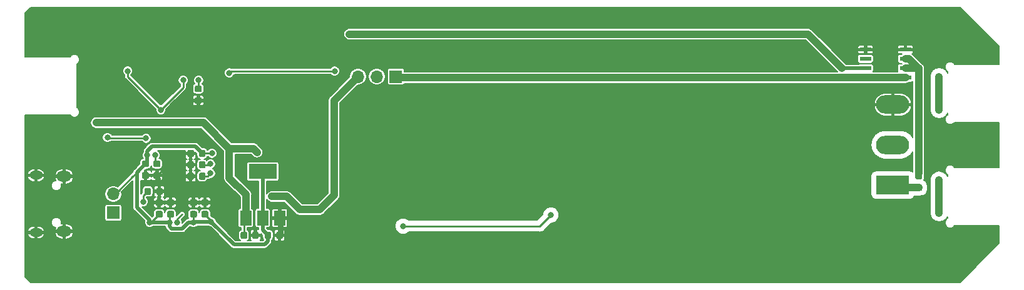
<source format=gbr>
G04 #@! TF.GenerationSoftware,KiCad,Pcbnew,5.0.2-bee76a0~70~ubuntu18.04.1*
G04 #@! TF.CreationDate,2019-10-29T17:05:40+01:00*
G04 #@! TF.ProjectId,emfi,656d6669-2e6b-4696-9361-645f70636258,0.1*
G04 #@! TF.SameCoordinates,Original*
G04 #@! TF.FileFunction,Copper,L2,Bot*
G04 #@! TF.FilePolarity,Positive*
%FSLAX46Y46*%
G04 Gerber Fmt 4.6, Leading zero omitted, Abs format (unit mm)*
G04 Created by KiCad (PCBNEW 5.0.2-bee76a0~70~ubuntu18.04.1) date mar. 29 oct. 2019 17:05:40 CET*
%MOMM*%
%LPD*%
G01*
G04 APERTURE LIST*
G04 #@! TA.AperFunction,SMDPad,CuDef*
%ADD10R,1.500000X2.000000*%
G04 #@! TD*
G04 #@! TA.AperFunction,SMDPad,CuDef*
%ADD11R,3.800000X2.000000*%
G04 #@! TD*
G04 #@! TA.AperFunction,SMDPad,CuDef*
%ADD12R,1.550000X0.600000*%
G04 #@! TD*
G04 #@! TA.AperFunction,Conductor*
%ADD13C,0.100000*%
G04 #@! TD*
G04 #@! TA.AperFunction,SMDPad,CuDef*
%ADD14C,0.875000*%
G04 #@! TD*
G04 #@! TA.AperFunction,ComponentPad*
%ADD15R,4.500000X2.500000*%
G04 #@! TD*
G04 #@! TA.AperFunction,ComponentPad*
%ADD16O,4.500000X2.500000*%
G04 #@! TD*
G04 #@! TA.AperFunction,ComponentPad*
%ADD17O,1.700000X1.700000*%
G04 #@! TD*
G04 #@! TA.AperFunction,ComponentPad*
%ADD18R,1.700000X1.700000*%
G04 #@! TD*
G04 #@! TA.AperFunction,ComponentPad*
%ADD19O,2.000000X1.450000*%
G04 #@! TD*
G04 #@! TA.AperFunction,ComponentPad*
%ADD20O,1.800000X1.150000*%
G04 #@! TD*
G04 #@! TA.AperFunction,ViaPad*
%ADD21C,0.800000*%
G04 #@! TD*
G04 #@! TA.AperFunction,Conductor*
%ADD22C,0.250000*%
G04 #@! TD*
G04 #@! TA.AperFunction,Conductor*
%ADD23C,0.700000*%
G04 #@! TD*
G04 #@! TA.AperFunction,Conductor*
%ADD24C,0.500000*%
G04 #@! TD*
G04 #@! TA.AperFunction,Conductor*
%ADD25C,1.000000*%
G04 #@! TD*
G04 #@! TA.AperFunction,Conductor*
%ADD26C,0.200000*%
G04 #@! TD*
G04 APERTURE END LIST*
D10*
G04 #@! TO.P,U5,1*
G04 #@! TO.N,GND*
X77811079Y-56914277D03*
G04 #@! TO.P,U5,3*
G04 #@! TO.N,+5V*
X73211079Y-56914277D03*
G04 #@! TO.P,U5,2*
G04 #@! TO.N,+3V3*
X75511079Y-56914277D03*
D11*
X75511079Y-50614277D03*
G04 #@! TD*
D12*
G04 #@! TO.P,U6,1*
G04 #@! TO.N,+15V*
X157050000Y-37905000D03*
G04 #@! TO.P,U6,2*
G04 #@! TO.N,/analog/SHOOT*
X157050000Y-36635000D03*
G04 #@! TO.P,U6,3*
G04 #@! TO.N,Net-(U6-Pad3)*
X157050000Y-35365000D03*
G04 #@! TO.P,U6,4*
G04 #@! TO.N,GND*
X157050000Y-34095000D03*
G04 #@! TO.P,U6,5*
X162450000Y-34095000D03*
G04 #@! TO.P,U6,6*
G04 #@! TO.N,Net-(R9-Pad2)*
X162450000Y-35365000D03*
G04 #@! TO.P,U6,7*
X162450000Y-36635000D03*
G04 #@! TO.P,U6,8*
G04 #@! TO.N,+15V*
X162450000Y-37905000D03*
G04 #@! TD*
D13*
G04 #@! TO.N,Net-(Q2-Pad1)*
G04 #@! TO.C,R9*
G36*
X164527691Y-52351053D02*
X164548926Y-52354203D01*
X164569750Y-52359419D01*
X164589962Y-52366651D01*
X164609368Y-52375830D01*
X164627781Y-52386866D01*
X164645024Y-52399654D01*
X164660930Y-52414070D01*
X164675346Y-52429976D01*
X164688134Y-52447219D01*
X164699170Y-52465632D01*
X164708349Y-52485038D01*
X164715581Y-52505250D01*
X164720797Y-52526074D01*
X164723947Y-52547309D01*
X164725000Y-52568750D01*
X164725000Y-53006250D01*
X164723947Y-53027691D01*
X164720797Y-53048926D01*
X164715581Y-53069750D01*
X164708349Y-53089962D01*
X164699170Y-53109368D01*
X164688134Y-53127781D01*
X164675346Y-53145024D01*
X164660930Y-53160930D01*
X164645024Y-53175346D01*
X164627781Y-53188134D01*
X164609368Y-53199170D01*
X164589962Y-53208349D01*
X164569750Y-53215581D01*
X164548926Y-53220797D01*
X164527691Y-53223947D01*
X164506250Y-53225000D01*
X163993750Y-53225000D01*
X163972309Y-53223947D01*
X163951074Y-53220797D01*
X163930250Y-53215581D01*
X163910038Y-53208349D01*
X163890632Y-53199170D01*
X163872219Y-53188134D01*
X163854976Y-53175346D01*
X163839070Y-53160930D01*
X163824654Y-53145024D01*
X163811866Y-53127781D01*
X163800830Y-53109368D01*
X163791651Y-53089962D01*
X163784419Y-53069750D01*
X163779203Y-53048926D01*
X163776053Y-53027691D01*
X163775000Y-53006250D01*
X163775000Y-52568750D01*
X163776053Y-52547309D01*
X163779203Y-52526074D01*
X163784419Y-52505250D01*
X163791651Y-52485038D01*
X163800830Y-52465632D01*
X163811866Y-52447219D01*
X163824654Y-52429976D01*
X163839070Y-52414070D01*
X163854976Y-52399654D01*
X163872219Y-52386866D01*
X163890632Y-52375830D01*
X163910038Y-52366651D01*
X163930250Y-52359419D01*
X163951074Y-52354203D01*
X163972309Y-52351053D01*
X163993750Y-52350000D01*
X164506250Y-52350000D01*
X164527691Y-52351053D01*
X164527691Y-52351053D01*
G37*
D14*
G04 #@! TD*
G04 #@! TO.P,R9,1*
G04 #@! TO.N,Net-(Q2-Pad1)*
X164250000Y-52787500D03*
D13*
G04 #@! TO.N,Net-(R9-Pad2)*
G04 #@! TO.C,R9*
G36*
X164527691Y-50776053D02*
X164548926Y-50779203D01*
X164569750Y-50784419D01*
X164589962Y-50791651D01*
X164609368Y-50800830D01*
X164627781Y-50811866D01*
X164645024Y-50824654D01*
X164660930Y-50839070D01*
X164675346Y-50854976D01*
X164688134Y-50872219D01*
X164699170Y-50890632D01*
X164708349Y-50910038D01*
X164715581Y-50930250D01*
X164720797Y-50951074D01*
X164723947Y-50972309D01*
X164725000Y-50993750D01*
X164725000Y-51431250D01*
X164723947Y-51452691D01*
X164720797Y-51473926D01*
X164715581Y-51494750D01*
X164708349Y-51514962D01*
X164699170Y-51534368D01*
X164688134Y-51552781D01*
X164675346Y-51570024D01*
X164660930Y-51585930D01*
X164645024Y-51600346D01*
X164627781Y-51613134D01*
X164609368Y-51624170D01*
X164589962Y-51633349D01*
X164569750Y-51640581D01*
X164548926Y-51645797D01*
X164527691Y-51648947D01*
X164506250Y-51650000D01*
X163993750Y-51650000D01*
X163972309Y-51648947D01*
X163951074Y-51645797D01*
X163930250Y-51640581D01*
X163910038Y-51633349D01*
X163890632Y-51624170D01*
X163872219Y-51613134D01*
X163854976Y-51600346D01*
X163839070Y-51585930D01*
X163824654Y-51570024D01*
X163811866Y-51552781D01*
X163800830Y-51534368D01*
X163791651Y-51514962D01*
X163784419Y-51494750D01*
X163779203Y-51473926D01*
X163776053Y-51452691D01*
X163775000Y-51431250D01*
X163775000Y-50993750D01*
X163776053Y-50972309D01*
X163779203Y-50951074D01*
X163784419Y-50930250D01*
X163791651Y-50910038D01*
X163800830Y-50890632D01*
X163811866Y-50872219D01*
X163824654Y-50854976D01*
X163839070Y-50839070D01*
X163854976Y-50824654D01*
X163872219Y-50811866D01*
X163890632Y-50800830D01*
X163910038Y-50791651D01*
X163930250Y-50784419D01*
X163951074Y-50779203D01*
X163972309Y-50776053D01*
X163993750Y-50775000D01*
X164506250Y-50775000D01*
X164527691Y-50776053D01*
X164527691Y-50776053D01*
G37*
D14*
G04 #@! TD*
G04 #@! TO.P,R9,2*
G04 #@! TO.N,Net-(R9-Pad2)*
X164250000Y-51212500D03*
D15*
G04 #@! TO.P,Q2,1*
G04 #@! TO.N,Net-(Q2-Pad1)*
X160750000Y-52450000D03*
D16*
G04 #@! TO.P,Q2,2*
G04 #@! TO.N,/analog/ANTENNA_B*
X160750000Y-47000000D03*
G04 #@! TO.P,Q2,3*
G04 #@! TO.N,GND*
X160750000Y-41550000D03*
G04 #@! TD*
D17*
G04 #@! TO.P,J5,3*
G04 #@! TO.N,+3V3A*
X88420000Y-37750000D03*
G04 #@! TO.P,J5,2*
G04 #@! TO.N,Net-(J5-Pad2)*
X90960000Y-37750000D03*
D18*
G04 #@! TO.P,J5,1*
G04 #@! TO.N,+15V*
X93500000Y-37750000D03*
G04 #@! TD*
D13*
G04 #@! TO.N,Net-(C6-Pad1)*
G04 #@! TO.C,C6*
G36*
X67577691Y-49226053D02*
X67598926Y-49229203D01*
X67619750Y-49234419D01*
X67639962Y-49241651D01*
X67659368Y-49250830D01*
X67677781Y-49261866D01*
X67695024Y-49274654D01*
X67710930Y-49289070D01*
X67725346Y-49304976D01*
X67738134Y-49322219D01*
X67749170Y-49340632D01*
X67758349Y-49360038D01*
X67765581Y-49380250D01*
X67770797Y-49401074D01*
X67773947Y-49422309D01*
X67775000Y-49443750D01*
X67775000Y-49956250D01*
X67773947Y-49977691D01*
X67770797Y-49998926D01*
X67765581Y-50019750D01*
X67758349Y-50039962D01*
X67749170Y-50059368D01*
X67738134Y-50077781D01*
X67725346Y-50095024D01*
X67710930Y-50110930D01*
X67695024Y-50125346D01*
X67677781Y-50138134D01*
X67659368Y-50149170D01*
X67639962Y-50158349D01*
X67619750Y-50165581D01*
X67598926Y-50170797D01*
X67577691Y-50173947D01*
X67556250Y-50175000D01*
X67118750Y-50175000D01*
X67097309Y-50173947D01*
X67076074Y-50170797D01*
X67055250Y-50165581D01*
X67035038Y-50158349D01*
X67015632Y-50149170D01*
X66997219Y-50138134D01*
X66979976Y-50125346D01*
X66964070Y-50110930D01*
X66949654Y-50095024D01*
X66936866Y-50077781D01*
X66925830Y-50059368D01*
X66916651Y-50039962D01*
X66909419Y-50019750D01*
X66904203Y-49998926D01*
X66901053Y-49977691D01*
X66900000Y-49956250D01*
X66900000Y-49443750D01*
X66901053Y-49422309D01*
X66904203Y-49401074D01*
X66909419Y-49380250D01*
X66916651Y-49360038D01*
X66925830Y-49340632D01*
X66936866Y-49322219D01*
X66949654Y-49304976D01*
X66964070Y-49289070D01*
X66979976Y-49274654D01*
X66997219Y-49261866D01*
X67015632Y-49250830D01*
X67035038Y-49241651D01*
X67055250Y-49234419D01*
X67076074Y-49229203D01*
X67097309Y-49226053D01*
X67118750Y-49225000D01*
X67556250Y-49225000D01*
X67577691Y-49226053D01*
X67577691Y-49226053D01*
G37*
D14*
G04 #@! TD*
G04 #@! TO.P,C6,1*
G04 #@! TO.N,Net-(C6-Pad1)*
X67337500Y-49700000D03*
D13*
G04 #@! TO.N,GND*
G04 #@! TO.C,C6*
G36*
X66002691Y-49226053D02*
X66023926Y-49229203D01*
X66044750Y-49234419D01*
X66064962Y-49241651D01*
X66084368Y-49250830D01*
X66102781Y-49261866D01*
X66120024Y-49274654D01*
X66135930Y-49289070D01*
X66150346Y-49304976D01*
X66163134Y-49322219D01*
X66174170Y-49340632D01*
X66183349Y-49360038D01*
X66190581Y-49380250D01*
X66195797Y-49401074D01*
X66198947Y-49422309D01*
X66200000Y-49443750D01*
X66200000Y-49956250D01*
X66198947Y-49977691D01*
X66195797Y-49998926D01*
X66190581Y-50019750D01*
X66183349Y-50039962D01*
X66174170Y-50059368D01*
X66163134Y-50077781D01*
X66150346Y-50095024D01*
X66135930Y-50110930D01*
X66120024Y-50125346D01*
X66102781Y-50138134D01*
X66084368Y-50149170D01*
X66064962Y-50158349D01*
X66044750Y-50165581D01*
X66023926Y-50170797D01*
X66002691Y-50173947D01*
X65981250Y-50175000D01*
X65543750Y-50175000D01*
X65522309Y-50173947D01*
X65501074Y-50170797D01*
X65480250Y-50165581D01*
X65460038Y-50158349D01*
X65440632Y-50149170D01*
X65422219Y-50138134D01*
X65404976Y-50125346D01*
X65389070Y-50110930D01*
X65374654Y-50095024D01*
X65361866Y-50077781D01*
X65350830Y-50059368D01*
X65341651Y-50039962D01*
X65334419Y-50019750D01*
X65329203Y-49998926D01*
X65326053Y-49977691D01*
X65325000Y-49956250D01*
X65325000Y-49443750D01*
X65326053Y-49422309D01*
X65329203Y-49401074D01*
X65334419Y-49380250D01*
X65341651Y-49360038D01*
X65350830Y-49340632D01*
X65361866Y-49322219D01*
X65374654Y-49304976D01*
X65389070Y-49289070D01*
X65404976Y-49274654D01*
X65422219Y-49261866D01*
X65440632Y-49250830D01*
X65460038Y-49241651D01*
X65480250Y-49234419D01*
X65501074Y-49229203D01*
X65522309Y-49226053D01*
X65543750Y-49225000D01*
X65981250Y-49225000D01*
X66002691Y-49226053D01*
X66002691Y-49226053D01*
G37*
D14*
G04 #@! TD*
G04 #@! TO.P,C6,2*
G04 #@! TO.N,GND*
X65762500Y-49700000D03*
D13*
G04 #@! TO.N,GND*
G04 #@! TO.C,C7*
G36*
X61477691Y-50701053D02*
X61498926Y-50704203D01*
X61519750Y-50709419D01*
X61539962Y-50716651D01*
X61559368Y-50725830D01*
X61577781Y-50736866D01*
X61595024Y-50749654D01*
X61610930Y-50764070D01*
X61625346Y-50779976D01*
X61638134Y-50797219D01*
X61649170Y-50815632D01*
X61658349Y-50835038D01*
X61665581Y-50855250D01*
X61670797Y-50876074D01*
X61673947Y-50897309D01*
X61675000Y-50918750D01*
X61675000Y-51356250D01*
X61673947Y-51377691D01*
X61670797Y-51398926D01*
X61665581Y-51419750D01*
X61658349Y-51439962D01*
X61649170Y-51459368D01*
X61638134Y-51477781D01*
X61625346Y-51495024D01*
X61610930Y-51510930D01*
X61595024Y-51525346D01*
X61577781Y-51538134D01*
X61559368Y-51549170D01*
X61539962Y-51558349D01*
X61519750Y-51565581D01*
X61498926Y-51570797D01*
X61477691Y-51573947D01*
X61456250Y-51575000D01*
X60943750Y-51575000D01*
X60922309Y-51573947D01*
X60901074Y-51570797D01*
X60880250Y-51565581D01*
X60860038Y-51558349D01*
X60840632Y-51549170D01*
X60822219Y-51538134D01*
X60804976Y-51525346D01*
X60789070Y-51510930D01*
X60774654Y-51495024D01*
X60761866Y-51477781D01*
X60750830Y-51459368D01*
X60741651Y-51439962D01*
X60734419Y-51419750D01*
X60729203Y-51398926D01*
X60726053Y-51377691D01*
X60725000Y-51356250D01*
X60725000Y-50918750D01*
X60726053Y-50897309D01*
X60729203Y-50876074D01*
X60734419Y-50855250D01*
X60741651Y-50835038D01*
X60750830Y-50815632D01*
X60761866Y-50797219D01*
X60774654Y-50779976D01*
X60789070Y-50764070D01*
X60804976Y-50749654D01*
X60822219Y-50736866D01*
X60840632Y-50725830D01*
X60860038Y-50716651D01*
X60880250Y-50709419D01*
X60901074Y-50704203D01*
X60922309Y-50701053D01*
X60943750Y-50700000D01*
X61456250Y-50700000D01*
X61477691Y-50701053D01*
X61477691Y-50701053D01*
G37*
D14*
G04 #@! TD*
G04 #@! TO.P,C7,2*
G04 #@! TO.N,GND*
X61200000Y-51137500D03*
D13*
G04 #@! TO.N,Net-(C7-Pad1)*
G04 #@! TO.C,C7*
G36*
X61477691Y-49126053D02*
X61498926Y-49129203D01*
X61519750Y-49134419D01*
X61539962Y-49141651D01*
X61559368Y-49150830D01*
X61577781Y-49161866D01*
X61595024Y-49174654D01*
X61610930Y-49189070D01*
X61625346Y-49204976D01*
X61638134Y-49222219D01*
X61649170Y-49240632D01*
X61658349Y-49260038D01*
X61665581Y-49280250D01*
X61670797Y-49301074D01*
X61673947Y-49322309D01*
X61675000Y-49343750D01*
X61675000Y-49781250D01*
X61673947Y-49802691D01*
X61670797Y-49823926D01*
X61665581Y-49844750D01*
X61658349Y-49864962D01*
X61649170Y-49884368D01*
X61638134Y-49902781D01*
X61625346Y-49920024D01*
X61610930Y-49935930D01*
X61595024Y-49950346D01*
X61577781Y-49963134D01*
X61559368Y-49974170D01*
X61539962Y-49983349D01*
X61519750Y-49990581D01*
X61498926Y-49995797D01*
X61477691Y-49998947D01*
X61456250Y-50000000D01*
X60943750Y-50000000D01*
X60922309Y-49998947D01*
X60901074Y-49995797D01*
X60880250Y-49990581D01*
X60860038Y-49983349D01*
X60840632Y-49974170D01*
X60822219Y-49963134D01*
X60804976Y-49950346D01*
X60789070Y-49935930D01*
X60774654Y-49920024D01*
X60761866Y-49902781D01*
X60750830Y-49884368D01*
X60741651Y-49864962D01*
X60734419Y-49844750D01*
X60729203Y-49823926D01*
X60726053Y-49802691D01*
X60725000Y-49781250D01*
X60725000Y-49343750D01*
X60726053Y-49322309D01*
X60729203Y-49301074D01*
X60734419Y-49280250D01*
X60741651Y-49260038D01*
X60750830Y-49240632D01*
X60761866Y-49222219D01*
X60774654Y-49204976D01*
X60789070Y-49189070D01*
X60804976Y-49174654D01*
X60822219Y-49161866D01*
X60840632Y-49150830D01*
X60860038Y-49141651D01*
X60880250Y-49134419D01*
X60901074Y-49129203D01*
X60922309Y-49126053D01*
X60943750Y-49125000D01*
X61456250Y-49125000D01*
X61477691Y-49126053D01*
X61477691Y-49126053D01*
G37*
D14*
G04 #@! TD*
G04 #@! TO.P,C7,1*
G04 #@! TO.N,Net-(C7-Pad1)*
X61200000Y-49562500D03*
D13*
G04 #@! TO.N,+5V*
G04 #@! TO.C,C12*
G36*
X73202691Y-58776053D02*
X73223926Y-58779203D01*
X73244750Y-58784419D01*
X73264962Y-58791651D01*
X73284368Y-58800830D01*
X73302781Y-58811866D01*
X73320024Y-58824654D01*
X73335930Y-58839070D01*
X73350346Y-58854976D01*
X73363134Y-58872219D01*
X73374170Y-58890632D01*
X73383349Y-58910038D01*
X73390581Y-58930250D01*
X73395797Y-58951074D01*
X73398947Y-58972309D01*
X73400000Y-58993750D01*
X73400000Y-59506250D01*
X73398947Y-59527691D01*
X73395797Y-59548926D01*
X73390581Y-59569750D01*
X73383349Y-59589962D01*
X73374170Y-59609368D01*
X73363134Y-59627781D01*
X73350346Y-59645024D01*
X73335930Y-59660930D01*
X73320024Y-59675346D01*
X73302781Y-59688134D01*
X73284368Y-59699170D01*
X73264962Y-59708349D01*
X73244750Y-59715581D01*
X73223926Y-59720797D01*
X73202691Y-59723947D01*
X73181250Y-59725000D01*
X72743750Y-59725000D01*
X72722309Y-59723947D01*
X72701074Y-59720797D01*
X72680250Y-59715581D01*
X72660038Y-59708349D01*
X72640632Y-59699170D01*
X72622219Y-59688134D01*
X72604976Y-59675346D01*
X72589070Y-59660930D01*
X72574654Y-59645024D01*
X72561866Y-59627781D01*
X72550830Y-59609368D01*
X72541651Y-59589962D01*
X72534419Y-59569750D01*
X72529203Y-59548926D01*
X72526053Y-59527691D01*
X72525000Y-59506250D01*
X72525000Y-58993750D01*
X72526053Y-58972309D01*
X72529203Y-58951074D01*
X72534419Y-58930250D01*
X72541651Y-58910038D01*
X72550830Y-58890632D01*
X72561866Y-58872219D01*
X72574654Y-58854976D01*
X72589070Y-58839070D01*
X72604976Y-58824654D01*
X72622219Y-58811866D01*
X72640632Y-58800830D01*
X72660038Y-58791651D01*
X72680250Y-58784419D01*
X72701074Y-58779203D01*
X72722309Y-58776053D01*
X72743750Y-58775000D01*
X73181250Y-58775000D01*
X73202691Y-58776053D01*
X73202691Y-58776053D01*
G37*
D14*
G04 #@! TD*
G04 #@! TO.P,C12,1*
G04 #@! TO.N,+5V*
X72962500Y-59250000D03*
D13*
G04 #@! TO.N,GND*
G04 #@! TO.C,C12*
G36*
X74777691Y-58776053D02*
X74798926Y-58779203D01*
X74819750Y-58784419D01*
X74839962Y-58791651D01*
X74859368Y-58800830D01*
X74877781Y-58811866D01*
X74895024Y-58824654D01*
X74910930Y-58839070D01*
X74925346Y-58854976D01*
X74938134Y-58872219D01*
X74949170Y-58890632D01*
X74958349Y-58910038D01*
X74965581Y-58930250D01*
X74970797Y-58951074D01*
X74973947Y-58972309D01*
X74975000Y-58993750D01*
X74975000Y-59506250D01*
X74973947Y-59527691D01*
X74970797Y-59548926D01*
X74965581Y-59569750D01*
X74958349Y-59589962D01*
X74949170Y-59609368D01*
X74938134Y-59627781D01*
X74925346Y-59645024D01*
X74910930Y-59660930D01*
X74895024Y-59675346D01*
X74877781Y-59688134D01*
X74859368Y-59699170D01*
X74839962Y-59708349D01*
X74819750Y-59715581D01*
X74798926Y-59720797D01*
X74777691Y-59723947D01*
X74756250Y-59725000D01*
X74318750Y-59725000D01*
X74297309Y-59723947D01*
X74276074Y-59720797D01*
X74255250Y-59715581D01*
X74235038Y-59708349D01*
X74215632Y-59699170D01*
X74197219Y-59688134D01*
X74179976Y-59675346D01*
X74164070Y-59660930D01*
X74149654Y-59645024D01*
X74136866Y-59627781D01*
X74125830Y-59609368D01*
X74116651Y-59589962D01*
X74109419Y-59569750D01*
X74104203Y-59548926D01*
X74101053Y-59527691D01*
X74100000Y-59506250D01*
X74100000Y-58993750D01*
X74101053Y-58972309D01*
X74104203Y-58951074D01*
X74109419Y-58930250D01*
X74116651Y-58910038D01*
X74125830Y-58890632D01*
X74136866Y-58872219D01*
X74149654Y-58854976D01*
X74164070Y-58839070D01*
X74179976Y-58824654D01*
X74197219Y-58811866D01*
X74215632Y-58800830D01*
X74235038Y-58791651D01*
X74255250Y-58784419D01*
X74276074Y-58779203D01*
X74297309Y-58776053D01*
X74318750Y-58775000D01*
X74756250Y-58775000D01*
X74777691Y-58776053D01*
X74777691Y-58776053D01*
G37*
D14*
G04 #@! TD*
G04 #@! TO.P,C12,2*
G04 #@! TO.N,GND*
X74537500Y-59250000D03*
D13*
G04 #@! TO.N,+3V3*
G04 #@! TO.C,C14*
G36*
X76452691Y-58776053D02*
X76473926Y-58779203D01*
X76494750Y-58784419D01*
X76514962Y-58791651D01*
X76534368Y-58800830D01*
X76552781Y-58811866D01*
X76570024Y-58824654D01*
X76585930Y-58839070D01*
X76600346Y-58854976D01*
X76613134Y-58872219D01*
X76624170Y-58890632D01*
X76633349Y-58910038D01*
X76640581Y-58930250D01*
X76645797Y-58951074D01*
X76648947Y-58972309D01*
X76650000Y-58993750D01*
X76650000Y-59506250D01*
X76648947Y-59527691D01*
X76645797Y-59548926D01*
X76640581Y-59569750D01*
X76633349Y-59589962D01*
X76624170Y-59609368D01*
X76613134Y-59627781D01*
X76600346Y-59645024D01*
X76585930Y-59660930D01*
X76570024Y-59675346D01*
X76552781Y-59688134D01*
X76534368Y-59699170D01*
X76514962Y-59708349D01*
X76494750Y-59715581D01*
X76473926Y-59720797D01*
X76452691Y-59723947D01*
X76431250Y-59725000D01*
X75993750Y-59725000D01*
X75972309Y-59723947D01*
X75951074Y-59720797D01*
X75930250Y-59715581D01*
X75910038Y-59708349D01*
X75890632Y-59699170D01*
X75872219Y-59688134D01*
X75854976Y-59675346D01*
X75839070Y-59660930D01*
X75824654Y-59645024D01*
X75811866Y-59627781D01*
X75800830Y-59609368D01*
X75791651Y-59589962D01*
X75784419Y-59569750D01*
X75779203Y-59548926D01*
X75776053Y-59527691D01*
X75775000Y-59506250D01*
X75775000Y-58993750D01*
X75776053Y-58972309D01*
X75779203Y-58951074D01*
X75784419Y-58930250D01*
X75791651Y-58910038D01*
X75800830Y-58890632D01*
X75811866Y-58872219D01*
X75824654Y-58854976D01*
X75839070Y-58839070D01*
X75854976Y-58824654D01*
X75872219Y-58811866D01*
X75890632Y-58800830D01*
X75910038Y-58791651D01*
X75930250Y-58784419D01*
X75951074Y-58779203D01*
X75972309Y-58776053D01*
X75993750Y-58775000D01*
X76431250Y-58775000D01*
X76452691Y-58776053D01*
X76452691Y-58776053D01*
G37*
D14*
G04 #@! TD*
G04 #@! TO.P,C14,1*
G04 #@! TO.N,+3V3*
X76212500Y-59250000D03*
D13*
G04 #@! TO.N,GND*
G04 #@! TO.C,C14*
G36*
X78027691Y-58776053D02*
X78048926Y-58779203D01*
X78069750Y-58784419D01*
X78089962Y-58791651D01*
X78109368Y-58800830D01*
X78127781Y-58811866D01*
X78145024Y-58824654D01*
X78160930Y-58839070D01*
X78175346Y-58854976D01*
X78188134Y-58872219D01*
X78199170Y-58890632D01*
X78208349Y-58910038D01*
X78215581Y-58930250D01*
X78220797Y-58951074D01*
X78223947Y-58972309D01*
X78225000Y-58993750D01*
X78225000Y-59506250D01*
X78223947Y-59527691D01*
X78220797Y-59548926D01*
X78215581Y-59569750D01*
X78208349Y-59589962D01*
X78199170Y-59609368D01*
X78188134Y-59627781D01*
X78175346Y-59645024D01*
X78160930Y-59660930D01*
X78145024Y-59675346D01*
X78127781Y-59688134D01*
X78109368Y-59699170D01*
X78089962Y-59708349D01*
X78069750Y-59715581D01*
X78048926Y-59720797D01*
X78027691Y-59723947D01*
X78006250Y-59725000D01*
X77568750Y-59725000D01*
X77547309Y-59723947D01*
X77526074Y-59720797D01*
X77505250Y-59715581D01*
X77485038Y-59708349D01*
X77465632Y-59699170D01*
X77447219Y-59688134D01*
X77429976Y-59675346D01*
X77414070Y-59660930D01*
X77399654Y-59645024D01*
X77386866Y-59627781D01*
X77375830Y-59609368D01*
X77366651Y-59589962D01*
X77359419Y-59569750D01*
X77354203Y-59548926D01*
X77351053Y-59527691D01*
X77350000Y-59506250D01*
X77350000Y-58993750D01*
X77351053Y-58972309D01*
X77354203Y-58951074D01*
X77359419Y-58930250D01*
X77366651Y-58910038D01*
X77375830Y-58890632D01*
X77386866Y-58872219D01*
X77399654Y-58854976D01*
X77414070Y-58839070D01*
X77429976Y-58824654D01*
X77447219Y-58811866D01*
X77465632Y-58800830D01*
X77485038Y-58791651D01*
X77505250Y-58784419D01*
X77526074Y-58779203D01*
X77547309Y-58776053D01*
X77568750Y-58775000D01*
X78006250Y-58775000D01*
X78027691Y-58776053D01*
X78027691Y-58776053D01*
G37*
D14*
G04 #@! TD*
G04 #@! TO.P,C14,2*
G04 #@! TO.N,GND*
X77787500Y-59250000D03*
D13*
G04 #@! TO.N,+3V3*
G04 #@! TO.C,C5*
G36*
X61777691Y-55951053D02*
X61798926Y-55954203D01*
X61819750Y-55959419D01*
X61839962Y-55966651D01*
X61859368Y-55975830D01*
X61877781Y-55986866D01*
X61895024Y-55999654D01*
X61910930Y-56014070D01*
X61925346Y-56029976D01*
X61938134Y-56047219D01*
X61949170Y-56065632D01*
X61958349Y-56085038D01*
X61965581Y-56105250D01*
X61970797Y-56126074D01*
X61973947Y-56147309D01*
X61975000Y-56168750D01*
X61975000Y-56606250D01*
X61973947Y-56627691D01*
X61970797Y-56648926D01*
X61965581Y-56669750D01*
X61958349Y-56689962D01*
X61949170Y-56709368D01*
X61938134Y-56727781D01*
X61925346Y-56745024D01*
X61910930Y-56760930D01*
X61895024Y-56775346D01*
X61877781Y-56788134D01*
X61859368Y-56799170D01*
X61839962Y-56808349D01*
X61819750Y-56815581D01*
X61798926Y-56820797D01*
X61777691Y-56823947D01*
X61756250Y-56825000D01*
X61243750Y-56825000D01*
X61222309Y-56823947D01*
X61201074Y-56820797D01*
X61180250Y-56815581D01*
X61160038Y-56808349D01*
X61140632Y-56799170D01*
X61122219Y-56788134D01*
X61104976Y-56775346D01*
X61089070Y-56760930D01*
X61074654Y-56745024D01*
X61061866Y-56727781D01*
X61050830Y-56709368D01*
X61041651Y-56689962D01*
X61034419Y-56669750D01*
X61029203Y-56648926D01*
X61026053Y-56627691D01*
X61025000Y-56606250D01*
X61025000Y-56168750D01*
X61026053Y-56147309D01*
X61029203Y-56126074D01*
X61034419Y-56105250D01*
X61041651Y-56085038D01*
X61050830Y-56065632D01*
X61061866Y-56047219D01*
X61074654Y-56029976D01*
X61089070Y-56014070D01*
X61104976Y-55999654D01*
X61122219Y-55986866D01*
X61140632Y-55975830D01*
X61160038Y-55966651D01*
X61180250Y-55959419D01*
X61201074Y-55954203D01*
X61222309Y-55951053D01*
X61243750Y-55950000D01*
X61756250Y-55950000D01*
X61777691Y-55951053D01*
X61777691Y-55951053D01*
G37*
D14*
G04 #@! TD*
G04 #@! TO.P,C5,1*
G04 #@! TO.N,+3V3*
X61500000Y-56387500D03*
D13*
G04 #@! TO.N,GND*
G04 #@! TO.C,C5*
G36*
X61777691Y-54376053D02*
X61798926Y-54379203D01*
X61819750Y-54384419D01*
X61839962Y-54391651D01*
X61859368Y-54400830D01*
X61877781Y-54411866D01*
X61895024Y-54424654D01*
X61910930Y-54439070D01*
X61925346Y-54454976D01*
X61938134Y-54472219D01*
X61949170Y-54490632D01*
X61958349Y-54510038D01*
X61965581Y-54530250D01*
X61970797Y-54551074D01*
X61973947Y-54572309D01*
X61975000Y-54593750D01*
X61975000Y-55031250D01*
X61973947Y-55052691D01*
X61970797Y-55073926D01*
X61965581Y-55094750D01*
X61958349Y-55114962D01*
X61949170Y-55134368D01*
X61938134Y-55152781D01*
X61925346Y-55170024D01*
X61910930Y-55185930D01*
X61895024Y-55200346D01*
X61877781Y-55213134D01*
X61859368Y-55224170D01*
X61839962Y-55233349D01*
X61819750Y-55240581D01*
X61798926Y-55245797D01*
X61777691Y-55248947D01*
X61756250Y-55250000D01*
X61243750Y-55250000D01*
X61222309Y-55248947D01*
X61201074Y-55245797D01*
X61180250Y-55240581D01*
X61160038Y-55233349D01*
X61140632Y-55224170D01*
X61122219Y-55213134D01*
X61104976Y-55200346D01*
X61089070Y-55185930D01*
X61074654Y-55170024D01*
X61061866Y-55152781D01*
X61050830Y-55134368D01*
X61041651Y-55114962D01*
X61034419Y-55094750D01*
X61029203Y-55073926D01*
X61026053Y-55052691D01*
X61025000Y-55031250D01*
X61025000Y-54593750D01*
X61026053Y-54572309D01*
X61029203Y-54551074D01*
X61034419Y-54530250D01*
X61041651Y-54510038D01*
X61050830Y-54490632D01*
X61061866Y-54472219D01*
X61074654Y-54454976D01*
X61089070Y-54439070D01*
X61104976Y-54424654D01*
X61122219Y-54411866D01*
X61140632Y-54400830D01*
X61160038Y-54391651D01*
X61180250Y-54384419D01*
X61201074Y-54379203D01*
X61222309Y-54376053D01*
X61243750Y-54375000D01*
X61756250Y-54375000D01*
X61777691Y-54376053D01*
X61777691Y-54376053D01*
G37*
D14*
G04 #@! TD*
G04 #@! TO.P,C5,2*
G04 #@! TO.N,GND*
X61500000Y-54812500D03*
D13*
G04 #@! TO.N,GND*
G04 #@! TO.C,C2*
G36*
X67977691Y-54376053D02*
X67998926Y-54379203D01*
X68019750Y-54384419D01*
X68039962Y-54391651D01*
X68059368Y-54400830D01*
X68077781Y-54411866D01*
X68095024Y-54424654D01*
X68110930Y-54439070D01*
X68125346Y-54454976D01*
X68138134Y-54472219D01*
X68149170Y-54490632D01*
X68158349Y-54510038D01*
X68165581Y-54530250D01*
X68170797Y-54551074D01*
X68173947Y-54572309D01*
X68175000Y-54593750D01*
X68175000Y-55031250D01*
X68173947Y-55052691D01*
X68170797Y-55073926D01*
X68165581Y-55094750D01*
X68158349Y-55114962D01*
X68149170Y-55134368D01*
X68138134Y-55152781D01*
X68125346Y-55170024D01*
X68110930Y-55185930D01*
X68095024Y-55200346D01*
X68077781Y-55213134D01*
X68059368Y-55224170D01*
X68039962Y-55233349D01*
X68019750Y-55240581D01*
X67998926Y-55245797D01*
X67977691Y-55248947D01*
X67956250Y-55250000D01*
X67443750Y-55250000D01*
X67422309Y-55248947D01*
X67401074Y-55245797D01*
X67380250Y-55240581D01*
X67360038Y-55233349D01*
X67340632Y-55224170D01*
X67322219Y-55213134D01*
X67304976Y-55200346D01*
X67289070Y-55185930D01*
X67274654Y-55170024D01*
X67261866Y-55152781D01*
X67250830Y-55134368D01*
X67241651Y-55114962D01*
X67234419Y-55094750D01*
X67229203Y-55073926D01*
X67226053Y-55052691D01*
X67225000Y-55031250D01*
X67225000Y-54593750D01*
X67226053Y-54572309D01*
X67229203Y-54551074D01*
X67234419Y-54530250D01*
X67241651Y-54510038D01*
X67250830Y-54490632D01*
X67261866Y-54472219D01*
X67274654Y-54454976D01*
X67289070Y-54439070D01*
X67304976Y-54424654D01*
X67322219Y-54411866D01*
X67340632Y-54400830D01*
X67360038Y-54391651D01*
X67380250Y-54384419D01*
X67401074Y-54379203D01*
X67422309Y-54376053D01*
X67443750Y-54375000D01*
X67956250Y-54375000D01*
X67977691Y-54376053D01*
X67977691Y-54376053D01*
G37*
D14*
G04 #@! TD*
G04 #@! TO.P,C2,2*
G04 #@! TO.N,GND*
X67700000Y-54812500D03*
D13*
G04 #@! TO.N,+3V3*
G04 #@! TO.C,C2*
G36*
X67977691Y-55951053D02*
X67998926Y-55954203D01*
X68019750Y-55959419D01*
X68039962Y-55966651D01*
X68059368Y-55975830D01*
X68077781Y-55986866D01*
X68095024Y-55999654D01*
X68110930Y-56014070D01*
X68125346Y-56029976D01*
X68138134Y-56047219D01*
X68149170Y-56065632D01*
X68158349Y-56085038D01*
X68165581Y-56105250D01*
X68170797Y-56126074D01*
X68173947Y-56147309D01*
X68175000Y-56168750D01*
X68175000Y-56606250D01*
X68173947Y-56627691D01*
X68170797Y-56648926D01*
X68165581Y-56669750D01*
X68158349Y-56689962D01*
X68149170Y-56709368D01*
X68138134Y-56727781D01*
X68125346Y-56745024D01*
X68110930Y-56760930D01*
X68095024Y-56775346D01*
X68077781Y-56788134D01*
X68059368Y-56799170D01*
X68039962Y-56808349D01*
X68019750Y-56815581D01*
X67998926Y-56820797D01*
X67977691Y-56823947D01*
X67956250Y-56825000D01*
X67443750Y-56825000D01*
X67422309Y-56823947D01*
X67401074Y-56820797D01*
X67380250Y-56815581D01*
X67360038Y-56808349D01*
X67340632Y-56799170D01*
X67322219Y-56788134D01*
X67304976Y-56775346D01*
X67289070Y-56760930D01*
X67274654Y-56745024D01*
X67261866Y-56727781D01*
X67250830Y-56709368D01*
X67241651Y-56689962D01*
X67234419Y-56669750D01*
X67229203Y-56648926D01*
X67226053Y-56627691D01*
X67225000Y-56606250D01*
X67225000Y-56168750D01*
X67226053Y-56147309D01*
X67229203Y-56126074D01*
X67234419Y-56105250D01*
X67241651Y-56085038D01*
X67250830Y-56065632D01*
X67261866Y-56047219D01*
X67274654Y-56029976D01*
X67289070Y-56014070D01*
X67304976Y-55999654D01*
X67322219Y-55986866D01*
X67340632Y-55975830D01*
X67360038Y-55966651D01*
X67380250Y-55959419D01*
X67401074Y-55954203D01*
X67422309Y-55951053D01*
X67443750Y-55950000D01*
X67956250Y-55950000D01*
X67977691Y-55951053D01*
X67977691Y-55951053D01*
G37*
D14*
G04 #@! TD*
G04 #@! TO.P,C2,1*
G04 #@! TO.N,+3V3*
X67700000Y-56387500D03*
D13*
G04 #@! TO.N,+3V3*
G04 #@! TO.C,C3*
G36*
X67577691Y-47676053D02*
X67598926Y-47679203D01*
X67619750Y-47684419D01*
X67639962Y-47691651D01*
X67659368Y-47700830D01*
X67677781Y-47711866D01*
X67695024Y-47724654D01*
X67710930Y-47739070D01*
X67725346Y-47754976D01*
X67738134Y-47772219D01*
X67749170Y-47790632D01*
X67758349Y-47810038D01*
X67765581Y-47830250D01*
X67770797Y-47851074D01*
X67773947Y-47872309D01*
X67775000Y-47893750D01*
X67775000Y-48406250D01*
X67773947Y-48427691D01*
X67770797Y-48448926D01*
X67765581Y-48469750D01*
X67758349Y-48489962D01*
X67749170Y-48509368D01*
X67738134Y-48527781D01*
X67725346Y-48545024D01*
X67710930Y-48560930D01*
X67695024Y-48575346D01*
X67677781Y-48588134D01*
X67659368Y-48599170D01*
X67639962Y-48608349D01*
X67619750Y-48615581D01*
X67598926Y-48620797D01*
X67577691Y-48623947D01*
X67556250Y-48625000D01*
X67118750Y-48625000D01*
X67097309Y-48623947D01*
X67076074Y-48620797D01*
X67055250Y-48615581D01*
X67035038Y-48608349D01*
X67015632Y-48599170D01*
X66997219Y-48588134D01*
X66979976Y-48575346D01*
X66964070Y-48560930D01*
X66949654Y-48545024D01*
X66936866Y-48527781D01*
X66925830Y-48509368D01*
X66916651Y-48489962D01*
X66909419Y-48469750D01*
X66904203Y-48448926D01*
X66901053Y-48427691D01*
X66900000Y-48406250D01*
X66900000Y-47893750D01*
X66901053Y-47872309D01*
X66904203Y-47851074D01*
X66909419Y-47830250D01*
X66916651Y-47810038D01*
X66925830Y-47790632D01*
X66936866Y-47772219D01*
X66949654Y-47754976D01*
X66964070Y-47739070D01*
X66979976Y-47724654D01*
X66997219Y-47711866D01*
X67015632Y-47700830D01*
X67035038Y-47691651D01*
X67055250Y-47684419D01*
X67076074Y-47679203D01*
X67097309Y-47676053D01*
X67118750Y-47675000D01*
X67556250Y-47675000D01*
X67577691Y-47676053D01*
X67577691Y-47676053D01*
G37*
D14*
G04 #@! TD*
G04 #@! TO.P,C3,1*
G04 #@! TO.N,+3V3*
X67337500Y-48150000D03*
D13*
G04 #@! TO.N,GND*
G04 #@! TO.C,C3*
G36*
X66002691Y-47676053D02*
X66023926Y-47679203D01*
X66044750Y-47684419D01*
X66064962Y-47691651D01*
X66084368Y-47700830D01*
X66102781Y-47711866D01*
X66120024Y-47724654D01*
X66135930Y-47739070D01*
X66150346Y-47754976D01*
X66163134Y-47772219D01*
X66174170Y-47790632D01*
X66183349Y-47810038D01*
X66190581Y-47830250D01*
X66195797Y-47851074D01*
X66198947Y-47872309D01*
X66200000Y-47893750D01*
X66200000Y-48406250D01*
X66198947Y-48427691D01*
X66195797Y-48448926D01*
X66190581Y-48469750D01*
X66183349Y-48489962D01*
X66174170Y-48509368D01*
X66163134Y-48527781D01*
X66150346Y-48545024D01*
X66135930Y-48560930D01*
X66120024Y-48575346D01*
X66102781Y-48588134D01*
X66084368Y-48599170D01*
X66064962Y-48608349D01*
X66044750Y-48615581D01*
X66023926Y-48620797D01*
X66002691Y-48623947D01*
X65981250Y-48625000D01*
X65543750Y-48625000D01*
X65522309Y-48623947D01*
X65501074Y-48620797D01*
X65480250Y-48615581D01*
X65460038Y-48608349D01*
X65440632Y-48599170D01*
X65422219Y-48588134D01*
X65404976Y-48575346D01*
X65389070Y-48560930D01*
X65374654Y-48545024D01*
X65361866Y-48527781D01*
X65350830Y-48509368D01*
X65341651Y-48489962D01*
X65334419Y-48469750D01*
X65329203Y-48448926D01*
X65326053Y-48427691D01*
X65325000Y-48406250D01*
X65325000Y-47893750D01*
X65326053Y-47872309D01*
X65329203Y-47851074D01*
X65334419Y-47830250D01*
X65341651Y-47810038D01*
X65350830Y-47790632D01*
X65361866Y-47772219D01*
X65374654Y-47754976D01*
X65389070Y-47739070D01*
X65404976Y-47724654D01*
X65422219Y-47711866D01*
X65440632Y-47700830D01*
X65460038Y-47691651D01*
X65480250Y-47684419D01*
X65501074Y-47679203D01*
X65522309Y-47676053D01*
X65543750Y-47675000D01*
X65981250Y-47675000D01*
X66002691Y-47676053D01*
X66002691Y-47676053D01*
G37*
D14*
G04 #@! TD*
G04 #@! TO.P,C3,2*
G04 #@! TO.N,GND*
X65762500Y-48150000D03*
D13*
G04 #@! TO.N,GND*
G04 #@! TO.C,C4*
G36*
X59927691Y-50701053D02*
X59948926Y-50704203D01*
X59969750Y-50709419D01*
X59989962Y-50716651D01*
X60009368Y-50725830D01*
X60027781Y-50736866D01*
X60045024Y-50749654D01*
X60060930Y-50764070D01*
X60075346Y-50779976D01*
X60088134Y-50797219D01*
X60099170Y-50815632D01*
X60108349Y-50835038D01*
X60115581Y-50855250D01*
X60120797Y-50876074D01*
X60123947Y-50897309D01*
X60125000Y-50918750D01*
X60125000Y-51356250D01*
X60123947Y-51377691D01*
X60120797Y-51398926D01*
X60115581Y-51419750D01*
X60108349Y-51439962D01*
X60099170Y-51459368D01*
X60088134Y-51477781D01*
X60075346Y-51495024D01*
X60060930Y-51510930D01*
X60045024Y-51525346D01*
X60027781Y-51538134D01*
X60009368Y-51549170D01*
X59989962Y-51558349D01*
X59969750Y-51565581D01*
X59948926Y-51570797D01*
X59927691Y-51573947D01*
X59906250Y-51575000D01*
X59393750Y-51575000D01*
X59372309Y-51573947D01*
X59351074Y-51570797D01*
X59330250Y-51565581D01*
X59310038Y-51558349D01*
X59290632Y-51549170D01*
X59272219Y-51538134D01*
X59254976Y-51525346D01*
X59239070Y-51510930D01*
X59224654Y-51495024D01*
X59211866Y-51477781D01*
X59200830Y-51459368D01*
X59191651Y-51439962D01*
X59184419Y-51419750D01*
X59179203Y-51398926D01*
X59176053Y-51377691D01*
X59175000Y-51356250D01*
X59175000Y-50918750D01*
X59176053Y-50897309D01*
X59179203Y-50876074D01*
X59184419Y-50855250D01*
X59191651Y-50835038D01*
X59200830Y-50815632D01*
X59211866Y-50797219D01*
X59224654Y-50779976D01*
X59239070Y-50764070D01*
X59254976Y-50749654D01*
X59272219Y-50736866D01*
X59290632Y-50725830D01*
X59310038Y-50716651D01*
X59330250Y-50709419D01*
X59351074Y-50704203D01*
X59372309Y-50701053D01*
X59393750Y-50700000D01*
X59906250Y-50700000D01*
X59927691Y-50701053D01*
X59927691Y-50701053D01*
G37*
D14*
G04 #@! TD*
G04 #@! TO.P,C4,2*
G04 #@! TO.N,GND*
X59650000Y-51137500D03*
D13*
G04 #@! TO.N,+3V3*
G04 #@! TO.C,C4*
G36*
X59927691Y-49126053D02*
X59948926Y-49129203D01*
X59969750Y-49134419D01*
X59989962Y-49141651D01*
X60009368Y-49150830D01*
X60027781Y-49161866D01*
X60045024Y-49174654D01*
X60060930Y-49189070D01*
X60075346Y-49204976D01*
X60088134Y-49222219D01*
X60099170Y-49240632D01*
X60108349Y-49260038D01*
X60115581Y-49280250D01*
X60120797Y-49301074D01*
X60123947Y-49322309D01*
X60125000Y-49343750D01*
X60125000Y-49781250D01*
X60123947Y-49802691D01*
X60120797Y-49823926D01*
X60115581Y-49844750D01*
X60108349Y-49864962D01*
X60099170Y-49884368D01*
X60088134Y-49902781D01*
X60075346Y-49920024D01*
X60060930Y-49935930D01*
X60045024Y-49950346D01*
X60027781Y-49963134D01*
X60009368Y-49974170D01*
X59989962Y-49983349D01*
X59969750Y-49990581D01*
X59948926Y-49995797D01*
X59927691Y-49998947D01*
X59906250Y-50000000D01*
X59393750Y-50000000D01*
X59372309Y-49998947D01*
X59351074Y-49995797D01*
X59330250Y-49990581D01*
X59310038Y-49983349D01*
X59290632Y-49974170D01*
X59272219Y-49963134D01*
X59254976Y-49950346D01*
X59239070Y-49935930D01*
X59224654Y-49920024D01*
X59211866Y-49902781D01*
X59200830Y-49884368D01*
X59191651Y-49864962D01*
X59184419Y-49844750D01*
X59179203Y-49823926D01*
X59176053Y-49802691D01*
X59175000Y-49781250D01*
X59175000Y-49343750D01*
X59176053Y-49322309D01*
X59179203Y-49301074D01*
X59184419Y-49280250D01*
X59191651Y-49260038D01*
X59200830Y-49240632D01*
X59211866Y-49222219D01*
X59224654Y-49204976D01*
X59239070Y-49189070D01*
X59254976Y-49174654D01*
X59272219Y-49161866D01*
X59290632Y-49150830D01*
X59310038Y-49141651D01*
X59330250Y-49134419D01*
X59351074Y-49129203D01*
X59372309Y-49126053D01*
X59393750Y-49125000D01*
X59906250Y-49125000D01*
X59927691Y-49126053D01*
X59927691Y-49126053D01*
G37*
D14*
G04 #@! TD*
G04 #@! TO.P,C4,1*
G04 #@! TO.N,+3V3*
X59650000Y-49562500D03*
D13*
G04 #@! TO.N,+3V3*
G04 #@! TO.C,C17*
G36*
X66427691Y-55951053D02*
X66448926Y-55954203D01*
X66469750Y-55959419D01*
X66489962Y-55966651D01*
X66509368Y-55975830D01*
X66527781Y-55986866D01*
X66545024Y-55999654D01*
X66560930Y-56014070D01*
X66575346Y-56029976D01*
X66588134Y-56047219D01*
X66599170Y-56065632D01*
X66608349Y-56085038D01*
X66615581Y-56105250D01*
X66620797Y-56126074D01*
X66623947Y-56147309D01*
X66625000Y-56168750D01*
X66625000Y-56606250D01*
X66623947Y-56627691D01*
X66620797Y-56648926D01*
X66615581Y-56669750D01*
X66608349Y-56689962D01*
X66599170Y-56709368D01*
X66588134Y-56727781D01*
X66575346Y-56745024D01*
X66560930Y-56760930D01*
X66545024Y-56775346D01*
X66527781Y-56788134D01*
X66509368Y-56799170D01*
X66489962Y-56808349D01*
X66469750Y-56815581D01*
X66448926Y-56820797D01*
X66427691Y-56823947D01*
X66406250Y-56825000D01*
X65893750Y-56825000D01*
X65872309Y-56823947D01*
X65851074Y-56820797D01*
X65830250Y-56815581D01*
X65810038Y-56808349D01*
X65790632Y-56799170D01*
X65772219Y-56788134D01*
X65754976Y-56775346D01*
X65739070Y-56760930D01*
X65724654Y-56745024D01*
X65711866Y-56727781D01*
X65700830Y-56709368D01*
X65691651Y-56689962D01*
X65684419Y-56669750D01*
X65679203Y-56648926D01*
X65676053Y-56627691D01*
X65675000Y-56606250D01*
X65675000Y-56168750D01*
X65676053Y-56147309D01*
X65679203Y-56126074D01*
X65684419Y-56105250D01*
X65691651Y-56085038D01*
X65700830Y-56065632D01*
X65711866Y-56047219D01*
X65724654Y-56029976D01*
X65739070Y-56014070D01*
X65754976Y-55999654D01*
X65772219Y-55986866D01*
X65790632Y-55975830D01*
X65810038Y-55966651D01*
X65830250Y-55959419D01*
X65851074Y-55954203D01*
X65872309Y-55951053D01*
X65893750Y-55950000D01*
X66406250Y-55950000D01*
X66427691Y-55951053D01*
X66427691Y-55951053D01*
G37*
D14*
G04 #@! TD*
G04 #@! TO.P,C17,1*
G04 #@! TO.N,+3V3*
X66150000Y-56387500D03*
D13*
G04 #@! TO.N,GND*
G04 #@! TO.C,C17*
G36*
X66427691Y-54376053D02*
X66448926Y-54379203D01*
X66469750Y-54384419D01*
X66489962Y-54391651D01*
X66509368Y-54400830D01*
X66527781Y-54411866D01*
X66545024Y-54424654D01*
X66560930Y-54439070D01*
X66575346Y-54454976D01*
X66588134Y-54472219D01*
X66599170Y-54490632D01*
X66608349Y-54510038D01*
X66615581Y-54530250D01*
X66620797Y-54551074D01*
X66623947Y-54572309D01*
X66625000Y-54593750D01*
X66625000Y-55031250D01*
X66623947Y-55052691D01*
X66620797Y-55073926D01*
X66615581Y-55094750D01*
X66608349Y-55114962D01*
X66599170Y-55134368D01*
X66588134Y-55152781D01*
X66575346Y-55170024D01*
X66560930Y-55185930D01*
X66545024Y-55200346D01*
X66527781Y-55213134D01*
X66509368Y-55224170D01*
X66489962Y-55233349D01*
X66469750Y-55240581D01*
X66448926Y-55245797D01*
X66427691Y-55248947D01*
X66406250Y-55250000D01*
X65893750Y-55250000D01*
X65872309Y-55248947D01*
X65851074Y-55245797D01*
X65830250Y-55240581D01*
X65810038Y-55233349D01*
X65790632Y-55224170D01*
X65772219Y-55213134D01*
X65754976Y-55200346D01*
X65739070Y-55185930D01*
X65724654Y-55170024D01*
X65711866Y-55152781D01*
X65700830Y-55134368D01*
X65691651Y-55114962D01*
X65684419Y-55094750D01*
X65679203Y-55073926D01*
X65676053Y-55052691D01*
X65675000Y-55031250D01*
X65675000Y-54593750D01*
X65676053Y-54572309D01*
X65679203Y-54551074D01*
X65684419Y-54530250D01*
X65691651Y-54510038D01*
X65700830Y-54490632D01*
X65711866Y-54472219D01*
X65724654Y-54454976D01*
X65739070Y-54439070D01*
X65754976Y-54424654D01*
X65772219Y-54411866D01*
X65790632Y-54400830D01*
X65810038Y-54391651D01*
X65830250Y-54384419D01*
X65851074Y-54379203D01*
X65872309Y-54376053D01*
X65893750Y-54375000D01*
X66406250Y-54375000D01*
X66427691Y-54376053D01*
X66427691Y-54376053D01*
G37*
D14*
G04 #@! TD*
G04 #@! TO.P,C17,2*
G04 #@! TO.N,GND*
X66150000Y-54812500D03*
D13*
G04 #@! TO.N,+3V3*
G04 #@! TO.C,C8*
G36*
X63327691Y-55951053D02*
X63348926Y-55954203D01*
X63369750Y-55959419D01*
X63389962Y-55966651D01*
X63409368Y-55975830D01*
X63427781Y-55986866D01*
X63445024Y-55999654D01*
X63460930Y-56014070D01*
X63475346Y-56029976D01*
X63488134Y-56047219D01*
X63499170Y-56065632D01*
X63508349Y-56085038D01*
X63515581Y-56105250D01*
X63520797Y-56126074D01*
X63523947Y-56147309D01*
X63525000Y-56168750D01*
X63525000Y-56606250D01*
X63523947Y-56627691D01*
X63520797Y-56648926D01*
X63515581Y-56669750D01*
X63508349Y-56689962D01*
X63499170Y-56709368D01*
X63488134Y-56727781D01*
X63475346Y-56745024D01*
X63460930Y-56760930D01*
X63445024Y-56775346D01*
X63427781Y-56788134D01*
X63409368Y-56799170D01*
X63389962Y-56808349D01*
X63369750Y-56815581D01*
X63348926Y-56820797D01*
X63327691Y-56823947D01*
X63306250Y-56825000D01*
X62793750Y-56825000D01*
X62772309Y-56823947D01*
X62751074Y-56820797D01*
X62730250Y-56815581D01*
X62710038Y-56808349D01*
X62690632Y-56799170D01*
X62672219Y-56788134D01*
X62654976Y-56775346D01*
X62639070Y-56760930D01*
X62624654Y-56745024D01*
X62611866Y-56727781D01*
X62600830Y-56709368D01*
X62591651Y-56689962D01*
X62584419Y-56669750D01*
X62579203Y-56648926D01*
X62576053Y-56627691D01*
X62575000Y-56606250D01*
X62575000Y-56168750D01*
X62576053Y-56147309D01*
X62579203Y-56126074D01*
X62584419Y-56105250D01*
X62591651Y-56085038D01*
X62600830Y-56065632D01*
X62611866Y-56047219D01*
X62624654Y-56029976D01*
X62639070Y-56014070D01*
X62654976Y-55999654D01*
X62672219Y-55986866D01*
X62690632Y-55975830D01*
X62710038Y-55966651D01*
X62730250Y-55959419D01*
X62751074Y-55954203D01*
X62772309Y-55951053D01*
X62793750Y-55950000D01*
X63306250Y-55950000D01*
X63327691Y-55951053D01*
X63327691Y-55951053D01*
G37*
D14*
G04 #@! TD*
G04 #@! TO.P,C8,1*
G04 #@! TO.N,+3V3*
X63050000Y-56387500D03*
D13*
G04 #@! TO.N,GND*
G04 #@! TO.C,C8*
G36*
X63327691Y-54376053D02*
X63348926Y-54379203D01*
X63369750Y-54384419D01*
X63389962Y-54391651D01*
X63409368Y-54400830D01*
X63427781Y-54411866D01*
X63445024Y-54424654D01*
X63460930Y-54439070D01*
X63475346Y-54454976D01*
X63488134Y-54472219D01*
X63499170Y-54490632D01*
X63508349Y-54510038D01*
X63515581Y-54530250D01*
X63520797Y-54551074D01*
X63523947Y-54572309D01*
X63525000Y-54593750D01*
X63525000Y-55031250D01*
X63523947Y-55052691D01*
X63520797Y-55073926D01*
X63515581Y-55094750D01*
X63508349Y-55114962D01*
X63499170Y-55134368D01*
X63488134Y-55152781D01*
X63475346Y-55170024D01*
X63460930Y-55185930D01*
X63445024Y-55200346D01*
X63427781Y-55213134D01*
X63409368Y-55224170D01*
X63389962Y-55233349D01*
X63369750Y-55240581D01*
X63348926Y-55245797D01*
X63327691Y-55248947D01*
X63306250Y-55250000D01*
X62793750Y-55250000D01*
X62772309Y-55248947D01*
X62751074Y-55245797D01*
X62730250Y-55240581D01*
X62710038Y-55233349D01*
X62690632Y-55224170D01*
X62672219Y-55213134D01*
X62654976Y-55200346D01*
X62639070Y-55185930D01*
X62624654Y-55170024D01*
X62611866Y-55152781D01*
X62600830Y-55134368D01*
X62591651Y-55114962D01*
X62584419Y-55094750D01*
X62579203Y-55073926D01*
X62576053Y-55052691D01*
X62575000Y-55031250D01*
X62575000Y-54593750D01*
X62576053Y-54572309D01*
X62579203Y-54551074D01*
X62584419Y-54530250D01*
X62591651Y-54510038D01*
X62600830Y-54490632D01*
X62611866Y-54472219D01*
X62624654Y-54454976D01*
X62639070Y-54439070D01*
X62654976Y-54424654D01*
X62672219Y-54411866D01*
X62690632Y-54400830D01*
X62710038Y-54391651D01*
X62730250Y-54384419D01*
X62751074Y-54379203D01*
X62772309Y-54376053D01*
X62793750Y-54375000D01*
X63306250Y-54375000D01*
X63327691Y-54376053D01*
X63327691Y-54376053D01*
G37*
D14*
G04 #@! TD*
G04 #@! TO.P,C8,2*
G04 #@! TO.N,GND*
X63050000Y-54812500D03*
D13*
G04 #@! TO.N,Net-(C9-Pad1)*
G04 #@! TO.C,C9*
G36*
X67077691Y-38976053D02*
X67098926Y-38979203D01*
X67119750Y-38984419D01*
X67139962Y-38991651D01*
X67159368Y-39000830D01*
X67177781Y-39011866D01*
X67195024Y-39024654D01*
X67210930Y-39039070D01*
X67225346Y-39054976D01*
X67238134Y-39072219D01*
X67249170Y-39090632D01*
X67258349Y-39110038D01*
X67265581Y-39130250D01*
X67270797Y-39151074D01*
X67273947Y-39172309D01*
X67275000Y-39193750D01*
X67275000Y-39631250D01*
X67273947Y-39652691D01*
X67270797Y-39673926D01*
X67265581Y-39694750D01*
X67258349Y-39714962D01*
X67249170Y-39734368D01*
X67238134Y-39752781D01*
X67225346Y-39770024D01*
X67210930Y-39785930D01*
X67195024Y-39800346D01*
X67177781Y-39813134D01*
X67159368Y-39824170D01*
X67139962Y-39833349D01*
X67119750Y-39840581D01*
X67098926Y-39845797D01*
X67077691Y-39848947D01*
X67056250Y-39850000D01*
X66543750Y-39850000D01*
X66522309Y-39848947D01*
X66501074Y-39845797D01*
X66480250Y-39840581D01*
X66460038Y-39833349D01*
X66440632Y-39824170D01*
X66422219Y-39813134D01*
X66404976Y-39800346D01*
X66389070Y-39785930D01*
X66374654Y-39770024D01*
X66361866Y-39752781D01*
X66350830Y-39734368D01*
X66341651Y-39714962D01*
X66334419Y-39694750D01*
X66329203Y-39673926D01*
X66326053Y-39652691D01*
X66325000Y-39631250D01*
X66325000Y-39193750D01*
X66326053Y-39172309D01*
X66329203Y-39151074D01*
X66334419Y-39130250D01*
X66341651Y-39110038D01*
X66350830Y-39090632D01*
X66361866Y-39072219D01*
X66374654Y-39054976D01*
X66389070Y-39039070D01*
X66404976Y-39024654D01*
X66422219Y-39011866D01*
X66440632Y-39000830D01*
X66460038Y-38991651D01*
X66480250Y-38984419D01*
X66501074Y-38979203D01*
X66522309Y-38976053D01*
X66543750Y-38975000D01*
X67056250Y-38975000D01*
X67077691Y-38976053D01*
X67077691Y-38976053D01*
G37*
D14*
G04 #@! TD*
G04 #@! TO.P,C9,1*
G04 #@! TO.N,Net-(C9-Pad1)*
X66800000Y-39412500D03*
D13*
G04 #@! TO.N,GND*
G04 #@! TO.C,C9*
G36*
X67077691Y-40551053D02*
X67098926Y-40554203D01*
X67119750Y-40559419D01*
X67139962Y-40566651D01*
X67159368Y-40575830D01*
X67177781Y-40586866D01*
X67195024Y-40599654D01*
X67210930Y-40614070D01*
X67225346Y-40629976D01*
X67238134Y-40647219D01*
X67249170Y-40665632D01*
X67258349Y-40685038D01*
X67265581Y-40705250D01*
X67270797Y-40726074D01*
X67273947Y-40747309D01*
X67275000Y-40768750D01*
X67275000Y-41206250D01*
X67273947Y-41227691D01*
X67270797Y-41248926D01*
X67265581Y-41269750D01*
X67258349Y-41289962D01*
X67249170Y-41309368D01*
X67238134Y-41327781D01*
X67225346Y-41345024D01*
X67210930Y-41360930D01*
X67195024Y-41375346D01*
X67177781Y-41388134D01*
X67159368Y-41399170D01*
X67139962Y-41408349D01*
X67119750Y-41415581D01*
X67098926Y-41420797D01*
X67077691Y-41423947D01*
X67056250Y-41425000D01*
X66543750Y-41425000D01*
X66522309Y-41423947D01*
X66501074Y-41420797D01*
X66480250Y-41415581D01*
X66460038Y-41408349D01*
X66440632Y-41399170D01*
X66422219Y-41388134D01*
X66404976Y-41375346D01*
X66389070Y-41360930D01*
X66374654Y-41345024D01*
X66361866Y-41327781D01*
X66350830Y-41309368D01*
X66341651Y-41289962D01*
X66334419Y-41269750D01*
X66329203Y-41248926D01*
X66326053Y-41227691D01*
X66325000Y-41206250D01*
X66325000Y-40768750D01*
X66326053Y-40747309D01*
X66329203Y-40726074D01*
X66334419Y-40705250D01*
X66341651Y-40685038D01*
X66350830Y-40665632D01*
X66361866Y-40647219D01*
X66374654Y-40629976D01*
X66389070Y-40614070D01*
X66404976Y-40599654D01*
X66422219Y-40586866D01*
X66440632Y-40575830D01*
X66460038Y-40566651D01*
X66480250Y-40559419D01*
X66501074Y-40554203D01*
X66522309Y-40551053D01*
X66543750Y-40550000D01*
X67056250Y-40550000D01*
X67077691Y-40551053D01*
X67077691Y-40551053D01*
G37*
D14*
G04 #@! TD*
G04 #@! TO.P,C9,2*
G04 #@! TO.N,GND*
X66800000Y-40987500D03*
D18*
G04 #@! TO.P,J4,1*
G04 #@! TO.N,Net-(J4-Pad1)*
X55300000Y-56200000D03*
D17*
G04 #@! TO.P,J4,2*
G04 #@! TO.N,+3V3*
X55300000Y-53660000D03*
G04 #@! TD*
D19*
G04 #@! TO.P,J1,6*
G04 #@! TO.N,GND*
X48650000Y-51275000D03*
X48650000Y-58725000D03*
D20*
X44850000Y-51125000D03*
X44850000Y-58875000D03*
G04 #@! TD*
D13*
G04 #@! TO.N,GND*
G04 #@! TO.C,R4*
G36*
X61777691Y-52826053D02*
X61798926Y-52829203D01*
X61819750Y-52834419D01*
X61839962Y-52841651D01*
X61859368Y-52850830D01*
X61877781Y-52861866D01*
X61895024Y-52874654D01*
X61910930Y-52889070D01*
X61925346Y-52904976D01*
X61938134Y-52922219D01*
X61949170Y-52940632D01*
X61958349Y-52960038D01*
X61965581Y-52980250D01*
X61970797Y-53001074D01*
X61973947Y-53022309D01*
X61975000Y-53043750D01*
X61975000Y-53556250D01*
X61973947Y-53577691D01*
X61970797Y-53598926D01*
X61965581Y-53619750D01*
X61958349Y-53639962D01*
X61949170Y-53659368D01*
X61938134Y-53677781D01*
X61925346Y-53695024D01*
X61910930Y-53710930D01*
X61895024Y-53725346D01*
X61877781Y-53738134D01*
X61859368Y-53749170D01*
X61839962Y-53758349D01*
X61819750Y-53765581D01*
X61798926Y-53770797D01*
X61777691Y-53773947D01*
X61756250Y-53775000D01*
X61318750Y-53775000D01*
X61297309Y-53773947D01*
X61276074Y-53770797D01*
X61255250Y-53765581D01*
X61235038Y-53758349D01*
X61215632Y-53749170D01*
X61197219Y-53738134D01*
X61179976Y-53725346D01*
X61164070Y-53710930D01*
X61149654Y-53695024D01*
X61136866Y-53677781D01*
X61125830Y-53659368D01*
X61116651Y-53639962D01*
X61109419Y-53619750D01*
X61104203Y-53598926D01*
X61101053Y-53577691D01*
X61100000Y-53556250D01*
X61100000Y-53043750D01*
X61101053Y-53022309D01*
X61104203Y-53001074D01*
X61109419Y-52980250D01*
X61116651Y-52960038D01*
X61125830Y-52940632D01*
X61136866Y-52922219D01*
X61149654Y-52904976D01*
X61164070Y-52889070D01*
X61179976Y-52874654D01*
X61197219Y-52861866D01*
X61215632Y-52850830D01*
X61235038Y-52841651D01*
X61255250Y-52834419D01*
X61276074Y-52829203D01*
X61297309Y-52826053D01*
X61318750Y-52825000D01*
X61756250Y-52825000D01*
X61777691Y-52826053D01*
X61777691Y-52826053D01*
G37*
D14*
G04 #@! TD*
G04 #@! TO.P,R4,1*
G04 #@! TO.N,GND*
X61537500Y-53300000D03*
D13*
G04 #@! TO.N,Net-(J4-Pad1)*
G04 #@! TO.C,R4*
G36*
X60202691Y-52826053D02*
X60223926Y-52829203D01*
X60244750Y-52834419D01*
X60264962Y-52841651D01*
X60284368Y-52850830D01*
X60302781Y-52861866D01*
X60320024Y-52874654D01*
X60335930Y-52889070D01*
X60350346Y-52904976D01*
X60363134Y-52922219D01*
X60374170Y-52940632D01*
X60383349Y-52960038D01*
X60390581Y-52980250D01*
X60395797Y-53001074D01*
X60398947Y-53022309D01*
X60400000Y-53043750D01*
X60400000Y-53556250D01*
X60398947Y-53577691D01*
X60395797Y-53598926D01*
X60390581Y-53619750D01*
X60383349Y-53639962D01*
X60374170Y-53659368D01*
X60363134Y-53677781D01*
X60350346Y-53695024D01*
X60335930Y-53710930D01*
X60320024Y-53725346D01*
X60302781Y-53738134D01*
X60284368Y-53749170D01*
X60264962Y-53758349D01*
X60244750Y-53765581D01*
X60223926Y-53770797D01*
X60202691Y-53773947D01*
X60181250Y-53775000D01*
X59743750Y-53775000D01*
X59722309Y-53773947D01*
X59701074Y-53770797D01*
X59680250Y-53765581D01*
X59660038Y-53758349D01*
X59640632Y-53749170D01*
X59622219Y-53738134D01*
X59604976Y-53725346D01*
X59589070Y-53710930D01*
X59574654Y-53695024D01*
X59561866Y-53677781D01*
X59550830Y-53659368D01*
X59541651Y-53639962D01*
X59534419Y-53619750D01*
X59529203Y-53598926D01*
X59526053Y-53577691D01*
X59525000Y-53556250D01*
X59525000Y-53043750D01*
X59526053Y-53022309D01*
X59529203Y-53001074D01*
X59534419Y-52980250D01*
X59541651Y-52960038D01*
X59550830Y-52940632D01*
X59561866Y-52922219D01*
X59574654Y-52904976D01*
X59589070Y-52889070D01*
X59604976Y-52874654D01*
X59622219Y-52861866D01*
X59640632Y-52850830D01*
X59660038Y-52841651D01*
X59680250Y-52834419D01*
X59701074Y-52829203D01*
X59722309Y-52826053D01*
X59743750Y-52825000D01*
X60181250Y-52825000D01*
X60202691Y-52826053D01*
X60202691Y-52826053D01*
G37*
D14*
G04 #@! TD*
G04 #@! TO.P,R4,2*
G04 #@! TO.N,Net-(J4-Pad1)*
X59962500Y-53300000D03*
D13*
G04 #@! TO.N,GND*
G04 #@! TO.C,R1*
G36*
X66002691Y-50776053D02*
X66023926Y-50779203D01*
X66044750Y-50784419D01*
X66064962Y-50791651D01*
X66084368Y-50800830D01*
X66102781Y-50811866D01*
X66120024Y-50824654D01*
X66135930Y-50839070D01*
X66150346Y-50854976D01*
X66163134Y-50872219D01*
X66174170Y-50890632D01*
X66183349Y-50910038D01*
X66190581Y-50930250D01*
X66195797Y-50951074D01*
X66198947Y-50972309D01*
X66200000Y-50993750D01*
X66200000Y-51506250D01*
X66198947Y-51527691D01*
X66195797Y-51548926D01*
X66190581Y-51569750D01*
X66183349Y-51589962D01*
X66174170Y-51609368D01*
X66163134Y-51627781D01*
X66150346Y-51645024D01*
X66135930Y-51660930D01*
X66120024Y-51675346D01*
X66102781Y-51688134D01*
X66084368Y-51699170D01*
X66064962Y-51708349D01*
X66044750Y-51715581D01*
X66023926Y-51720797D01*
X66002691Y-51723947D01*
X65981250Y-51725000D01*
X65543750Y-51725000D01*
X65522309Y-51723947D01*
X65501074Y-51720797D01*
X65480250Y-51715581D01*
X65460038Y-51708349D01*
X65440632Y-51699170D01*
X65422219Y-51688134D01*
X65404976Y-51675346D01*
X65389070Y-51660930D01*
X65374654Y-51645024D01*
X65361866Y-51627781D01*
X65350830Y-51609368D01*
X65341651Y-51589962D01*
X65334419Y-51569750D01*
X65329203Y-51548926D01*
X65326053Y-51527691D01*
X65325000Y-51506250D01*
X65325000Y-50993750D01*
X65326053Y-50972309D01*
X65329203Y-50951074D01*
X65334419Y-50930250D01*
X65341651Y-50910038D01*
X65350830Y-50890632D01*
X65361866Y-50872219D01*
X65374654Y-50854976D01*
X65389070Y-50839070D01*
X65404976Y-50824654D01*
X65422219Y-50811866D01*
X65440632Y-50800830D01*
X65460038Y-50791651D01*
X65480250Y-50784419D01*
X65501074Y-50779203D01*
X65522309Y-50776053D01*
X65543750Y-50775000D01*
X65981250Y-50775000D01*
X66002691Y-50776053D01*
X66002691Y-50776053D01*
G37*
D14*
G04 #@! TD*
G04 #@! TO.P,R1,1*
G04 #@! TO.N,GND*
X65762500Y-51250000D03*
D13*
G04 #@! TO.N,/mcu/20V_EN*
G04 #@! TO.C,R1*
G36*
X67577691Y-50776053D02*
X67598926Y-50779203D01*
X67619750Y-50784419D01*
X67639962Y-50791651D01*
X67659368Y-50800830D01*
X67677781Y-50811866D01*
X67695024Y-50824654D01*
X67710930Y-50839070D01*
X67725346Y-50854976D01*
X67738134Y-50872219D01*
X67749170Y-50890632D01*
X67758349Y-50910038D01*
X67765581Y-50930250D01*
X67770797Y-50951074D01*
X67773947Y-50972309D01*
X67775000Y-50993750D01*
X67775000Y-51506250D01*
X67773947Y-51527691D01*
X67770797Y-51548926D01*
X67765581Y-51569750D01*
X67758349Y-51589962D01*
X67749170Y-51609368D01*
X67738134Y-51627781D01*
X67725346Y-51645024D01*
X67710930Y-51660930D01*
X67695024Y-51675346D01*
X67677781Y-51688134D01*
X67659368Y-51699170D01*
X67639962Y-51708349D01*
X67619750Y-51715581D01*
X67598926Y-51720797D01*
X67577691Y-51723947D01*
X67556250Y-51725000D01*
X67118750Y-51725000D01*
X67097309Y-51723947D01*
X67076074Y-51720797D01*
X67055250Y-51715581D01*
X67035038Y-51708349D01*
X67015632Y-51699170D01*
X66997219Y-51688134D01*
X66979976Y-51675346D01*
X66964070Y-51660930D01*
X66949654Y-51645024D01*
X66936866Y-51627781D01*
X66925830Y-51609368D01*
X66916651Y-51589962D01*
X66909419Y-51569750D01*
X66904203Y-51548926D01*
X66901053Y-51527691D01*
X66900000Y-51506250D01*
X66900000Y-50993750D01*
X66901053Y-50972309D01*
X66904203Y-50951074D01*
X66909419Y-50930250D01*
X66916651Y-50910038D01*
X66925830Y-50890632D01*
X66936866Y-50872219D01*
X66949654Y-50854976D01*
X66964070Y-50839070D01*
X66979976Y-50824654D01*
X66997219Y-50811866D01*
X67015632Y-50800830D01*
X67035038Y-50791651D01*
X67055250Y-50784419D01*
X67076074Y-50779203D01*
X67097309Y-50776053D01*
X67118750Y-50775000D01*
X67556250Y-50775000D01*
X67577691Y-50776053D01*
X67577691Y-50776053D01*
G37*
D14*
G04 #@! TD*
G04 #@! TO.P,R1,2*
G04 #@! TO.N,/mcu/20V_EN*
X67337500Y-51250000D03*
D21*
G04 #@! TO.N,GND*
X73650000Y-45350000D03*
X71738990Y-45350000D03*
X76150000Y-48000000D03*
X63000000Y-60750000D03*
X66500000Y-60750000D03*
X52750000Y-48250000D03*
X50250000Y-56250000D03*
X44000000Y-45000000D03*
X44000000Y-49000000D03*
X44000000Y-48000000D03*
X44000000Y-47000000D03*
X44000000Y-46000000D03*
X44000000Y-33000000D03*
X44000000Y-32000000D03*
X44000000Y-31000000D03*
X44000000Y-30000000D03*
X45000000Y-29000000D03*
X46000000Y-29000000D03*
X47000000Y-29000000D03*
X48000000Y-29000000D03*
X49000000Y-29000000D03*
X50000000Y-29000000D03*
X51000000Y-29000000D03*
X52000000Y-29000000D03*
X53000000Y-29000000D03*
X60000000Y-29000000D03*
X56000000Y-29000000D03*
X62000000Y-29000000D03*
X58000000Y-29000000D03*
X55000000Y-29000000D03*
X59000000Y-29000000D03*
X54000000Y-29000000D03*
X61000000Y-29000000D03*
X57000000Y-29000000D03*
X78000000Y-29000000D03*
X75000000Y-29000000D03*
X68000000Y-29000000D03*
X64000000Y-29000000D03*
X79000000Y-29000000D03*
X70000000Y-29000000D03*
X66000000Y-29000000D03*
X63000000Y-29000000D03*
X67000000Y-29000000D03*
X72000000Y-29000000D03*
X76000000Y-29000000D03*
X69000000Y-29000000D03*
X71000000Y-29000000D03*
X73000000Y-29000000D03*
X74000000Y-29000000D03*
X65000000Y-29000000D03*
X77000000Y-29000000D03*
X84000000Y-29000000D03*
X92000000Y-29000000D03*
X87000000Y-29000000D03*
X91000000Y-29000000D03*
X93000000Y-29000000D03*
X90000000Y-29000000D03*
X80000000Y-29000000D03*
X86000000Y-29000000D03*
X95000000Y-29000000D03*
X88000000Y-29000000D03*
X89000000Y-29000000D03*
X96000000Y-29000000D03*
X81000000Y-29000000D03*
X94000000Y-29000000D03*
X83000000Y-29000000D03*
X85000000Y-29000000D03*
X82000000Y-29000000D03*
X100000000Y-29000000D03*
X99000000Y-29000000D03*
X112000000Y-29000000D03*
X101000000Y-29000000D03*
X98000000Y-29000000D03*
X107000000Y-29000000D03*
X105000000Y-29000000D03*
X109000000Y-29000000D03*
X119000000Y-29000000D03*
X110000000Y-29000000D03*
X118000000Y-29000000D03*
X103000000Y-29000000D03*
X108000000Y-29000000D03*
X97000000Y-29000000D03*
X111000000Y-29000000D03*
X104000000Y-29000000D03*
X116000000Y-29000000D03*
X106000000Y-29000000D03*
X113000000Y-29000000D03*
X117000000Y-29000000D03*
X121000000Y-29000000D03*
X114000000Y-29000000D03*
X115000000Y-29000000D03*
X102000000Y-29000000D03*
X120000000Y-29000000D03*
X140000000Y-29000000D03*
X132000000Y-29000000D03*
X141000000Y-29000000D03*
X124000000Y-29000000D03*
X145000000Y-29000000D03*
X142000000Y-29000000D03*
X126000000Y-29000000D03*
X123000000Y-29000000D03*
X146000000Y-29000000D03*
X122000000Y-29000000D03*
X135000000Y-29000000D03*
X125000000Y-29000000D03*
X138000000Y-29000000D03*
X136000000Y-29000000D03*
X133000000Y-29000000D03*
X144000000Y-29000000D03*
X130000000Y-29000000D03*
X129000000Y-29000000D03*
X134000000Y-29000000D03*
X128000000Y-29000000D03*
X131000000Y-29000000D03*
X139000000Y-29000000D03*
X137000000Y-29000000D03*
X127000000Y-29000000D03*
X143000000Y-29000000D03*
X158000000Y-29000000D03*
X157000000Y-29000000D03*
X151000000Y-29000000D03*
X147000000Y-29000000D03*
X149000000Y-29000000D03*
X150000000Y-29000000D03*
X155000000Y-29000000D03*
X154000000Y-29000000D03*
X153000000Y-29000000D03*
X156000000Y-29000000D03*
X148000000Y-29000000D03*
X152000000Y-29000000D03*
X159000000Y-29000000D03*
X160000000Y-29000000D03*
X161000000Y-29000000D03*
X162000000Y-29000000D03*
X163000000Y-29000000D03*
X164000000Y-29000000D03*
X164000000Y-65000000D03*
X163000000Y-65000000D03*
X162000000Y-65000000D03*
X161000000Y-65000000D03*
X160000000Y-65000000D03*
X158000000Y-65000000D03*
X159000000Y-65000000D03*
X157000000Y-65000000D03*
X155000000Y-65000000D03*
X152000000Y-65000000D03*
X156000000Y-65000000D03*
X153000000Y-65000000D03*
X154000000Y-65000000D03*
X150000000Y-65000000D03*
X147000000Y-65000000D03*
X148000000Y-65000000D03*
X151000000Y-65000000D03*
X146000000Y-65000000D03*
X149000000Y-65000000D03*
X145000000Y-65000000D03*
X143000000Y-65000000D03*
X142000000Y-65000000D03*
X141000000Y-65000000D03*
X140000000Y-65000000D03*
X144000000Y-65000000D03*
X128000000Y-65000000D03*
X126000000Y-65000000D03*
X125000000Y-65000000D03*
X133000000Y-65000000D03*
X130000000Y-65000000D03*
X138000000Y-65000000D03*
X131000000Y-65000000D03*
X135000000Y-65000000D03*
X139000000Y-65000000D03*
X134000000Y-65000000D03*
X136000000Y-65000000D03*
X124000000Y-65000000D03*
X129000000Y-65000000D03*
X127000000Y-65000000D03*
X132000000Y-65000000D03*
X137000000Y-65000000D03*
X116000000Y-65000000D03*
X110000000Y-65000000D03*
X108000000Y-65000000D03*
X109000000Y-65000000D03*
X122000000Y-65000000D03*
X121000000Y-65000000D03*
X117000000Y-65000000D03*
X119000000Y-65000000D03*
X112000000Y-65000000D03*
X115000000Y-65000000D03*
X111000000Y-65000000D03*
X120000000Y-65000000D03*
X114000000Y-65000000D03*
X113000000Y-65000000D03*
X123000000Y-65000000D03*
X118000000Y-65000000D03*
X105000000Y-65000000D03*
X94000000Y-65000000D03*
X95000000Y-65000000D03*
X97000000Y-65000000D03*
X104000000Y-65000000D03*
X96000000Y-65000000D03*
X103000000Y-65000000D03*
X93000000Y-65000000D03*
X106000000Y-65000000D03*
X92000000Y-65000000D03*
X102000000Y-65000000D03*
X100000000Y-65000000D03*
X99000000Y-65000000D03*
X98000000Y-65000000D03*
X101000000Y-65000000D03*
X107000000Y-65000000D03*
X91000000Y-65000000D03*
X76000000Y-65000000D03*
X86000000Y-65000000D03*
X88000000Y-65000000D03*
X89000000Y-65000000D03*
X81000000Y-65000000D03*
X84000000Y-65000000D03*
X83000000Y-65000000D03*
X82000000Y-65000000D03*
X85000000Y-65000000D03*
X80000000Y-65000000D03*
X87000000Y-65000000D03*
X90000000Y-65000000D03*
X78000000Y-65000000D03*
X79000000Y-65000000D03*
X77000000Y-65000000D03*
X68000000Y-65000000D03*
X66000000Y-65000000D03*
X69000000Y-65000000D03*
X73000000Y-65000000D03*
X72000000Y-65000000D03*
X60000000Y-65000000D03*
X67000000Y-65000000D03*
X75000000Y-65000000D03*
X70000000Y-65000000D03*
X62000000Y-65000000D03*
X63000000Y-65000000D03*
X61000000Y-65000000D03*
X65000000Y-65000000D03*
X71000000Y-65000000D03*
X74000000Y-65000000D03*
X64000000Y-65000000D03*
X49000000Y-65000000D03*
X53000000Y-65000000D03*
X57000000Y-65000000D03*
X51000000Y-65000000D03*
X52000000Y-65000000D03*
X50000000Y-65000000D03*
X55000000Y-65000000D03*
X58000000Y-65000000D03*
X59000000Y-65000000D03*
X54000000Y-65000000D03*
X45000000Y-65000000D03*
X48000000Y-65000000D03*
X47000000Y-65000000D03*
X56000000Y-65000000D03*
X46000000Y-65000000D03*
X44000000Y-64000000D03*
X44000000Y-63000000D03*
X44000000Y-62000000D03*
X44000000Y-61000000D03*
X165000000Y-29000000D03*
X166000000Y-29000000D03*
X167000000Y-29000000D03*
X168000000Y-29000000D03*
X169000000Y-29000000D03*
X170000000Y-30000000D03*
X171000000Y-31000000D03*
X172000000Y-32000000D03*
X173000000Y-33000000D03*
X174000000Y-34000000D03*
X174000000Y-46000000D03*
X174000000Y-47000000D03*
X174000000Y-48000000D03*
X174000000Y-60000000D03*
X173000000Y-61000000D03*
X172000000Y-62000000D03*
X171000000Y-63000000D03*
X170000000Y-64000000D03*
X169000000Y-65000000D03*
X168000000Y-65000000D03*
X167000000Y-65000000D03*
X166000000Y-65000000D03*
X165000000Y-65000000D03*
X84000000Y-41000000D03*
X84000000Y-43000000D03*
X84000000Y-45000000D03*
X84000000Y-47000000D03*
X84000000Y-49000000D03*
X84000000Y-51000000D03*
X84000000Y-53000000D03*
X84000000Y-57000000D03*
X84000000Y-63000000D03*
X84000000Y-59000000D03*
X53250000Y-36500000D03*
X84000000Y-30899990D03*
X84000000Y-33100010D03*
X55750000Y-42000000D03*
X64500000Y-42000000D03*
X63750000Y-49000000D03*
X63750000Y-53000000D03*
X67750000Y-53000000D03*
G04 #@! TO.N,/mcu/20V_EN*
X68450000Y-50850000D03*
G04 #@! TO.N,/analog/ANTENNA_A*
X167000000Y-56250000D03*
X167000000Y-51750000D03*
X94500000Y-58000000D03*
X114500000Y-56500000D03*
G04 #@! TO.N,/analog/SHOOT*
X87250000Y-32000000D03*
G04 #@! TO.N,Net-(J4-Pad1)*
X59350000Y-54700000D03*
G04 #@! TO.N,/analog/ANTENNA_B*
X167000000Y-42250000D03*
X167000000Y-37750000D03*
G04 #@! TO.N,/analog/CHARGE_PWM*
X85250000Y-37000000D03*
X71000000Y-37250000D03*
G04 #@! TO.N,+5V*
X74750000Y-48000000D03*
X53000000Y-44000000D03*
G04 #@! TO.N,+3V3A*
X76750000Y-54000000D03*
G04 #@! TO.N,+3V3*
X66150000Y-57500000D03*
X62900000Y-57500000D03*
X59900000Y-48400000D03*
X60200000Y-57500000D03*
X68650000Y-48150000D03*
X68550000Y-57450000D03*
X64750000Y-38250000D03*
X61750000Y-42250000D03*
X57250000Y-36999952D03*
G04 #@! TO.N,Net-(C9-Pad1)*
X66850000Y-38250000D03*
G04 #@! TO.N,Net-(C6-Pad1)*
X68450000Y-49600000D03*
G04 #@! TO.N,Net-(C7-Pad1)*
X60950000Y-48400000D03*
G04 #@! TO.N,Net-(U1-Pad8)*
X63950000Y-57500000D03*
G04 #@! TO.N,/mcu/SW_SHOOT*
X59725000Y-46120484D03*
X54500000Y-46000000D03*
G04 #@! TD*
D22*
G04 #@! TO.N,GND*
X67700000Y-54812500D02*
X61500000Y-54812500D01*
X61537500Y-54775000D02*
X61500000Y-54812500D01*
X61537500Y-53300000D02*
X61537500Y-54775000D01*
X61537500Y-51475000D02*
X61200000Y-51137500D01*
X61537500Y-53300000D02*
X61537500Y-51475000D01*
X61200000Y-51137500D02*
X59650000Y-51137500D01*
X65762500Y-48150000D02*
X65762500Y-49700000D01*
X62637500Y-49700000D02*
X61200000Y-51137500D01*
X65762500Y-49700000D02*
X62637500Y-49700000D01*
D23*
X73650000Y-45350000D02*
X71738990Y-45350000D01*
D22*
X73650000Y-45500000D02*
X73650000Y-45350000D01*
D23*
X76150000Y-47850000D02*
X73650000Y-45350000D01*
X76150000Y-48000000D02*
X76150000Y-47850000D01*
D24*
X52750000Y-48250000D02*
X52750000Y-53750000D01*
X52750000Y-53750000D02*
X50250000Y-56250000D01*
X78048579Y-57151777D02*
X77811079Y-56914277D01*
X78048579Y-59264277D02*
X78048579Y-57151777D01*
D22*
G04 #@! TO.N,/mcu/20V_EN*
X67337500Y-51250000D02*
X68050000Y-51250000D01*
X68050000Y-51250000D02*
X68450000Y-50850000D01*
D25*
G04 #@! TO.N,/analog/ANTENNA_A*
X167000000Y-56250000D02*
X167000000Y-51750000D01*
D22*
X94500000Y-58000000D02*
X113000000Y-58000000D01*
X113000000Y-58000000D02*
X114500000Y-56500000D01*
D25*
G04 #@! TO.N,/analog/SHOOT*
X149250000Y-32000000D02*
X87250000Y-32000000D01*
D24*
X157050000Y-36635000D02*
X153885000Y-36635000D01*
D25*
X153885000Y-36635000D02*
X149250000Y-32000000D01*
D22*
G04 #@! TO.N,Net-(J4-Pad1)*
X59350000Y-53912500D02*
X59962500Y-53300000D01*
X59350000Y-54700000D02*
X59350000Y-53912500D01*
D25*
G04 #@! TO.N,Net-(Q2-Pad1)*
X161087500Y-52787500D02*
X160750000Y-52450000D01*
X164250000Y-52787500D02*
X161087500Y-52787500D01*
G04 #@! TO.N,/analog/ANTENNA_B*
X167000000Y-42250000D02*
X167000000Y-37750000D01*
G04 #@! TO.N,+15V*
X93655000Y-37905000D02*
X93500000Y-37750000D01*
X158300000Y-37905000D02*
X93655000Y-37905000D01*
X162450000Y-37905000D02*
X157050000Y-37905000D01*
D22*
G04 #@! TO.N,/analog/CHARGE_PWM*
X85250000Y-37000000D02*
X71250000Y-37000000D01*
X71250000Y-37000000D02*
X71000000Y-37250000D01*
D25*
G04 #@! TO.N,+5V*
X73250000Y-53750000D02*
X71000000Y-51500000D01*
X71000000Y-51500000D02*
X71000000Y-47500000D01*
X71000000Y-47500000D02*
X67500000Y-44000000D01*
X67500000Y-44000000D02*
X57500000Y-44000000D01*
X71000000Y-47500000D02*
X74250000Y-47500000D01*
X74250000Y-47500000D02*
X74750000Y-48000000D01*
X57500000Y-44000000D02*
X53000000Y-44000000D01*
X73250000Y-56875356D02*
X73211079Y-56914277D01*
X73250000Y-53750000D02*
X73250000Y-56875356D01*
D22*
X72962500Y-57162856D02*
X73211079Y-56914277D01*
X72962500Y-59250000D02*
X72962500Y-57162856D01*
D25*
G04 #@! TO.N,+3V3A*
X78750000Y-54000000D02*
X76750000Y-54000000D01*
X80500000Y-55750000D02*
X78750000Y-54000000D01*
X83250000Y-55750000D02*
X80500000Y-55750000D01*
X85170000Y-53830000D02*
X83250000Y-55750000D01*
X88420000Y-37750000D02*
X85170000Y-41000000D01*
X85170000Y-41000000D02*
X85170000Y-53830000D01*
D22*
G04 #@! TO.N,+3V3*
X66150000Y-57500000D02*
X66150000Y-56400000D01*
X62900000Y-56537500D02*
X63050000Y-56387500D01*
X62900000Y-57500000D02*
X62900000Y-56537500D01*
X59900000Y-49312500D02*
X59650000Y-49562500D01*
D24*
X59900000Y-48400000D02*
X59900000Y-49312500D01*
D22*
X60387500Y-57500000D02*
X61500000Y-56387500D01*
X60200000Y-57500000D02*
X60387500Y-57500000D01*
X68650000Y-48150000D02*
X67337500Y-48150000D01*
X68550000Y-57237500D02*
X67700000Y-56387500D01*
X68550000Y-57450000D02*
X68550000Y-57237500D01*
D24*
X58500000Y-50712500D02*
X59650000Y-49562500D01*
X58500000Y-55500000D02*
X58500000Y-50712500D01*
D22*
X60200000Y-57500000D02*
X60200000Y-57200000D01*
D24*
X60200000Y-57200000D02*
X58500000Y-55500000D01*
D22*
X64750000Y-39250000D02*
X61750000Y-42250000D01*
X64750000Y-38250000D02*
X64750000Y-39250000D01*
X57852499Y-51360001D02*
X57962500Y-51250000D01*
X57962500Y-51250000D02*
X58500000Y-50712500D01*
X55962500Y-53250000D02*
X57962500Y-51250000D01*
X55250000Y-53460000D02*
X55460000Y-53250000D01*
X55460000Y-53250000D02*
X55962500Y-53250000D01*
X57250000Y-37750000D02*
X57250000Y-37565637D01*
X57250000Y-37565637D02*
X57250000Y-36999952D01*
X61750000Y-42250000D02*
X57250000Y-37750000D01*
D24*
X75511079Y-58548579D02*
X76212500Y-59250000D01*
X75511079Y-56914277D02*
X75511079Y-58548579D01*
X76212500Y-59250000D02*
X76212500Y-60037500D01*
X76212500Y-60037500D02*
X75750000Y-60500000D01*
X71600000Y-60500000D02*
X68550000Y-57450000D01*
X75750000Y-60500000D02*
X71600000Y-60500000D01*
X66200000Y-57450000D02*
X66150000Y-57500000D01*
X68550000Y-57450000D02*
X66200000Y-57450000D01*
X66150000Y-57500000D02*
X65500000Y-57500000D01*
X63184316Y-58350001D02*
X62900000Y-58065685D01*
X64649999Y-58350001D02*
X63184316Y-58350001D01*
X62900000Y-58065685D02*
X62900000Y-57500000D01*
X65500000Y-57500000D02*
X64649999Y-58350001D01*
X62900000Y-57500000D02*
X60200000Y-57500000D01*
X66412490Y-47224990D02*
X67337500Y-48150000D01*
X60509325Y-47224990D02*
X66412490Y-47224990D01*
X59900000Y-48400000D02*
X59900000Y-47834315D01*
X59900000Y-47834315D02*
X60509325Y-47224990D01*
X75511079Y-55414277D02*
X75511079Y-50614277D01*
X75511079Y-56914277D02*
X75511079Y-55414277D01*
D22*
G04 #@! TO.N,Net-(C9-Pad1)*
X66850000Y-39362500D02*
X66800000Y-39412500D01*
X66850000Y-38250000D02*
X66850000Y-39362500D01*
G04 #@! TO.N,Net-(C6-Pad1)*
X68450000Y-49700000D02*
X67337500Y-49700000D01*
G04 #@! TO.N,Net-(C7-Pad1)*
X60950000Y-49312500D02*
X61200000Y-49562500D01*
X60950000Y-48400000D02*
X60950000Y-49312500D01*
D25*
G04 #@! TO.N,Net-(R9-Pad2)*
X164250000Y-36690000D02*
X164250000Y-50800000D01*
X162925000Y-35365000D02*
X162450000Y-35365000D01*
X164250000Y-36690000D02*
X162925000Y-35365000D01*
X164250000Y-36660000D02*
X164250000Y-36690000D01*
X164225000Y-36635000D02*
X164250000Y-36660000D01*
X162450000Y-36635000D02*
X164225000Y-36635000D01*
D22*
G04 #@! TO.N,Net-(U1-Pad8)*
X63950000Y-57037500D02*
X64600000Y-56387500D01*
X63950000Y-57500000D02*
X63950000Y-57037500D01*
G04 #@! TO.N,/mcu/SW_SHOOT*
X59725000Y-46120484D02*
X54620484Y-46120484D01*
X54620484Y-46120484D02*
X54500000Y-46000000D01*
G04 #@! TD*
D26*
G04 #@! TO.N,GND*
G36*
X175125001Y-33655331D02*
X175125000Y-36065000D01*
X169102345Y-36065000D01*
X169093432Y-36043482D01*
X168896518Y-35846568D01*
X168639239Y-35740000D01*
X168360761Y-35740000D01*
X168103482Y-35846568D01*
X167906568Y-36043482D01*
X167800000Y-36300761D01*
X167800000Y-36579239D01*
X167906568Y-36836518D01*
X168103482Y-37033432D01*
X168125001Y-37042345D01*
X168125001Y-37273740D01*
X167865152Y-36884848D01*
X167468217Y-36619625D01*
X167000000Y-36526491D01*
X166531784Y-36619625D01*
X166134849Y-36884848D01*
X165869626Y-37281783D01*
X165800001Y-37631812D01*
X165800000Y-42368187D01*
X165869625Y-42718216D01*
X166134848Y-43115152D01*
X166531783Y-43380375D01*
X167000000Y-43473509D01*
X167468216Y-43380375D01*
X167865152Y-43115152D01*
X168125000Y-42726261D01*
X168125000Y-42957655D01*
X168103482Y-42966568D01*
X167906568Y-43163482D01*
X167800000Y-43420761D01*
X167800000Y-43699239D01*
X167906568Y-43956518D01*
X168103482Y-44153432D01*
X168360761Y-44260000D01*
X168639239Y-44260000D01*
X168896518Y-44153432D01*
X169093432Y-43956518D01*
X169102345Y-43935000D01*
X175125001Y-43935000D01*
X175125000Y-50065000D01*
X169102345Y-50065000D01*
X169093432Y-50043482D01*
X168896518Y-49846568D01*
X168639239Y-49740000D01*
X168360761Y-49740000D01*
X168103482Y-49846568D01*
X167906568Y-50043482D01*
X167800000Y-50300761D01*
X167800000Y-50579239D01*
X167906568Y-50836518D01*
X168103482Y-51033432D01*
X168125001Y-51042345D01*
X168125001Y-51273740D01*
X167865152Y-50884848D01*
X167468217Y-50619625D01*
X167000000Y-50526491D01*
X166531784Y-50619625D01*
X166134849Y-50884848D01*
X165869626Y-51281783D01*
X165800001Y-51631812D01*
X165800000Y-56368187D01*
X165869625Y-56718216D01*
X166134848Y-57115152D01*
X166531783Y-57380375D01*
X167000000Y-57473509D01*
X167468216Y-57380375D01*
X167865152Y-57115152D01*
X168125000Y-56726261D01*
X168125000Y-56957655D01*
X168103482Y-56966568D01*
X167906568Y-57163482D01*
X167800000Y-57420761D01*
X167800000Y-57699239D01*
X167906568Y-57956518D01*
X168103482Y-58153432D01*
X168360761Y-58260000D01*
X168639239Y-58260000D01*
X168896518Y-58153432D01*
X169093432Y-57956518D01*
X169102345Y-57935000D01*
X175125000Y-57935000D01*
X175125001Y-60344669D01*
X169844671Y-65625000D01*
X44155330Y-65625000D01*
X43375000Y-64844671D01*
X43375000Y-59161847D01*
X43698354Y-59161847D01*
X43797388Y-59384824D01*
X44047875Y-59624461D01*
X44371000Y-59750000D01*
X44696000Y-59750000D01*
X44696000Y-59029000D01*
X45004000Y-59029000D01*
X45004000Y-59750000D01*
X45329000Y-59750000D01*
X45652125Y-59624461D01*
X45902612Y-59384824D01*
X46001646Y-59161847D01*
X45962115Y-59035629D01*
X47398202Y-59035629D01*
X47609568Y-59430683D01*
X47937886Y-59669884D01*
X48332751Y-59765235D01*
X48496000Y-59684037D01*
X48496000Y-58879000D01*
X48804000Y-58879000D01*
X48804000Y-59684037D01*
X48967249Y-59765235D01*
X49362114Y-59669884D01*
X49690432Y-59430683D01*
X49901798Y-59035629D01*
X49862435Y-58879000D01*
X48804000Y-58879000D01*
X48496000Y-58879000D01*
X47437565Y-58879000D01*
X47398202Y-59035629D01*
X45962115Y-59035629D01*
X45960038Y-59029000D01*
X45004000Y-59029000D01*
X44696000Y-59029000D01*
X43739962Y-59029000D01*
X43698354Y-59161847D01*
X43375000Y-59161847D01*
X43375000Y-58588153D01*
X43698354Y-58588153D01*
X43739962Y-58721000D01*
X44696000Y-58721000D01*
X44696000Y-58000000D01*
X45004000Y-58000000D01*
X45004000Y-58721000D01*
X45960038Y-58721000D01*
X46001646Y-58588153D01*
X45902612Y-58365176D01*
X45652125Y-58125539D01*
X45329000Y-58000000D01*
X45004000Y-58000000D01*
X44696000Y-58000000D01*
X44371000Y-58000000D01*
X44047875Y-58125539D01*
X43797388Y-58365176D01*
X43698354Y-58588153D01*
X43375000Y-58588153D01*
X43375000Y-57500000D01*
X46886287Y-57500000D01*
X46940615Y-57773126D01*
X47095329Y-58004671D01*
X47326874Y-58159385D01*
X47514644Y-58196735D01*
X47398202Y-58414371D01*
X47437565Y-58571000D01*
X48496000Y-58571000D01*
X48496000Y-57765963D01*
X48804000Y-57765963D01*
X48804000Y-58571000D01*
X49862435Y-58571000D01*
X49901798Y-58414371D01*
X49690432Y-58019317D01*
X49362114Y-57780116D01*
X48967249Y-57684765D01*
X48804000Y-57765963D01*
X48496000Y-57765963D01*
X48332751Y-57684765D01*
X48274146Y-57698917D01*
X48313713Y-57500000D01*
X48259385Y-57226874D01*
X48104671Y-56995329D01*
X47873126Y-56840615D01*
X47668940Y-56800000D01*
X47531060Y-56800000D01*
X47326874Y-56840615D01*
X47095329Y-56995329D01*
X46940615Y-57226874D01*
X46886287Y-57500000D01*
X43375000Y-57500000D01*
X43375000Y-55350000D01*
X54144123Y-55350000D01*
X54144123Y-57050000D01*
X54167407Y-57167054D01*
X54233712Y-57266288D01*
X54332946Y-57332593D01*
X54450000Y-57355877D01*
X56150000Y-57355877D01*
X56267054Y-57332593D01*
X56366288Y-57266288D01*
X56432593Y-57167054D01*
X56455877Y-57050000D01*
X56455877Y-55350000D01*
X56432593Y-55232946D01*
X56366288Y-55133712D01*
X56267054Y-55067407D01*
X56150000Y-55044123D01*
X54450000Y-55044123D01*
X54332946Y-55067407D01*
X54233712Y-55133712D01*
X54167407Y-55232946D01*
X54144123Y-55350000D01*
X43375000Y-55350000D01*
X43375000Y-52500000D01*
X46886287Y-52500000D01*
X46940615Y-52773126D01*
X47095329Y-53004671D01*
X47326874Y-53159385D01*
X47531060Y-53200000D01*
X47668940Y-53200000D01*
X47873126Y-53159385D01*
X48104671Y-53004671D01*
X48259385Y-52773126D01*
X48313713Y-52500000D01*
X48274146Y-52301083D01*
X48332751Y-52315235D01*
X48496000Y-52234037D01*
X48496000Y-51429000D01*
X48804000Y-51429000D01*
X48804000Y-52234037D01*
X48967249Y-52315235D01*
X49362114Y-52219884D01*
X49690432Y-51980683D01*
X49901798Y-51585629D01*
X49862435Y-51429000D01*
X48804000Y-51429000D01*
X48496000Y-51429000D01*
X47437565Y-51429000D01*
X47398202Y-51585629D01*
X47514644Y-51803265D01*
X47326874Y-51840615D01*
X47095329Y-51995329D01*
X46940615Y-52226874D01*
X46886287Y-52500000D01*
X43375000Y-52500000D01*
X43375000Y-51411847D01*
X43698354Y-51411847D01*
X43797388Y-51634824D01*
X44047875Y-51874461D01*
X44371000Y-52000000D01*
X44696000Y-52000000D01*
X44696000Y-51279000D01*
X45004000Y-51279000D01*
X45004000Y-52000000D01*
X45329000Y-52000000D01*
X45652125Y-51874461D01*
X45902612Y-51634824D01*
X46001646Y-51411847D01*
X45960038Y-51279000D01*
X45004000Y-51279000D01*
X44696000Y-51279000D01*
X43739962Y-51279000D01*
X43698354Y-51411847D01*
X43375000Y-51411847D01*
X43375000Y-50838153D01*
X43698354Y-50838153D01*
X43739962Y-50971000D01*
X44696000Y-50971000D01*
X44696000Y-50250000D01*
X45004000Y-50250000D01*
X45004000Y-50971000D01*
X45960038Y-50971000D01*
X45962114Y-50964371D01*
X47398202Y-50964371D01*
X47437565Y-51121000D01*
X48496000Y-51121000D01*
X48496000Y-50315963D01*
X48804000Y-50315963D01*
X48804000Y-51121000D01*
X49862435Y-51121000D01*
X49901798Y-50964371D01*
X49690432Y-50569317D01*
X49362114Y-50330116D01*
X48967249Y-50234765D01*
X48804000Y-50315963D01*
X48496000Y-50315963D01*
X48332751Y-50234765D01*
X47937886Y-50330116D01*
X47609568Y-50569317D01*
X47398202Y-50964371D01*
X45962114Y-50964371D01*
X46001646Y-50838153D01*
X45902612Y-50615176D01*
X45652125Y-50375539D01*
X45329000Y-50250000D01*
X45004000Y-50250000D01*
X44696000Y-50250000D01*
X44371000Y-50250000D01*
X44047875Y-50375539D01*
X43797388Y-50615176D01*
X43698354Y-50838153D01*
X43375000Y-50838153D01*
X43375000Y-45860761D01*
X53800000Y-45860761D01*
X53800000Y-46139239D01*
X53906568Y-46396518D01*
X54103482Y-46593432D01*
X54360761Y-46700000D01*
X54639239Y-46700000D01*
X54896518Y-46593432D01*
X54944466Y-46545484D01*
X59160050Y-46545484D01*
X59328482Y-46713916D01*
X59585761Y-46820484D01*
X59864239Y-46820484D01*
X60121518Y-46713916D01*
X60318432Y-46517002D01*
X60425000Y-46259723D01*
X60425000Y-45981245D01*
X60318432Y-45723966D01*
X60121518Y-45527052D01*
X59864239Y-45420484D01*
X59585761Y-45420484D01*
X59328482Y-45527052D01*
X59160050Y-45695484D01*
X55131540Y-45695484D01*
X55093432Y-45603482D01*
X54896518Y-45406568D01*
X54639239Y-45300000D01*
X54360761Y-45300000D01*
X54103482Y-45406568D01*
X53906568Y-45603482D01*
X53800000Y-45860761D01*
X43375000Y-45860761D01*
X43375000Y-44000000D01*
X52184328Y-44000000D01*
X52246417Y-44312144D01*
X52423233Y-44576767D01*
X52687856Y-44753583D01*
X52921211Y-44800000D01*
X67168630Y-44800000D01*
X70200001Y-47831372D01*
X70200000Y-51421216D01*
X70184329Y-51500000D01*
X70200000Y-51578784D01*
X70200000Y-51578788D01*
X70246417Y-51812143D01*
X70423233Y-52076767D01*
X70490028Y-52121398D01*
X72450000Y-54081371D01*
X72450001Y-55610604D01*
X72344025Y-55631684D01*
X72244791Y-55697989D01*
X72178486Y-55797223D01*
X72155202Y-55914277D01*
X72155202Y-57914277D01*
X72178486Y-58031331D01*
X72244791Y-58130565D01*
X72344025Y-58196870D01*
X72461079Y-58220154D01*
X72537500Y-58220154D01*
X72537500Y-58512722D01*
X72372783Y-58622783D01*
X72259058Y-58792984D01*
X72219123Y-58993750D01*
X72219123Y-59506250D01*
X72259058Y-59707016D01*
X72372783Y-59877217D01*
X72481710Y-59950000D01*
X71827818Y-59950000D01*
X69250000Y-57372184D01*
X69250000Y-57310761D01*
X69143432Y-57053482D01*
X68946518Y-56856568D01*
X68689239Y-56750000D01*
X68663540Y-56750000D01*
X68480877Y-56567337D01*
X68480877Y-56168750D01*
X68440942Y-55967984D01*
X68327217Y-55797783D01*
X68157016Y-55684058D01*
X67956250Y-55644123D01*
X67443750Y-55644123D01*
X67242984Y-55684058D01*
X67072783Y-55797783D01*
X66959058Y-55967984D01*
X66925000Y-56139204D01*
X66890942Y-55967984D01*
X66777217Y-55797783D01*
X66607016Y-55684058D01*
X66406250Y-55644123D01*
X65893750Y-55644123D01*
X65692984Y-55684058D01*
X65522783Y-55797783D01*
X65409058Y-55967984D01*
X65369123Y-56168750D01*
X65369123Y-56606250D01*
X65409058Y-56807016D01*
X65497703Y-56939682D01*
X65445831Y-56950000D01*
X65445830Y-56950000D01*
X65285401Y-56981911D01*
X65103472Y-57103472D01*
X65072787Y-57149396D01*
X64650000Y-57572184D01*
X64650000Y-57360761D01*
X64543432Y-57103482D01*
X64514245Y-57074295D01*
X64930118Y-56658423D01*
X65000341Y-56553327D01*
X65033326Y-56387500D01*
X65000341Y-56221674D01*
X64906407Y-56081093D01*
X64765826Y-55987159D01*
X64600000Y-55954174D01*
X64434173Y-55987159D01*
X64329077Y-56057382D01*
X63830877Y-56555583D01*
X63830877Y-56168750D01*
X63790942Y-55967984D01*
X63677217Y-55797783D01*
X63507016Y-55684058D01*
X63306250Y-55644123D01*
X62793750Y-55644123D01*
X62592984Y-55684058D01*
X62422783Y-55797783D01*
X62309058Y-55967984D01*
X62275000Y-56139204D01*
X62240942Y-55967984D01*
X62127217Y-55797783D01*
X61957016Y-55684058D01*
X61756250Y-55644123D01*
X61243750Y-55644123D01*
X61042984Y-55684058D01*
X60872783Y-55797783D01*
X60759058Y-55967984D01*
X60719123Y-56168750D01*
X60719123Y-56567336D01*
X60532138Y-56754321D01*
X59154521Y-55376705D01*
X59210761Y-55400000D01*
X59489239Y-55400000D01*
X59746518Y-55293432D01*
X59943432Y-55096518D01*
X59966221Y-55041500D01*
X60725000Y-55041500D01*
X60725000Y-55309674D01*
X60770672Y-55419937D01*
X60855064Y-55504328D01*
X60965327Y-55550000D01*
X61271000Y-55550000D01*
X61346000Y-55475000D01*
X61346000Y-54966500D01*
X61654000Y-54966500D01*
X61654000Y-55475000D01*
X61729000Y-55550000D01*
X62034673Y-55550000D01*
X62144936Y-55504328D01*
X62229328Y-55419937D01*
X62275000Y-55309674D01*
X62320672Y-55419937D01*
X62405064Y-55504328D01*
X62515327Y-55550000D01*
X62821000Y-55550000D01*
X62896000Y-55475000D01*
X62896000Y-54966500D01*
X63204000Y-54966500D01*
X63204000Y-55475000D01*
X63279000Y-55550000D01*
X63584673Y-55550000D01*
X63694936Y-55504328D01*
X63779328Y-55419937D01*
X63825000Y-55309674D01*
X63825000Y-55041500D01*
X65375000Y-55041500D01*
X65375000Y-55309674D01*
X65420672Y-55419937D01*
X65505064Y-55504328D01*
X65615327Y-55550000D01*
X65921000Y-55550000D01*
X65996000Y-55475000D01*
X65996000Y-54966500D01*
X66304000Y-54966500D01*
X66304000Y-55475000D01*
X66379000Y-55550000D01*
X66684673Y-55550000D01*
X66794936Y-55504328D01*
X66879328Y-55419937D01*
X66925000Y-55309674D01*
X66970672Y-55419937D01*
X67055064Y-55504328D01*
X67165327Y-55550000D01*
X67471000Y-55550000D01*
X67546000Y-55475000D01*
X67546000Y-54966500D01*
X67854000Y-54966500D01*
X67854000Y-55475000D01*
X67929000Y-55550000D01*
X68234673Y-55550000D01*
X68344936Y-55504328D01*
X68429328Y-55419937D01*
X68475000Y-55309674D01*
X68475000Y-55041500D01*
X68400000Y-54966500D01*
X67854000Y-54966500D01*
X67546000Y-54966500D01*
X67000000Y-54966500D01*
X66925000Y-55041500D01*
X66850000Y-54966500D01*
X66304000Y-54966500D01*
X65996000Y-54966500D01*
X65450000Y-54966500D01*
X65375000Y-55041500D01*
X63825000Y-55041500D01*
X63750000Y-54966500D01*
X63204000Y-54966500D01*
X62896000Y-54966500D01*
X62350000Y-54966500D01*
X62275000Y-55041500D01*
X62200000Y-54966500D01*
X61654000Y-54966500D01*
X61346000Y-54966500D01*
X60800000Y-54966500D01*
X60725000Y-55041500D01*
X59966221Y-55041500D01*
X60050000Y-54839239D01*
X60050000Y-54560761D01*
X59948338Y-54315326D01*
X60725000Y-54315326D01*
X60725000Y-54583500D01*
X60800000Y-54658500D01*
X61346000Y-54658500D01*
X61346000Y-54150000D01*
X61654000Y-54150000D01*
X61654000Y-54658500D01*
X62200000Y-54658500D01*
X62275000Y-54583500D01*
X62350000Y-54658500D01*
X62896000Y-54658500D01*
X62896000Y-54150000D01*
X63204000Y-54150000D01*
X63204000Y-54658500D01*
X63750000Y-54658500D01*
X63825000Y-54583500D01*
X63825000Y-54315326D01*
X65375000Y-54315326D01*
X65375000Y-54583500D01*
X65450000Y-54658500D01*
X65996000Y-54658500D01*
X65996000Y-54150000D01*
X66304000Y-54150000D01*
X66304000Y-54658500D01*
X66850000Y-54658500D01*
X66925000Y-54583500D01*
X67000000Y-54658500D01*
X67546000Y-54658500D01*
X67546000Y-54150000D01*
X67854000Y-54150000D01*
X67854000Y-54658500D01*
X68400000Y-54658500D01*
X68475000Y-54583500D01*
X68475000Y-54315326D01*
X68429328Y-54205063D01*
X68344936Y-54120672D01*
X68234673Y-54075000D01*
X67929000Y-54075000D01*
X67854000Y-54150000D01*
X67546000Y-54150000D01*
X67471000Y-54075000D01*
X67165327Y-54075000D01*
X67055064Y-54120672D01*
X66970672Y-54205063D01*
X66925000Y-54315326D01*
X66879328Y-54205063D01*
X66794936Y-54120672D01*
X66684673Y-54075000D01*
X66379000Y-54075000D01*
X66304000Y-54150000D01*
X65996000Y-54150000D01*
X65921000Y-54075000D01*
X65615327Y-54075000D01*
X65505064Y-54120672D01*
X65420672Y-54205063D01*
X65375000Y-54315326D01*
X63825000Y-54315326D01*
X63779328Y-54205063D01*
X63694936Y-54120672D01*
X63584673Y-54075000D01*
X63279000Y-54075000D01*
X63204000Y-54150000D01*
X62896000Y-54150000D01*
X62821000Y-54075000D01*
X62515327Y-54075000D01*
X62405064Y-54120672D01*
X62320672Y-54205063D01*
X62275000Y-54315326D01*
X62229328Y-54205063D01*
X62144936Y-54120672D01*
X62034673Y-54075000D01*
X62034674Y-54075000D01*
X62144937Y-54029328D01*
X62229328Y-53944936D01*
X62275000Y-53834673D01*
X62275000Y-53529000D01*
X62200000Y-53454000D01*
X61691500Y-53454000D01*
X61691500Y-54000000D01*
X61766500Y-54075000D01*
X61729000Y-54075000D01*
X61654000Y-54150000D01*
X61346000Y-54150000D01*
X61271000Y-54075000D01*
X61308500Y-54075000D01*
X61383500Y-54000000D01*
X61383500Y-53454000D01*
X60875000Y-53454000D01*
X60800000Y-53529000D01*
X60800000Y-53834673D01*
X60845672Y-53944936D01*
X60930063Y-54029328D01*
X61040326Y-54075000D01*
X60965327Y-54075000D01*
X60855064Y-54120672D01*
X60770672Y-54205063D01*
X60725000Y-54315326D01*
X59948338Y-54315326D01*
X59943432Y-54303482D01*
X59775000Y-54135050D01*
X59775000Y-54088540D01*
X59782663Y-54080877D01*
X60181250Y-54080877D01*
X60382016Y-54040942D01*
X60552217Y-53927217D01*
X60665942Y-53757016D01*
X60705877Y-53556250D01*
X60705877Y-53043750D01*
X60665942Y-52842984D01*
X60614054Y-52765327D01*
X60800000Y-52765327D01*
X60800000Y-53071000D01*
X60875000Y-53146000D01*
X61383500Y-53146000D01*
X61383500Y-52600000D01*
X61691500Y-52600000D01*
X61691500Y-53146000D01*
X62200000Y-53146000D01*
X62275000Y-53071000D01*
X62275000Y-52765327D01*
X62229328Y-52655064D01*
X62144937Y-52570672D01*
X62034674Y-52525000D01*
X61766500Y-52525000D01*
X61691500Y-52600000D01*
X61383500Y-52600000D01*
X61308500Y-52525000D01*
X61040326Y-52525000D01*
X60930063Y-52570672D01*
X60845672Y-52655064D01*
X60800000Y-52765327D01*
X60614054Y-52765327D01*
X60552217Y-52672783D01*
X60382016Y-52559058D01*
X60181250Y-52519123D01*
X59743750Y-52519123D01*
X59542984Y-52559058D01*
X59372783Y-52672783D01*
X59259058Y-52842984D01*
X59219123Y-53043750D01*
X59219123Y-53442337D01*
X59079079Y-53582381D01*
X59050000Y-53601811D01*
X59050000Y-51847941D01*
X59115327Y-51875000D01*
X59421000Y-51875000D01*
X59496000Y-51800000D01*
X59496000Y-51291500D01*
X59804000Y-51291500D01*
X59804000Y-51800000D01*
X59879000Y-51875000D01*
X60184673Y-51875000D01*
X60294936Y-51829328D01*
X60379328Y-51744937D01*
X60425000Y-51634674D01*
X60470672Y-51744937D01*
X60555064Y-51829328D01*
X60665327Y-51875000D01*
X60971000Y-51875000D01*
X61046000Y-51800000D01*
X61046000Y-51291500D01*
X61354000Y-51291500D01*
X61354000Y-51800000D01*
X61429000Y-51875000D01*
X61734673Y-51875000D01*
X61844936Y-51829328D01*
X61929328Y-51744937D01*
X61975000Y-51634674D01*
X61975000Y-51479000D01*
X65025000Y-51479000D01*
X65025000Y-51784673D01*
X65070672Y-51894936D01*
X65155063Y-51979328D01*
X65265326Y-52025000D01*
X65533500Y-52025000D01*
X65608500Y-51950000D01*
X65608500Y-51404000D01*
X65916500Y-51404000D01*
X65916500Y-51950000D01*
X65991500Y-52025000D01*
X66259674Y-52025000D01*
X66369937Y-51979328D01*
X66454328Y-51894936D01*
X66500000Y-51784673D01*
X66500000Y-51479000D01*
X66425000Y-51404000D01*
X65916500Y-51404000D01*
X65608500Y-51404000D01*
X65100000Y-51404000D01*
X65025000Y-51479000D01*
X61975000Y-51479000D01*
X61975000Y-51366500D01*
X61900000Y-51291500D01*
X61354000Y-51291500D01*
X61046000Y-51291500D01*
X60500000Y-51291500D01*
X60425000Y-51366500D01*
X60350000Y-51291500D01*
X59804000Y-51291500D01*
X59496000Y-51291500D01*
X59476000Y-51291500D01*
X59476000Y-50983500D01*
X59496000Y-50983500D01*
X59496000Y-50494317D01*
X59515317Y-50475000D01*
X59804000Y-50475000D01*
X59804000Y-50983500D01*
X60350000Y-50983500D01*
X60425000Y-50908500D01*
X60500000Y-50983500D01*
X61046000Y-50983500D01*
X61046000Y-50475000D01*
X61354000Y-50475000D01*
X61354000Y-50983500D01*
X61900000Y-50983500D01*
X61975000Y-50908500D01*
X61975000Y-50640326D01*
X61929328Y-50530063D01*
X61844936Y-50445672D01*
X61734673Y-50400000D01*
X61429000Y-50400000D01*
X61354000Y-50475000D01*
X61046000Y-50475000D01*
X60971000Y-50400000D01*
X60665327Y-50400000D01*
X60555064Y-50445672D01*
X60470672Y-50530063D01*
X60425000Y-50640326D01*
X60379328Y-50530063D01*
X60294936Y-50445672D01*
X60184673Y-50400000D01*
X59879000Y-50400000D01*
X59804000Y-50475000D01*
X59515317Y-50475000D01*
X59684440Y-50305877D01*
X59906250Y-50305877D01*
X60107016Y-50265942D01*
X60277217Y-50152217D01*
X60390942Y-49982016D01*
X60425000Y-49810796D01*
X60459058Y-49982016D01*
X60572783Y-50152217D01*
X60742984Y-50265942D01*
X60943750Y-50305877D01*
X61456250Y-50305877D01*
X61657016Y-50265942D01*
X61827217Y-50152217D01*
X61940942Y-49982016D01*
X61951487Y-49929000D01*
X65025000Y-49929000D01*
X65025000Y-50234673D01*
X65070672Y-50344936D01*
X65155063Y-50429328D01*
X65265326Y-50475000D01*
X65155063Y-50520672D01*
X65070672Y-50605064D01*
X65025000Y-50715327D01*
X65025000Y-51021000D01*
X65100000Y-51096000D01*
X65608500Y-51096000D01*
X65608500Y-50550000D01*
X65533500Y-50475000D01*
X65608500Y-50400000D01*
X65608500Y-49854000D01*
X65916500Y-49854000D01*
X65916500Y-50400000D01*
X65991500Y-50475000D01*
X65916500Y-50550000D01*
X65916500Y-51096000D01*
X66425000Y-51096000D01*
X66500000Y-51021000D01*
X66500000Y-50715327D01*
X66454328Y-50605064D01*
X66369937Y-50520672D01*
X66259674Y-50475000D01*
X66369937Y-50429328D01*
X66454328Y-50344936D01*
X66500000Y-50234673D01*
X66500000Y-49929000D01*
X66425000Y-49854000D01*
X65916500Y-49854000D01*
X65608500Y-49854000D01*
X65100000Y-49854000D01*
X65025000Y-49929000D01*
X61951487Y-49929000D01*
X61980877Y-49781250D01*
X61980877Y-49343750D01*
X61940942Y-49142984D01*
X61827217Y-48972783D01*
X61657016Y-48859058D01*
X61510113Y-48829837D01*
X61543432Y-48796518D01*
X61650000Y-48539239D01*
X61650000Y-48379000D01*
X65025000Y-48379000D01*
X65025000Y-48684673D01*
X65070672Y-48794936D01*
X65155063Y-48879328D01*
X65265326Y-48925000D01*
X65155063Y-48970672D01*
X65070672Y-49055064D01*
X65025000Y-49165327D01*
X65025000Y-49471000D01*
X65100000Y-49546000D01*
X65608500Y-49546000D01*
X65608500Y-49000000D01*
X65533500Y-48925000D01*
X65608500Y-48850000D01*
X65608500Y-48304000D01*
X65916500Y-48304000D01*
X65916500Y-48850000D01*
X65991500Y-48925000D01*
X65916500Y-49000000D01*
X65916500Y-49546000D01*
X66425000Y-49546000D01*
X66500000Y-49471000D01*
X66500000Y-49165327D01*
X66454328Y-49055064D01*
X66369937Y-48970672D01*
X66259674Y-48925000D01*
X66369937Y-48879328D01*
X66454328Y-48794936D01*
X66500000Y-48684673D01*
X66500000Y-48379000D01*
X66425000Y-48304000D01*
X65916500Y-48304000D01*
X65608500Y-48304000D01*
X65100000Y-48304000D01*
X65025000Y-48379000D01*
X61650000Y-48379000D01*
X61650000Y-48260761D01*
X61543432Y-48003482D01*
X61346518Y-47806568D01*
X61270282Y-47774990D01*
X65025000Y-47774990D01*
X65025000Y-47921000D01*
X65100000Y-47996000D01*
X65608500Y-47996000D01*
X65608500Y-47976000D01*
X65916500Y-47976000D01*
X65916500Y-47996000D01*
X66405684Y-47996000D01*
X66594123Y-48184440D01*
X66594123Y-48406250D01*
X66634058Y-48607016D01*
X66747783Y-48777217D01*
X66917984Y-48890942D01*
X67089204Y-48925000D01*
X66917984Y-48959058D01*
X66747783Y-49072783D01*
X66634058Y-49242984D01*
X66594123Y-49443750D01*
X66594123Y-49956250D01*
X66634058Y-50157016D01*
X66747783Y-50327217D01*
X66917984Y-50440942D01*
X67089204Y-50475000D01*
X66917984Y-50509058D01*
X66747783Y-50622783D01*
X66634058Y-50792984D01*
X66594123Y-50993750D01*
X66594123Y-51506250D01*
X66634058Y-51707016D01*
X66747783Y-51877217D01*
X66917984Y-51990942D01*
X67118750Y-52030877D01*
X67556250Y-52030877D01*
X67757016Y-51990942D01*
X67927217Y-51877217D01*
X68040942Y-51707016D01*
X68045820Y-51682494D01*
X68050000Y-51683326D01*
X68091857Y-51675000D01*
X68091858Y-51675000D01*
X68215827Y-51650341D01*
X68356408Y-51556408D01*
X68360690Y-51550000D01*
X68589239Y-51550000D01*
X68846518Y-51443432D01*
X69043432Y-51246518D01*
X69150000Y-50989239D01*
X69150000Y-50710761D01*
X69043432Y-50453482D01*
X68846518Y-50256568D01*
X68770306Y-50225000D01*
X68846518Y-50193432D01*
X69043432Y-49996518D01*
X69150000Y-49739239D01*
X69150000Y-49460761D01*
X69043432Y-49203482D01*
X68846518Y-49006568D01*
X68589239Y-48900000D01*
X68310761Y-48900000D01*
X68053482Y-49006568D01*
X67951270Y-49108780D01*
X67927217Y-49072783D01*
X67757016Y-48959058D01*
X67585796Y-48925000D01*
X67757016Y-48890942D01*
X67927217Y-48777217D01*
X68040942Y-48607016D01*
X68047310Y-48575000D01*
X68085050Y-48575000D01*
X68253482Y-48743432D01*
X68510761Y-48850000D01*
X68789239Y-48850000D01*
X69046518Y-48743432D01*
X69243432Y-48546518D01*
X69350000Y-48289239D01*
X69350000Y-48010761D01*
X69243432Y-47753482D01*
X69046518Y-47556568D01*
X68789239Y-47450000D01*
X68510761Y-47450000D01*
X68253482Y-47556568D01*
X68085050Y-47725000D01*
X68047310Y-47725000D01*
X68040942Y-47692984D01*
X67927217Y-47522783D01*
X67757016Y-47409058D01*
X67556250Y-47369123D01*
X67334440Y-47369123D01*
X66839706Y-46874390D01*
X66809018Y-46828462D01*
X66627089Y-46706901D01*
X66466660Y-46674990D01*
X66466659Y-46674990D01*
X66412490Y-46664215D01*
X66358321Y-46674990D01*
X60563494Y-46674990D01*
X60509325Y-46664215D01*
X60455156Y-46674990D01*
X60455155Y-46674990D01*
X60294726Y-46706901D01*
X60112797Y-46828462D01*
X60082111Y-46874388D01*
X59549398Y-47407101D01*
X59503473Y-47437787D01*
X59381912Y-47619716D01*
X59351026Y-47774990D01*
X59339225Y-47834315D01*
X59350000Y-47888484D01*
X59350000Y-47960050D01*
X59306568Y-48003482D01*
X59200000Y-48260761D01*
X59200000Y-48539239D01*
X59306568Y-48796518D01*
X59339887Y-48829837D01*
X59192984Y-48859058D01*
X59022783Y-48972783D01*
X58909058Y-49142984D01*
X58869123Y-49343750D01*
X58869123Y-49565560D01*
X58149398Y-50285286D01*
X58103473Y-50315972D01*
X58045277Y-50403069D01*
X57981912Y-50497901D01*
X57949223Y-50662236D01*
X57691580Y-50919880D01*
X57691577Y-50919882D01*
X55920169Y-52691291D01*
X55748707Y-52576724D01*
X55413261Y-52510000D01*
X55186739Y-52510000D01*
X54851293Y-52576724D01*
X54470897Y-52830897D01*
X54216724Y-53211293D01*
X54127471Y-53660000D01*
X54216724Y-54108707D01*
X54470897Y-54489103D01*
X54851293Y-54743276D01*
X55186739Y-54810000D01*
X55413261Y-54810000D01*
X55748707Y-54743276D01*
X56129103Y-54489103D01*
X56383276Y-54108707D01*
X56472529Y-53660000D01*
X56419606Y-53393935D01*
X57950001Y-51863540D01*
X57950000Y-55445831D01*
X57939225Y-55500000D01*
X57950000Y-55554169D01*
X57981911Y-55714598D01*
X58103472Y-55896528D01*
X58149400Y-55927216D01*
X59524294Y-57302111D01*
X59500000Y-57360761D01*
X59500000Y-57639239D01*
X59606568Y-57896518D01*
X59803482Y-58093432D01*
X60060761Y-58200000D01*
X60339239Y-58200000D01*
X60596518Y-58093432D01*
X60639950Y-58050000D01*
X62342345Y-58050000D01*
X62339225Y-58065685D01*
X62350000Y-58119854D01*
X62381911Y-58280283D01*
X62503472Y-58462213D01*
X62549400Y-58492901D01*
X62757101Y-58700603D01*
X62787788Y-58746529D01*
X62969717Y-58868090D01*
X63130146Y-58900001D01*
X63130147Y-58900001D01*
X63184316Y-58910776D01*
X63238485Y-58900001D01*
X64595830Y-58900001D01*
X64649999Y-58910776D01*
X64704168Y-58900001D01*
X64704169Y-58900001D01*
X64864598Y-58868090D01*
X65046527Y-58746529D01*
X65077215Y-58700601D01*
X65718933Y-58058883D01*
X65753482Y-58093432D01*
X66010761Y-58200000D01*
X66289239Y-58200000D01*
X66546518Y-58093432D01*
X66639950Y-58000000D01*
X68110050Y-58000000D01*
X68153482Y-58043432D01*
X68410761Y-58150000D01*
X68472184Y-58150000D01*
X71172788Y-60850606D01*
X71203472Y-60896528D01*
X71249394Y-60927212D01*
X71385399Y-61018088D01*
X71385400Y-61018088D01*
X71385401Y-61018089D01*
X71545830Y-61050000D01*
X71599999Y-61060775D01*
X71654168Y-61050000D01*
X75695831Y-61050000D01*
X75750000Y-61060775D01*
X75804169Y-61050000D01*
X75804170Y-61050000D01*
X75964599Y-61018089D01*
X76146528Y-60896528D01*
X76177216Y-60850600D01*
X76563102Y-60464715D01*
X76609028Y-60434028D01*
X76730589Y-60252099D01*
X76762500Y-60091670D01*
X76762500Y-60091669D01*
X76773275Y-60037500D01*
X76762500Y-59983331D01*
X76762500Y-59903755D01*
X76802217Y-59877217D01*
X76915942Y-59707016D01*
X76955877Y-59506250D01*
X76955877Y-59479000D01*
X77050000Y-59479000D01*
X77050000Y-59784673D01*
X77095672Y-59894936D01*
X77180063Y-59979328D01*
X77290326Y-60025000D01*
X77558500Y-60025000D01*
X77633500Y-59950000D01*
X77633500Y-59404000D01*
X77941500Y-59404000D01*
X77941500Y-59950000D01*
X78016500Y-60025000D01*
X78284674Y-60025000D01*
X78394937Y-59979328D01*
X78479328Y-59894936D01*
X78525000Y-59784673D01*
X78525000Y-59479000D01*
X78450000Y-59404000D01*
X77941500Y-59404000D01*
X77633500Y-59404000D01*
X77125000Y-59404000D01*
X77050000Y-59479000D01*
X76955877Y-59479000D01*
X76955877Y-58993750D01*
X76915942Y-58792984D01*
X76864054Y-58715327D01*
X77050000Y-58715327D01*
X77050000Y-59021000D01*
X77125000Y-59096000D01*
X77633500Y-59096000D01*
X77633500Y-58550000D01*
X77941500Y-58550000D01*
X77941500Y-59096000D01*
X78450000Y-59096000D01*
X78525000Y-59021000D01*
X78525000Y-58715327D01*
X78479328Y-58605064D01*
X78394937Y-58520672D01*
X78284674Y-58475000D01*
X78016500Y-58475000D01*
X77941500Y-58550000D01*
X77633500Y-58550000D01*
X77558500Y-58475000D01*
X77290326Y-58475000D01*
X77180063Y-58520672D01*
X77095672Y-58605064D01*
X77050000Y-58715327D01*
X76864054Y-58715327D01*
X76802217Y-58622783D01*
X76632016Y-58509058D01*
X76431250Y-58469123D01*
X76209439Y-58469123D01*
X76061079Y-58320763D01*
X76061079Y-58220154D01*
X76261079Y-58220154D01*
X76378133Y-58196870D01*
X76477367Y-58130565D01*
X76543672Y-58031331D01*
X76566956Y-57914277D01*
X76566956Y-57143277D01*
X76761079Y-57143277D01*
X76761079Y-57973951D01*
X76806751Y-58084214D01*
X76891143Y-58168605D01*
X77001406Y-58214277D01*
X77582079Y-58214277D01*
X77657079Y-58139277D01*
X77657079Y-57068277D01*
X77965079Y-57068277D01*
X77965079Y-58139277D01*
X78040079Y-58214277D01*
X78620752Y-58214277D01*
X78731015Y-58168605D01*
X78815407Y-58084214D01*
X78861079Y-57973951D01*
X78861079Y-57781196D01*
X93400000Y-57781196D01*
X93400000Y-58218804D01*
X93567465Y-58623100D01*
X93876900Y-58932535D01*
X94281196Y-59100000D01*
X94718804Y-59100000D01*
X95123100Y-58932535D01*
X95230635Y-58825000D01*
X112918753Y-58825000D01*
X113000000Y-58841161D01*
X113081247Y-58825000D01*
X113081251Y-58825000D01*
X113321899Y-58777132D01*
X113594791Y-58594791D01*
X113640818Y-58525907D01*
X114566726Y-57600000D01*
X114718804Y-57600000D01*
X115123100Y-57432535D01*
X115432535Y-57123100D01*
X115600000Y-56718804D01*
X115600000Y-56281196D01*
X115432535Y-55876900D01*
X115123100Y-55567465D01*
X114718804Y-55400000D01*
X114281196Y-55400000D01*
X113876900Y-55567465D01*
X113567465Y-55876900D01*
X113400000Y-56281196D01*
X113400000Y-56433274D01*
X112658275Y-57175000D01*
X95230635Y-57175000D01*
X95123100Y-57067465D01*
X94718804Y-56900000D01*
X94281196Y-56900000D01*
X93876900Y-57067465D01*
X93567465Y-57376900D01*
X93400000Y-57781196D01*
X78861079Y-57781196D01*
X78861079Y-57143277D01*
X78786079Y-57068277D01*
X77965079Y-57068277D01*
X77657079Y-57068277D01*
X76836079Y-57068277D01*
X76761079Y-57143277D01*
X76566956Y-57143277D01*
X76566956Y-55914277D01*
X76555086Y-55854603D01*
X76761079Y-55854603D01*
X76761079Y-56685277D01*
X76836079Y-56760277D01*
X77657079Y-56760277D01*
X77657079Y-55689277D01*
X77965079Y-55689277D01*
X77965079Y-56760277D01*
X78786079Y-56760277D01*
X78861079Y-56685277D01*
X78861079Y-55854603D01*
X78815407Y-55744340D01*
X78731015Y-55659949D01*
X78620752Y-55614277D01*
X78040079Y-55614277D01*
X77965079Y-55689277D01*
X77657079Y-55689277D01*
X77582079Y-55614277D01*
X77001406Y-55614277D01*
X76891143Y-55659949D01*
X76806751Y-55744340D01*
X76761079Y-55854603D01*
X76555086Y-55854603D01*
X76543672Y-55797223D01*
X76477367Y-55697989D01*
X76378133Y-55631684D01*
X76261079Y-55608400D01*
X76061079Y-55608400D01*
X76061079Y-54408917D01*
X76173233Y-54576767D01*
X76437856Y-54753583D01*
X76671211Y-54800000D01*
X78418630Y-54800000D01*
X79878603Y-56259974D01*
X79923233Y-56326767D01*
X79990025Y-56371396D01*
X79990026Y-56371397D01*
X80039275Y-56404304D01*
X80187856Y-56503583D01*
X80421211Y-56550000D01*
X80421216Y-56550000D01*
X80500000Y-56565671D01*
X80578784Y-56550000D01*
X83171216Y-56550000D01*
X83250000Y-56565671D01*
X83328784Y-56550000D01*
X83328789Y-56550000D01*
X83562144Y-56503583D01*
X83826767Y-56326767D01*
X83871398Y-56259972D01*
X85679974Y-54451397D01*
X85746767Y-54406767D01*
X85800222Y-54326767D01*
X85881542Y-54205063D01*
X85923583Y-54142144D01*
X85970000Y-53908789D01*
X85970000Y-53908785D01*
X85985671Y-53830001D01*
X85970000Y-53751217D01*
X85970000Y-41943378D01*
X158250749Y-41943378D01*
X158259053Y-42000882D01*
X158545090Y-42537121D01*
X159014563Y-42923080D01*
X159596000Y-43100000D01*
X160596000Y-43100000D01*
X160596000Y-41704000D01*
X160904000Y-41704000D01*
X160904000Y-43100000D01*
X161904000Y-43100000D01*
X162485437Y-42923080D01*
X162954910Y-42537121D01*
X163240947Y-42000882D01*
X163249251Y-41943378D01*
X163216939Y-41704000D01*
X160904000Y-41704000D01*
X160596000Y-41704000D01*
X158283061Y-41704000D01*
X158250749Y-41943378D01*
X85970000Y-41943378D01*
X85970000Y-41331370D01*
X86144748Y-41156622D01*
X158250749Y-41156622D01*
X158283061Y-41396000D01*
X160596000Y-41396000D01*
X160596000Y-40000000D01*
X160904000Y-40000000D01*
X160904000Y-41396000D01*
X163216939Y-41396000D01*
X163249251Y-41156622D01*
X163240947Y-41099118D01*
X162954910Y-40562879D01*
X162485437Y-40176920D01*
X161904000Y-40000000D01*
X160904000Y-40000000D01*
X160596000Y-40000000D01*
X159596000Y-40000000D01*
X159014563Y-40176920D01*
X158545090Y-40562879D01*
X158259053Y-41099118D01*
X158250749Y-41156622D01*
X86144748Y-41156622D01*
X88401371Y-38900000D01*
X88533261Y-38900000D01*
X88868707Y-38833276D01*
X89249103Y-38579103D01*
X89503276Y-38198707D01*
X89592529Y-37750000D01*
X89787471Y-37750000D01*
X89876724Y-38198707D01*
X90130897Y-38579103D01*
X90511293Y-38833276D01*
X90846739Y-38900000D01*
X91073261Y-38900000D01*
X91408707Y-38833276D01*
X91789103Y-38579103D01*
X92043276Y-38198707D01*
X92132529Y-37750000D01*
X92043276Y-37301293D01*
X91789103Y-36920897D01*
X91408707Y-36666724D01*
X91073261Y-36600000D01*
X90846739Y-36600000D01*
X90511293Y-36666724D01*
X90130897Y-36920897D01*
X89876724Y-37301293D01*
X89787471Y-37750000D01*
X89592529Y-37750000D01*
X89503276Y-37301293D01*
X89249103Y-36920897D01*
X88868707Y-36666724D01*
X88533261Y-36600000D01*
X88306739Y-36600000D01*
X87971293Y-36666724D01*
X87590897Y-36920897D01*
X87336724Y-37301293D01*
X87247471Y-37750000D01*
X87254300Y-37784330D01*
X84660028Y-40378602D01*
X84593233Y-40423233D01*
X84416417Y-40687857D01*
X84370000Y-40921212D01*
X84370000Y-40921216D01*
X84354329Y-41000000D01*
X84370000Y-41078784D01*
X84370001Y-53498628D01*
X82918630Y-54950000D01*
X80831371Y-54950000D01*
X79371398Y-53490028D01*
X79326767Y-53423233D01*
X79062144Y-53246417D01*
X78828789Y-53200000D01*
X78828784Y-53200000D01*
X78750000Y-53184329D01*
X78671216Y-53200000D01*
X76671211Y-53200000D01*
X76437856Y-53246417D01*
X76173233Y-53423233D01*
X76061079Y-53591083D01*
X76061079Y-51920154D01*
X77411079Y-51920154D01*
X77528133Y-51896870D01*
X77627367Y-51830565D01*
X77693672Y-51731331D01*
X77716956Y-51614277D01*
X77716956Y-49614277D01*
X77693672Y-49497223D01*
X77627367Y-49397989D01*
X77528133Y-49331684D01*
X77411079Y-49308400D01*
X73611079Y-49308400D01*
X73494025Y-49331684D01*
X73394791Y-49397989D01*
X73328486Y-49497223D01*
X73305202Y-49614277D01*
X73305202Y-51614277D01*
X73328486Y-51731331D01*
X73394791Y-51830565D01*
X73494025Y-51896870D01*
X73611079Y-51920154D01*
X74961080Y-51920154D01*
X74961079Y-55468446D01*
X74961080Y-55468451D01*
X74961080Y-55608400D01*
X74761079Y-55608400D01*
X74644025Y-55631684D01*
X74544791Y-55697989D01*
X74478486Y-55797223D01*
X74455202Y-55914277D01*
X74455202Y-57914277D01*
X74478486Y-58031331D01*
X74544791Y-58130565D01*
X74644025Y-58196870D01*
X74761079Y-58220154D01*
X74961080Y-58220154D01*
X74961080Y-58475000D01*
X74766500Y-58475000D01*
X74691500Y-58550000D01*
X74691500Y-59096000D01*
X75200000Y-59096000D01*
X75240342Y-59055658D01*
X75469123Y-59284439D01*
X75469123Y-59506250D01*
X75509058Y-59707016D01*
X75611641Y-59860542D01*
X75522184Y-59950000D01*
X75174265Y-59950000D01*
X75229328Y-59894936D01*
X75275000Y-59784673D01*
X75275000Y-59479000D01*
X75200000Y-59404000D01*
X74691500Y-59404000D01*
X74691500Y-59424000D01*
X74383500Y-59424000D01*
X74383500Y-59404000D01*
X73875000Y-59404000D01*
X73800000Y-59479000D01*
X73800000Y-59784673D01*
X73845672Y-59894936D01*
X73900735Y-59950000D01*
X73443290Y-59950000D01*
X73552217Y-59877217D01*
X73665942Y-59707016D01*
X73705877Y-59506250D01*
X73705877Y-58993750D01*
X73665942Y-58792984D01*
X73614054Y-58715327D01*
X73800000Y-58715327D01*
X73800000Y-59021000D01*
X73875000Y-59096000D01*
X74383500Y-59096000D01*
X74383500Y-58550000D01*
X74308500Y-58475000D01*
X74040326Y-58475000D01*
X73930063Y-58520672D01*
X73845672Y-58605064D01*
X73800000Y-58715327D01*
X73614054Y-58715327D01*
X73552217Y-58622783D01*
X73387500Y-58512722D01*
X73387500Y-58220154D01*
X73961079Y-58220154D01*
X74078133Y-58196870D01*
X74177367Y-58130565D01*
X74243672Y-58031331D01*
X74266956Y-57914277D01*
X74266956Y-55914277D01*
X74243672Y-55797223D01*
X74177367Y-55697989D01*
X74078133Y-55631684D01*
X74050000Y-55626088D01*
X74050000Y-53828789D01*
X74065672Y-53750000D01*
X74003583Y-53437855D01*
X73871398Y-53240027D01*
X73871396Y-53240025D01*
X73826767Y-53173233D01*
X73759975Y-53128604D01*
X71800000Y-51168630D01*
X71800000Y-48300000D01*
X73918630Y-48300000D01*
X74240027Y-48621397D01*
X74437855Y-48753582D01*
X74750000Y-48815671D01*
X75062144Y-48753582D01*
X75326767Y-48576767D01*
X75503582Y-48312144D01*
X75565671Y-48000000D01*
X75503582Y-47687855D01*
X75371397Y-47490027D01*
X74871398Y-46990028D01*
X74826767Y-46923233D01*
X74562144Y-46746417D01*
X74328789Y-46700000D01*
X74328784Y-46700000D01*
X74250000Y-46684329D01*
X74171216Y-46700000D01*
X71331371Y-46700000D01*
X68121398Y-43490028D01*
X68076767Y-43423233D01*
X67812144Y-43246417D01*
X67578789Y-43200000D01*
X67578784Y-43200000D01*
X67500000Y-43184329D01*
X67421216Y-43200000D01*
X52921211Y-43200000D01*
X52687856Y-43246417D01*
X52423233Y-43423233D01*
X52246417Y-43687856D01*
X52184328Y-44000000D01*
X43375000Y-44000000D01*
X43375000Y-42935000D01*
X49447655Y-42935000D01*
X49456568Y-42956518D01*
X49653482Y-43153432D01*
X49910761Y-43260000D01*
X50189239Y-43260000D01*
X50446518Y-43153432D01*
X50643432Y-42956518D01*
X50750000Y-42699239D01*
X50750000Y-42420761D01*
X50643432Y-42163482D01*
X50446518Y-41966568D01*
X50425000Y-41957655D01*
X50425000Y-36860713D01*
X56550000Y-36860713D01*
X56550000Y-37139191D01*
X56656568Y-37396470D01*
X56825000Y-37564902D01*
X56825000Y-37708143D01*
X56816674Y-37750000D01*
X56825000Y-37791857D01*
X56849659Y-37915826D01*
X56943592Y-38056408D01*
X56979081Y-38080121D01*
X61050000Y-42151041D01*
X61050000Y-42389239D01*
X61156568Y-42646518D01*
X61353482Y-42843432D01*
X61610761Y-42950000D01*
X61889239Y-42950000D01*
X62146518Y-42843432D01*
X62343432Y-42646518D01*
X62450000Y-42389239D01*
X62450000Y-42151040D01*
X63384540Y-41216500D01*
X66025000Y-41216500D01*
X66025000Y-41484674D01*
X66070672Y-41594937D01*
X66155064Y-41679328D01*
X66265327Y-41725000D01*
X66571000Y-41725000D01*
X66646000Y-41650000D01*
X66646000Y-41141500D01*
X66954000Y-41141500D01*
X66954000Y-41650000D01*
X67029000Y-41725000D01*
X67334673Y-41725000D01*
X67444936Y-41679328D01*
X67529328Y-41594937D01*
X67575000Y-41484674D01*
X67575000Y-41216500D01*
X67500000Y-41141500D01*
X66954000Y-41141500D01*
X66646000Y-41141500D01*
X66100000Y-41141500D01*
X66025000Y-41216500D01*
X63384540Y-41216500D01*
X64110714Y-40490326D01*
X66025000Y-40490326D01*
X66025000Y-40758500D01*
X66100000Y-40833500D01*
X66646000Y-40833500D01*
X66646000Y-40325000D01*
X66954000Y-40325000D01*
X66954000Y-40833500D01*
X67500000Y-40833500D01*
X67575000Y-40758500D01*
X67575000Y-40490326D01*
X67529328Y-40380063D01*
X67444936Y-40295672D01*
X67334673Y-40250000D01*
X67029000Y-40250000D01*
X66954000Y-40325000D01*
X66646000Y-40325000D01*
X66571000Y-40250000D01*
X66265327Y-40250000D01*
X66155064Y-40295672D01*
X66070672Y-40380063D01*
X66025000Y-40490326D01*
X64110714Y-40490326D01*
X65020922Y-39580119D01*
X65056408Y-39556408D01*
X65150341Y-39415827D01*
X65175000Y-39291858D01*
X65183326Y-39250000D01*
X65175000Y-39208143D01*
X65175000Y-39193750D01*
X66019123Y-39193750D01*
X66019123Y-39631250D01*
X66059058Y-39832016D01*
X66172783Y-40002217D01*
X66342984Y-40115942D01*
X66543750Y-40155877D01*
X67056250Y-40155877D01*
X67257016Y-40115942D01*
X67427217Y-40002217D01*
X67540942Y-39832016D01*
X67580877Y-39631250D01*
X67580877Y-39193750D01*
X67540942Y-38992984D01*
X67427217Y-38822783D01*
X67331274Y-38758676D01*
X67443432Y-38646518D01*
X67550000Y-38389239D01*
X67550000Y-38110761D01*
X67443432Y-37853482D01*
X67246518Y-37656568D01*
X66989239Y-37550000D01*
X66710761Y-37550000D01*
X66453482Y-37656568D01*
X66256568Y-37853482D01*
X66150000Y-38110761D01*
X66150000Y-38389239D01*
X66256568Y-38646518D01*
X66328671Y-38718621D01*
X66172783Y-38822783D01*
X66059058Y-38992984D01*
X66019123Y-39193750D01*
X65175000Y-39193750D01*
X65175000Y-38814950D01*
X65343432Y-38646518D01*
X65450000Y-38389239D01*
X65450000Y-38110761D01*
X65343432Y-37853482D01*
X65146518Y-37656568D01*
X64889239Y-37550000D01*
X64610761Y-37550000D01*
X64353482Y-37656568D01*
X64156568Y-37853482D01*
X64050000Y-38110761D01*
X64050000Y-38389239D01*
X64156568Y-38646518D01*
X64325001Y-38814951D01*
X64325001Y-39073958D01*
X61848960Y-41550000D01*
X61651041Y-41550000D01*
X57675000Y-37573960D01*
X57675000Y-37564902D01*
X57843432Y-37396470D01*
X57950000Y-37139191D01*
X57950000Y-37110761D01*
X70300000Y-37110761D01*
X70300000Y-37389239D01*
X70406568Y-37646518D01*
X70603482Y-37843432D01*
X70860761Y-37950000D01*
X71139239Y-37950000D01*
X71396518Y-37843432D01*
X71593432Y-37646518D01*
X71685187Y-37425000D01*
X84685050Y-37425000D01*
X84853482Y-37593432D01*
X85110761Y-37700000D01*
X85389239Y-37700000D01*
X85646518Y-37593432D01*
X85843432Y-37396518D01*
X85950000Y-37139239D01*
X85950000Y-36860761D01*
X85843432Y-36603482D01*
X85646518Y-36406568D01*
X85389239Y-36300000D01*
X85110761Y-36300000D01*
X84853482Y-36406568D01*
X84685050Y-36575000D01*
X71291855Y-36575000D01*
X71249999Y-36566674D01*
X71208143Y-36575000D01*
X71208142Y-36575000D01*
X71202368Y-36576149D01*
X71139239Y-36550000D01*
X70860761Y-36550000D01*
X70603482Y-36656568D01*
X70406568Y-36853482D01*
X70300000Y-37110761D01*
X57950000Y-37110761D01*
X57950000Y-36860713D01*
X57843432Y-36603434D01*
X57646518Y-36406520D01*
X57389239Y-36299952D01*
X57110761Y-36299952D01*
X56853482Y-36406520D01*
X56656568Y-36603434D01*
X56550000Y-36860713D01*
X50425000Y-36860713D01*
X50425000Y-36042345D01*
X50446518Y-36033432D01*
X50643432Y-35836518D01*
X50750000Y-35579239D01*
X50750000Y-35300761D01*
X50643432Y-35043482D01*
X50446518Y-34846568D01*
X50189239Y-34740000D01*
X49910761Y-34740000D01*
X49653482Y-34846568D01*
X49456568Y-35043482D01*
X49447655Y-35065000D01*
X43375000Y-35065000D01*
X43375000Y-32000000D01*
X86434328Y-32000000D01*
X86496417Y-32312144D01*
X86673233Y-32576767D01*
X86937856Y-32753583D01*
X87171211Y-32800000D01*
X148918630Y-32800000D01*
X153223629Y-37105000D01*
X94655877Y-37105000D01*
X94655877Y-36900000D01*
X94632593Y-36782946D01*
X94566288Y-36683712D01*
X94467054Y-36617407D01*
X94350000Y-36594123D01*
X92650000Y-36594123D01*
X92532946Y-36617407D01*
X92433712Y-36683712D01*
X92367407Y-36782946D01*
X92344123Y-36900000D01*
X92344123Y-38600000D01*
X92367407Y-38717054D01*
X92433712Y-38816288D01*
X92532946Y-38882593D01*
X92650000Y-38905877D01*
X94350000Y-38905877D01*
X94467054Y-38882593D01*
X94566288Y-38816288D01*
X94632593Y-38717054D01*
X94634991Y-38705000D01*
X162528789Y-38705000D01*
X162762144Y-38658583D01*
X162983201Y-38510877D01*
X163225000Y-38510877D01*
X163342054Y-38487593D01*
X163441288Y-38421288D01*
X163450000Y-38408249D01*
X163450001Y-46034325D01*
X163155871Y-45594129D01*
X162510852Y-45163141D01*
X161942054Y-45050000D01*
X159557946Y-45050000D01*
X158989148Y-45163141D01*
X158344129Y-45594129D01*
X157913141Y-46239148D01*
X157761798Y-47000000D01*
X157913141Y-47760852D01*
X158344129Y-48405871D01*
X158989148Y-48836859D01*
X159557946Y-48950000D01*
X161942054Y-48950000D01*
X162510852Y-48836859D01*
X163155871Y-48405871D01*
X163450001Y-47965675D01*
X163450001Y-50658800D01*
X163273126Y-50540615D01*
X163000000Y-50486287D01*
X158500000Y-50486287D01*
X158226874Y-50540615D01*
X157995329Y-50695329D01*
X157840615Y-50926874D01*
X157786287Y-51200000D01*
X157786287Y-53700000D01*
X157840615Y-53973126D01*
X157995329Y-54204671D01*
X158226874Y-54359385D01*
X158500000Y-54413713D01*
X163000000Y-54413713D01*
X163273126Y-54359385D01*
X163504671Y-54204671D01*
X163649781Y-53987500D01*
X164368188Y-53987500D01*
X164718217Y-53917875D01*
X164763661Y-53887510D01*
X164863088Y-53867733D01*
X165165601Y-53665601D01*
X165367733Y-53363088D01*
X165438713Y-53006250D01*
X165438713Y-52962432D01*
X165473509Y-52787500D01*
X165438713Y-52612568D01*
X165438713Y-52568750D01*
X165367733Y-52211912D01*
X165165601Y-51909399D01*
X164916717Y-51743101D01*
X164990942Y-51632016D01*
X165030877Y-51431250D01*
X165030877Y-50993750D01*
X165029005Y-50984339D01*
X165050000Y-50878789D01*
X165050000Y-36768784D01*
X165065671Y-36690000D01*
X165062687Y-36675000D01*
X165065671Y-36659999D01*
X165050000Y-36581215D01*
X165050000Y-36581211D01*
X165003583Y-36347856D01*
X164826767Y-36083233D01*
X164811781Y-36073219D01*
X164801767Y-36058233D01*
X164644563Y-35953193D01*
X163546398Y-34855028D01*
X163501767Y-34788233D01*
X163332554Y-34675168D01*
X163394937Y-34649328D01*
X163479328Y-34564936D01*
X163525000Y-34454673D01*
X163525000Y-34320000D01*
X163450000Y-34245000D01*
X162604000Y-34245000D01*
X162604000Y-34269000D01*
X162296000Y-34269000D01*
X162296000Y-34245000D01*
X161450000Y-34245000D01*
X161375000Y-34320000D01*
X161375000Y-34454673D01*
X161420672Y-34564936D01*
X161505063Y-34649328D01*
X161615326Y-34695000D01*
X162012766Y-34695000D01*
X161916799Y-34759123D01*
X161675000Y-34759123D01*
X161557946Y-34782407D01*
X161458712Y-34848712D01*
X161392407Y-34947946D01*
X161369123Y-35065000D01*
X161369123Y-35665000D01*
X161392407Y-35782054D01*
X161458712Y-35881288D01*
X161557946Y-35947593D01*
X161675000Y-35970877D01*
X161916799Y-35970877D01*
X161960385Y-36000000D01*
X161916799Y-36029123D01*
X161675000Y-36029123D01*
X161557946Y-36052407D01*
X161458712Y-36118712D01*
X161392407Y-36217946D01*
X161369123Y-36335000D01*
X161369123Y-36935000D01*
X161392407Y-37052054D01*
X161427784Y-37105000D01*
X158072216Y-37105000D01*
X158107593Y-37052054D01*
X158130877Y-36935000D01*
X158130877Y-36335000D01*
X158107593Y-36217946D01*
X158041288Y-36118712D01*
X157942054Y-36052407D01*
X157825000Y-36029123D01*
X156275000Y-36029123D01*
X156157946Y-36052407D01*
X156109166Y-36085000D01*
X154466371Y-36085000D01*
X153446371Y-35065000D01*
X155969123Y-35065000D01*
X155969123Y-35665000D01*
X155992407Y-35782054D01*
X156058712Y-35881288D01*
X156157946Y-35947593D01*
X156275000Y-35970877D01*
X157825000Y-35970877D01*
X157942054Y-35947593D01*
X158041288Y-35881288D01*
X158107593Y-35782054D01*
X158130877Y-35665000D01*
X158130877Y-35065000D01*
X158107593Y-34947946D01*
X158041288Y-34848712D01*
X157942054Y-34782407D01*
X157825000Y-34759123D01*
X156275000Y-34759123D01*
X156157946Y-34782407D01*
X156058712Y-34848712D01*
X155992407Y-34947946D01*
X155969123Y-35065000D01*
X153446371Y-35065000D01*
X152701371Y-34320000D01*
X155975000Y-34320000D01*
X155975000Y-34454673D01*
X156020672Y-34564936D01*
X156105063Y-34649328D01*
X156215326Y-34695000D01*
X156821000Y-34695000D01*
X156896000Y-34620000D01*
X156896000Y-34245000D01*
X157204000Y-34245000D01*
X157204000Y-34620000D01*
X157279000Y-34695000D01*
X157884674Y-34695000D01*
X157994937Y-34649328D01*
X158079328Y-34564936D01*
X158125000Y-34454673D01*
X158125000Y-34320000D01*
X158050000Y-34245000D01*
X157204000Y-34245000D01*
X156896000Y-34245000D01*
X156050000Y-34245000D01*
X155975000Y-34320000D01*
X152701371Y-34320000D01*
X152116698Y-33735327D01*
X155975000Y-33735327D01*
X155975000Y-33870000D01*
X156050000Y-33945000D01*
X156896000Y-33945000D01*
X156896000Y-33570000D01*
X157204000Y-33570000D01*
X157204000Y-33945000D01*
X158050000Y-33945000D01*
X158125000Y-33870000D01*
X158125000Y-33735327D01*
X161375000Y-33735327D01*
X161375000Y-33870000D01*
X161450000Y-33945000D01*
X162296000Y-33945000D01*
X162296000Y-33570000D01*
X162604000Y-33570000D01*
X162604000Y-33945000D01*
X163450000Y-33945000D01*
X163525000Y-33870000D01*
X163525000Y-33735327D01*
X163479328Y-33625064D01*
X163394937Y-33540672D01*
X163284674Y-33495000D01*
X162679000Y-33495000D01*
X162604000Y-33570000D01*
X162296000Y-33570000D01*
X162221000Y-33495000D01*
X161615326Y-33495000D01*
X161505063Y-33540672D01*
X161420672Y-33625064D01*
X161375000Y-33735327D01*
X158125000Y-33735327D01*
X158079328Y-33625064D01*
X157994937Y-33540672D01*
X157884674Y-33495000D01*
X157279000Y-33495000D01*
X157204000Y-33570000D01*
X156896000Y-33570000D01*
X156821000Y-33495000D01*
X156215326Y-33495000D01*
X156105063Y-33540672D01*
X156020672Y-33625064D01*
X155975000Y-33735327D01*
X152116698Y-33735327D01*
X149871398Y-31490028D01*
X149826767Y-31423233D01*
X149562144Y-31246417D01*
X149328789Y-31200000D01*
X149328784Y-31200000D01*
X149250000Y-31184329D01*
X149171216Y-31200000D01*
X87171211Y-31200000D01*
X86937856Y-31246417D01*
X86673233Y-31423233D01*
X86496417Y-31687856D01*
X86434328Y-32000000D01*
X43375000Y-32000000D01*
X43375000Y-29155329D01*
X44155330Y-28375000D01*
X169844671Y-28375000D01*
X175125001Y-33655331D01*
X175125001Y-33655331D01*
G37*
X175125001Y-33655331D02*
X175125000Y-36065000D01*
X169102345Y-36065000D01*
X169093432Y-36043482D01*
X168896518Y-35846568D01*
X168639239Y-35740000D01*
X168360761Y-35740000D01*
X168103482Y-35846568D01*
X167906568Y-36043482D01*
X167800000Y-36300761D01*
X167800000Y-36579239D01*
X167906568Y-36836518D01*
X168103482Y-37033432D01*
X168125001Y-37042345D01*
X168125001Y-37273740D01*
X167865152Y-36884848D01*
X167468217Y-36619625D01*
X167000000Y-36526491D01*
X166531784Y-36619625D01*
X166134849Y-36884848D01*
X165869626Y-37281783D01*
X165800001Y-37631812D01*
X165800000Y-42368187D01*
X165869625Y-42718216D01*
X166134848Y-43115152D01*
X166531783Y-43380375D01*
X167000000Y-43473509D01*
X167468216Y-43380375D01*
X167865152Y-43115152D01*
X168125000Y-42726261D01*
X168125000Y-42957655D01*
X168103482Y-42966568D01*
X167906568Y-43163482D01*
X167800000Y-43420761D01*
X167800000Y-43699239D01*
X167906568Y-43956518D01*
X168103482Y-44153432D01*
X168360761Y-44260000D01*
X168639239Y-44260000D01*
X168896518Y-44153432D01*
X169093432Y-43956518D01*
X169102345Y-43935000D01*
X175125001Y-43935000D01*
X175125000Y-50065000D01*
X169102345Y-50065000D01*
X169093432Y-50043482D01*
X168896518Y-49846568D01*
X168639239Y-49740000D01*
X168360761Y-49740000D01*
X168103482Y-49846568D01*
X167906568Y-50043482D01*
X167800000Y-50300761D01*
X167800000Y-50579239D01*
X167906568Y-50836518D01*
X168103482Y-51033432D01*
X168125001Y-51042345D01*
X168125001Y-51273740D01*
X167865152Y-50884848D01*
X167468217Y-50619625D01*
X167000000Y-50526491D01*
X166531784Y-50619625D01*
X166134849Y-50884848D01*
X165869626Y-51281783D01*
X165800001Y-51631812D01*
X165800000Y-56368187D01*
X165869625Y-56718216D01*
X166134848Y-57115152D01*
X166531783Y-57380375D01*
X167000000Y-57473509D01*
X167468216Y-57380375D01*
X167865152Y-57115152D01*
X168125000Y-56726261D01*
X168125000Y-56957655D01*
X168103482Y-56966568D01*
X167906568Y-57163482D01*
X167800000Y-57420761D01*
X167800000Y-57699239D01*
X167906568Y-57956518D01*
X168103482Y-58153432D01*
X168360761Y-58260000D01*
X168639239Y-58260000D01*
X168896518Y-58153432D01*
X169093432Y-57956518D01*
X169102345Y-57935000D01*
X175125000Y-57935000D01*
X175125001Y-60344669D01*
X169844671Y-65625000D01*
X44155330Y-65625000D01*
X43375000Y-64844671D01*
X43375000Y-59161847D01*
X43698354Y-59161847D01*
X43797388Y-59384824D01*
X44047875Y-59624461D01*
X44371000Y-59750000D01*
X44696000Y-59750000D01*
X44696000Y-59029000D01*
X45004000Y-59029000D01*
X45004000Y-59750000D01*
X45329000Y-59750000D01*
X45652125Y-59624461D01*
X45902612Y-59384824D01*
X46001646Y-59161847D01*
X45962115Y-59035629D01*
X47398202Y-59035629D01*
X47609568Y-59430683D01*
X47937886Y-59669884D01*
X48332751Y-59765235D01*
X48496000Y-59684037D01*
X48496000Y-58879000D01*
X48804000Y-58879000D01*
X48804000Y-59684037D01*
X48967249Y-59765235D01*
X49362114Y-59669884D01*
X49690432Y-59430683D01*
X49901798Y-59035629D01*
X49862435Y-58879000D01*
X48804000Y-58879000D01*
X48496000Y-58879000D01*
X47437565Y-58879000D01*
X47398202Y-59035629D01*
X45962115Y-59035629D01*
X45960038Y-59029000D01*
X45004000Y-59029000D01*
X44696000Y-59029000D01*
X43739962Y-59029000D01*
X43698354Y-59161847D01*
X43375000Y-59161847D01*
X43375000Y-58588153D01*
X43698354Y-58588153D01*
X43739962Y-58721000D01*
X44696000Y-58721000D01*
X44696000Y-58000000D01*
X45004000Y-58000000D01*
X45004000Y-58721000D01*
X45960038Y-58721000D01*
X46001646Y-58588153D01*
X45902612Y-58365176D01*
X45652125Y-58125539D01*
X45329000Y-58000000D01*
X45004000Y-58000000D01*
X44696000Y-58000000D01*
X44371000Y-58000000D01*
X44047875Y-58125539D01*
X43797388Y-58365176D01*
X43698354Y-58588153D01*
X43375000Y-58588153D01*
X43375000Y-57500000D01*
X46886287Y-57500000D01*
X46940615Y-57773126D01*
X47095329Y-58004671D01*
X47326874Y-58159385D01*
X47514644Y-58196735D01*
X47398202Y-58414371D01*
X47437565Y-58571000D01*
X48496000Y-58571000D01*
X48496000Y-57765963D01*
X48804000Y-57765963D01*
X48804000Y-58571000D01*
X49862435Y-58571000D01*
X49901798Y-58414371D01*
X49690432Y-58019317D01*
X49362114Y-57780116D01*
X48967249Y-57684765D01*
X48804000Y-57765963D01*
X48496000Y-57765963D01*
X48332751Y-57684765D01*
X48274146Y-57698917D01*
X48313713Y-57500000D01*
X48259385Y-57226874D01*
X48104671Y-56995329D01*
X47873126Y-56840615D01*
X47668940Y-56800000D01*
X47531060Y-56800000D01*
X47326874Y-56840615D01*
X47095329Y-56995329D01*
X46940615Y-57226874D01*
X46886287Y-57500000D01*
X43375000Y-57500000D01*
X43375000Y-55350000D01*
X54144123Y-55350000D01*
X54144123Y-57050000D01*
X54167407Y-57167054D01*
X54233712Y-57266288D01*
X54332946Y-57332593D01*
X54450000Y-57355877D01*
X56150000Y-57355877D01*
X56267054Y-57332593D01*
X56366288Y-57266288D01*
X56432593Y-57167054D01*
X56455877Y-57050000D01*
X56455877Y-55350000D01*
X56432593Y-55232946D01*
X56366288Y-55133712D01*
X56267054Y-55067407D01*
X56150000Y-55044123D01*
X54450000Y-55044123D01*
X54332946Y-55067407D01*
X54233712Y-55133712D01*
X54167407Y-55232946D01*
X54144123Y-55350000D01*
X43375000Y-55350000D01*
X43375000Y-52500000D01*
X46886287Y-52500000D01*
X46940615Y-52773126D01*
X47095329Y-53004671D01*
X47326874Y-53159385D01*
X47531060Y-53200000D01*
X47668940Y-53200000D01*
X47873126Y-53159385D01*
X48104671Y-53004671D01*
X48259385Y-52773126D01*
X48313713Y-52500000D01*
X48274146Y-52301083D01*
X48332751Y-52315235D01*
X48496000Y-52234037D01*
X48496000Y-51429000D01*
X48804000Y-51429000D01*
X48804000Y-52234037D01*
X48967249Y-52315235D01*
X49362114Y-52219884D01*
X49690432Y-51980683D01*
X49901798Y-51585629D01*
X49862435Y-51429000D01*
X48804000Y-51429000D01*
X48496000Y-51429000D01*
X47437565Y-51429000D01*
X47398202Y-51585629D01*
X47514644Y-51803265D01*
X47326874Y-51840615D01*
X47095329Y-51995329D01*
X46940615Y-52226874D01*
X46886287Y-52500000D01*
X43375000Y-52500000D01*
X43375000Y-51411847D01*
X43698354Y-51411847D01*
X43797388Y-51634824D01*
X44047875Y-51874461D01*
X44371000Y-52000000D01*
X44696000Y-52000000D01*
X44696000Y-51279000D01*
X45004000Y-51279000D01*
X45004000Y-52000000D01*
X45329000Y-52000000D01*
X45652125Y-51874461D01*
X45902612Y-51634824D01*
X46001646Y-51411847D01*
X45960038Y-51279000D01*
X45004000Y-51279000D01*
X44696000Y-51279000D01*
X43739962Y-51279000D01*
X43698354Y-51411847D01*
X43375000Y-51411847D01*
X43375000Y-50838153D01*
X43698354Y-50838153D01*
X43739962Y-50971000D01*
X44696000Y-50971000D01*
X44696000Y-50250000D01*
X45004000Y-50250000D01*
X45004000Y-50971000D01*
X45960038Y-50971000D01*
X45962114Y-50964371D01*
X47398202Y-50964371D01*
X47437565Y-51121000D01*
X48496000Y-51121000D01*
X48496000Y-50315963D01*
X48804000Y-50315963D01*
X48804000Y-51121000D01*
X49862435Y-51121000D01*
X49901798Y-50964371D01*
X49690432Y-50569317D01*
X49362114Y-50330116D01*
X48967249Y-50234765D01*
X48804000Y-50315963D01*
X48496000Y-50315963D01*
X48332751Y-50234765D01*
X47937886Y-50330116D01*
X47609568Y-50569317D01*
X47398202Y-50964371D01*
X45962114Y-50964371D01*
X46001646Y-50838153D01*
X45902612Y-50615176D01*
X45652125Y-50375539D01*
X45329000Y-50250000D01*
X45004000Y-50250000D01*
X44696000Y-50250000D01*
X44371000Y-50250000D01*
X44047875Y-50375539D01*
X43797388Y-50615176D01*
X43698354Y-50838153D01*
X43375000Y-50838153D01*
X43375000Y-45860761D01*
X53800000Y-45860761D01*
X53800000Y-46139239D01*
X53906568Y-46396518D01*
X54103482Y-46593432D01*
X54360761Y-46700000D01*
X54639239Y-46700000D01*
X54896518Y-46593432D01*
X54944466Y-46545484D01*
X59160050Y-46545484D01*
X59328482Y-46713916D01*
X59585761Y-46820484D01*
X59864239Y-46820484D01*
X60121518Y-46713916D01*
X60318432Y-46517002D01*
X60425000Y-46259723D01*
X60425000Y-45981245D01*
X60318432Y-45723966D01*
X60121518Y-45527052D01*
X59864239Y-45420484D01*
X59585761Y-45420484D01*
X59328482Y-45527052D01*
X59160050Y-45695484D01*
X55131540Y-45695484D01*
X55093432Y-45603482D01*
X54896518Y-45406568D01*
X54639239Y-45300000D01*
X54360761Y-45300000D01*
X54103482Y-45406568D01*
X53906568Y-45603482D01*
X53800000Y-45860761D01*
X43375000Y-45860761D01*
X43375000Y-44000000D01*
X52184328Y-44000000D01*
X52246417Y-44312144D01*
X52423233Y-44576767D01*
X52687856Y-44753583D01*
X52921211Y-44800000D01*
X67168630Y-44800000D01*
X70200001Y-47831372D01*
X70200000Y-51421216D01*
X70184329Y-51500000D01*
X70200000Y-51578784D01*
X70200000Y-51578788D01*
X70246417Y-51812143D01*
X70423233Y-52076767D01*
X70490028Y-52121398D01*
X72450000Y-54081371D01*
X72450001Y-55610604D01*
X72344025Y-55631684D01*
X72244791Y-55697989D01*
X72178486Y-55797223D01*
X72155202Y-55914277D01*
X72155202Y-57914277D01*
X72178486Y-58031331D01*
X72244791Y-58130565D01*
X72344025Y-58196870D01*
X72461079Y-58220154D01*
X72537500Y-58220154D01*
X72537500Y-58512722D01*
X72372783Y-58622783D01*
X72259058Y-58792984D01*
X72219123Y-58993750D01*
X72219123Y-59506250D01*
X72259058Y-59707016D01*
X72372783Y-59877217D01*
X72481710Y-59950000D01*
X71827818Y-59950000D01*
X69250000Y-57372184D01*
X69250000Y-57310761D01*
X69143432Y-57053482D01*
X68946518Y-56856568D01*
X68689239Y-56750000D01*
X68663540Y-56750000D01*
X68480877Y-56567337D01*
X68480877Y-56168750D01*
X68440942Y-55967984D01*
X68327217Y-55797783D01*
X68157016Y-55684058D01*
X67956250Y-55644123D01*
X67443750Y-55644123D01*
X67242984Y-55684058D01*
X67072783Y-55797783D01*
X66959058Y-55967984D01*
X66925000Y-56139204D01*
X66890942Y-55967984D01*
X66777217Y-55797783D01*
X66607016Y-55684058D01*
X66406250Y-55644123D01*
X65893750Y-55644123D01*
X65692984Y-55684058D01*
X65522783Y-55797783D01*
X65409058Y-55967984D01*
X65369123Y-56168750D01*
X65369123Y-56606250D01*
X65409058Y-56807016D01*
X65497703Y-56939682D01*
X65445831Y-56950000D01*
X65445830Y-56950000D01*
X65285401Y-56981911D01*
X65103472Y-57103472D01*
X65072787Y-57149396D01*
X64650000Y-57572184D01*
X64650000Y-57360761D01*
X64543432Y-57103482D01*
X64514245Y-57074295D01*
X64930118Y-56658423D01*
X65000341Y-56553327D01*
X65033326Y-56387500D01*
X65000341Y-56221674D01*
X64906407Y-56081093D01*
X64765826Y-55987159D01*
X64600000Y-55954174D01*
X64434173Y-55987159D01*
X64329077Y-56057382D01*
X63830877Y-56555583D01*
X63830877Y-56168750D01*
X63790942Y-55967984D01*
X63677217Y-55797783D01*
X63507016Y-55684058D01*
X63306250Y-55644123D01*
X62793750Y-55644123D01*
X62592984Y-55684058D01*
X62422783Y-55797783D01*
X62309058Y-55967984D01*
X62275000Y-56139204D01*
X62240942Y-55967984D01*
X62127217Y-55797783D01*
X61957016Y-55684058D01*
X61756250Y-55644123D01*
X61243750Y-55644123D01*
X61042984Y-55684058D01*
X60872783Y-55797783D01*
X60759058Y-55967984D01*
X60719123Y-56168750D01*
X60719123Y-56567336D01*
X60532138Y-56754321D01*
X59154521Y-55376705D01*
X59210761Y-55400000D01*
X59489239Y-55400000D01*
X59746518Y-55293432D01*
X59943432Y-55096518D01*
X59966221Y-55041500D01*
X60725000Y-55041500D01*
X60725000Y-55309674D01*
X60770672Y-55419937D01*
X60855064Y-55504328D01*
X60965327Y-55550000D01*
X61271000Y-55550000D01*
X61346000Y-55475000D01*
X61346000Y-54966500D01*
X61654000Y-54966500D01*
X61654000Y-55475000D01*
X61729000Y-55550000D01*
X62034673Y-55550000D01*
X62144936Y-55504328D01*
X62229328Y-55419937D01*
X62275000Y-55309674D01*
X62320672Y-55419937D01*
X62405064Y-55504328D01*
X62515327Y-55550000D01*
X62821000Y-55550000D01*
X62896000Y-55475000D01*
X62896000Y-54966500D01*
X63204000Y-54966500D01*
X63204000Y-55475000D01*
X63279000Y-55550000D01*
X63584673Y-55550000D01*
X63694936Y-55504328D01*
X63779328Y-55419937D01*
X63825000Y-55309674D01*
X63825000Y-55041500D01*
X65375000Y-55041500D01*
X65375000Y-55309674D01*
X65420672Y-55419937D01*
X65505064Y-55504328D01*
X65615327Y-55550000D01*
X65921000Y-55550000D01*
X65996000Y-55475000D01*
X65996000Y-54966500D01*
X66304000Y-54966500D01*
X66304000Y-55475000D01*
X66379000Y-55550000D01*
X66684673Y-55550000D01*
X66794936Y-55504328D01*
X66879328Y-55419937D01*
X66925000Y-55309674D01*
X66970672Y-55419937D01*
X67055064Y-55504328D01*
X67165327Y-55550000D01*
X67471000Y-55550000D01*
X67546000Y-55475000D01*
X67546000Y-54966500D01*
X67854000Y-54966500D01*
X67854000Y-55475000D01*
X67929000Y-55550000D01*
X68234673Y-55550000D01*
X68344936Y-55504328D01*
X68429328Y-55419937D01*
X68475000Y-55309674D01*
X68475000Y-55041500D01*
X68400000Y-54966500D01*
X67854000Y-54966500D01*
X67546000Y-54966500D01*
X67000000Y-54966500D01*
X66925000Y-55041500D01*
X66850000Y-54966500D01*
X66304000Y-54966500D01*
X65996000Y-54966500D01*
X65450000Y-54966500D01*
X65375000Y-55041500D01*
X63825000Y-55041500D01*
X63750000Y-54966500D01*
X63204000Y-54966500D01*
X62896000Y-54966500D01*
X62350000Y-54966500D01*
X62275000Y-55041500D01*
X62200000Y-54966500D01*
X61654000Y-54966500D01*
X61346000Y-54966500D01*
X60800000Y-54966500D01*
X60725000Y-55041500D01*
X59966221Y-55041500D01*
X60050000Y-54839239D01*
X60050000Y-54560761D01*
X59948338Y-54315326D01*
X60725000Y-54315326D01*
X60725000Y-54583500D01*
X60800000Y-54658500D01*
X61346000Y-54658500D01*
X61346000Y-54150000D01*
X61654000Y-54150000D01*
X61654000Y-54658500D01*
X62200000Y-54658500D01*
X62275000Y-54583500D01*
X62350000Y-54658500D01*
X62896000Y-54658500D01*
X62896000Y-54150000D01*
X63204000Y-54150000D01*
X63204000Y-54658500D01*
X63750000Y-54658500D01*
X63825000Y-54583500D01*
X63825000Y-54315326D01*
X65375000Y-54315326D01*
X65375000Y-54583500D01*
X65450000Y-54658500D01*
X65996000Y-54658500D01*
X65996000Y-54150000D01*
X66304000Y-54150000D01*
X66304000Y-54658500D01*
X66850000Y-54658500D01*
X66925000Y-54583500D01*
X67000000Y-54658500D01*
X67546000Y-54658500D01*
X67546000Y-54150000D01*
X67854000Y-54150000D01*
X67854000Y-54658500D01*
X68400000Y-54658500D01*
X68475000Y-54583500D01*
X68475000Y-54315326D01*
X68429328Y-54205063D01*
X68344936Y-54120672D01*
X68234673Y-54075000D01*
X67929000Y-54075000D01*
X67854000Y-54150000D01*
X67546000Y-54150000D01*
X67471000Y-54075000D01*
X67165327Y-54075000D01*
X67055064Y-54120672D01*
X66970672Y-54205063D01*
X66925000Y-54315326D01*
X66879328Y-54205063D01*
X66794936Y-54120672D01*
X66684673Y-54075000D01*
X66379000Y-54075000D01*
X66304000Y-54150000D01*
X65996000Y-54150000D01*
X65921000Y-54075000D01*
X65615327Y-54075000D01*
X65505064Y-54120672D01*
X65420672Y-54205063D01*
X65375000Y-54315326D01*
X63825000Y-54315326D01*
X63779328Y-54205063D01*
X63694936Y-54120672D01*
X63584673Y-54075000D01*
X63279000Y-54075000D01*
X63204000Y-54150000D01*
X62896000Y-54150000D01*
X62821000Y-54075000D01*
X62515327Y-54075000D01*
X62405064Y-54120672D01*
X62320672Y-54205063D01*
X62275000Y-54315326D01*
X62229328Y-54205063D01*
X62144936Y-54120672D01*
X62034673Y-54075000D01*
X62034674Y-54075000D01*
X62144937Y-54029328D01*
X62229328Y-53944936D01*
X62275000Y-53834673D01*
X62275000Y-53529000D01*
X62200000Y-53454000D01*
X61691500Y-53454000D01*
X61691500Y-54000000D01*
X61766500Y-54075000D01*
X61729000Y-54075000D01*
X61654000Y-54150000D01*
X61346000Y-54150000D01*
X61271000Y-54075000D01*
X61308500Y-54075000D01*
X61383500Y-54000000D01*
X61383500Y-53454000D01*
X60875000Y-53454000D01*
X60800000Y-53529000D01*
X60800000Y-53834673D01*
X60845672Y-53944936D01*
X60930063Y-54029328D01*
X61040326Y-54075000D01*
X60965327Y-54075000D01*
X60855064Y-54120672D01*
X60770672Y-54205063D01*
X60725000Y-54315326D01*
X59948338Y-54315326D01*
X59943432Y-54303482D01*
X59775000Y-54135050D01*
X59775000Y-54088540D01*
X59782663Y-54080877D01*
X60181250Y-54080877D01*
X60382016Y-54040942D01*
X60552217Y-53927217D01*
X60665942Y-53757016D01*
X60705877Y-53556250D01*
X60705877Y-53043750D01*
X60665942Y-52842984D01*
X60614054Y-52765327D01*
X60800000Y-52765327D01*
X60800000Y-53071000D01*
X60875000Y-53146000D01*
X61383500Y-53146000D01*
X61383500Y-52600000D01*
X61691500Y-52600000D01*
X61691500Y-53146000D01*
X62200000Y-53146000D01*
X62275000Y-53071000D01*
X62275000Y-52765327D01*
X62229328Y-52655064D01*
X62144937Y-52570672D01*
X62034674Y-52525000D01*
X61766500Y-52525000D01*
X61691500Y-52600000D01*
X61383500Y-52600000D01*
X61308500Y-52525000D01*
X61040326Y-52525000D01*
X60930063Y-52570672D01*
X60845672Y-52655064D01*
X60800000Y-52765327D01*
X60614054Y-52765327D01*
X60552217Y-52672783D01*
X60382016Y-52559058D01*
X60181250Y-52519123D01*
X59743750Y-52519123D01*
X59542984Y-52559058D01*
X59372783Y-52672783D01*
X59259058Y-52842984D01*
X59219123Y-53043750D01*
X59219123Y-53442337D01*
X59079079Y-53582381D01*
X59050000Y-53601811D01*
X59050000Y-51847941D01*
X59115327Y-51875000D01*
X59421000Y-51875000D01*
X59496000Y-51800000D01*
X59496000Y-51291500D01*
X59804000Y-51291500D01*
X59804000Y-51800000D01*
X59879000Y-51875000D01*
X60184673Y-51875000D01*
X60294936Y-51829328D01*
X60379328Y-51744937D01*
X60425000Y-51634674D01*
X60470672Y-51744937D01*
X60555064Y-51829328D01*
X60665327Y-51875000D01*
X60971000Y-51875000D01*
X61046000Y-51800000D01*
X61046000Y-51291500D01*
X61354000Y-51291500D01*
X61354000Y-51800000D01*
X61429000Y-51875000D01*
X61734673Y-51875000D01*
X61844936Y-51829328D01*
X61929328Y-51744937D01*
X61975000Y-51634674D01*
X61975000Y-51479000D01*
X65025000Y-51479000D01*
X65025000Y-51784673D01*
X65070672Y-51894936D01*
X65155063Y-51979328D01*
X65265326Y-52025000D01*
X65533500Y-52025000D01*
X65608500Y-51950000D01*
X65608500Y-51404000D01*
X65916500Y-51404000D01*
X65916500Y-51950000D01*
X65991500Y-52025000D01*
X66259674Y-52025000D01*
X66369937Y-51979328D01*
X66454328Y-51894936D01*
X66500000Y-51784673D01*
X66500000Y-51479000D01*
X66425000Y-51404000D01*
X65916500Y-51404000D01*
X65608500Y-51404000D01*
X65100000Y-51404000D01*
X65025000Y-51479000D01*
X61975000Y-51479000D01*
X61975000Y-51366500D01*
X61900000Y-51291500D01*
X61354000Y-51291500D01*
X61046000Y-51291500D01*
X60500000Y-51291500D01*
X60425000Y-51366500D01*
X60350000Y-51291500D01*
X59804000Y-51291500D01*
X59496000Y-51291500D01*
X59476000Y-51291500D01*
X59476000Y-50983500D01*
X59496000Y-50983500D01*
X59496000Y-50494317D01*
X59515317Y-50475000D01*
X59804000Y-50475000D01*
X59804000Y-50983500D01*
X60350000Y-50983500D01*
X60425000Y-50908500D01*
X60500000Y-50983500D01*
X61046000Y-50983500D01*
X61046000Y-50475000D01*
X61354000Y-50475000D01*
X61354000Y-50983500D01*
X61900000Y-50983500D01*
X61975000Y-50908500D01*
X61975000Y-50640326D01*
X61929328Y-50530063D01*
X61844936Y-50445672D01*
X61734673Y-50400000D01*
X61429000Y-50400000D01*
X61354000Y-50475000D01*
X61046000Y-50475000D01*
X60971000Y-50400000D01*
X60665327Y-50400000D01*
X60555064Y-50445672D01*
X60470672Y-50530063D01*
X60425000Y-50640326D01*
X60379328Y-50530063D01*
X60294936Y-50445672D01*
X60184673Y-50400000D01*
X59879000Y-50400000D01*
X59804000Y-50475000D01*
X59515317Y-50475000D01*
X59684440Y-50305877D01*
X59906250Y-50305877D01*
X60107016Y-50265942D01*
X60277217Y-50152217D01*
X60390942Y-49982016D01*
X60425000Y-49810796D01*
X60459058Y-49982016D01*
X60572783Y-50152217D01*
X60742984Y-50265942D01*
X60943750Y-50305877D01*
X61456250Y-50305877D01*
X61657016Y-50265942D01*
X61827217Y-50152217D01*
X61940942Y-49982016D01*
X61951487Y-49929000D01*
X65025000Y-49929000D01*
X65025000Y-50234673D01*
X65070672Y-50344936D01*
X65155063Y-50429328D01*
X65265326Y-50475000D01*
X65155063Y-50520672D01*
X65070672Y-50605064D01*
X65025000Y-50715327D01*
X65025000Y-51021000D01*
X65100000Y-51096000D01*
X65608500Y-51096000D01*
X65608500Y-50550000D01*
X65533500Y-50475000D01*
X65608500Y-50400000D01*
X65608500Y-49854000D01*
X65916500Y-49854000D01*
X65916500Y-50400000D01*
X65991500Y-50475000D01*
X65916500Y-50550000D01*
X65916500Y-51096000D01*
X66425000Y-51096000D01*
X66500000Y-51021000D01*
X66500000Y-50715327D01*
X66454328Y-50605064D01*
X66369937Y-50520672D01*
X66259674Y-50475000D01*
X66369937Y-50429328D01*
X66454328Y-50344936D01*
X66500000Y-50234673D01*
X66500000Y-49929000D01*
X66425000Y-49854000D01*
X65916500Y-49854000D01*
X65608500Y-49854000D01*
X65100000Y-49854000D01*
X65025000Y-49929000D01*
X61951487Y-49929000D01*
X61980877Y-49781250D01*
X61980877Y-49343750D01*
X61940942Y-49142984D01*
X61827217Y-48972783D01*
X61657016Y-48859058D01*
X61510113Y-48829837D01*
X61543432Y-48796518D01*
X61650000Y-48539239D01*
X61650000Y-48379000D01*
X65025000Y-48379000D01*
X65025000Y-48684673D01*
X65070672Y-48794936D01*
X65155063Y-48879328D01*
X65265326Y-48925000D01*
X65155063Y-48970672D01*
X65070672Y-49055064D01*
X65025000Y-49165327D01*
X65025000Y-49471000D01*
X65100000Y-49546000D01*
X65608500Y-49546000D01*
X65608500Y-49000000D01*
X65533500Y-48925000D01*
X65608500Y-48850000D01*
X65608500Y-48304000D01*
X65916500Y-48304000D01*
X65916500Y-48850000D01*
X65991500Y-48925000D01*
X65916500Y-49000000D01*
X65916500Y-49546000D01*
X66425000Y-49546000D01*
X66500000Y-49471000D01*
X66500000Y-49165327D01*
X66454328Y-49055064D01*
X66369937Y-48970672D01*
X66259674Y-48925000D01*
X66369937Y-48879328D01*
X66454328Y-48794936D01*
X66500000Y-48684673D01*
X66500000Y-48379000D01*
X66425000Y-48304000D01*
X65916500Y-48304000D01*
X65608500Y-48304000D01*
X65100000Y-48304000D01*
X65025000Y-48379000D01*
X61650000Y-48379000D01*
X61650000Y-48260761D01*
X61543432Y-48003482D01*
X61346518Y-47806568D01*
X61270282Y-47774990D01*
X65025000Y-47774990D01*
X65025000Y-47921000D01*
X65100000Y-47996000D01*
X65608500Y-47996000D01*
X65608500Y-47976000D01*
X65916500Y-47976000D01*
X65916500Y-47996000D01*
X66405684Y-47996000D01*
X66594123Y-48184440D01*
X66594123Y-48406250D01*
X66634058Y-48607016D01*
X66747783Y-48777217D01*
X66917984Y-48890942D01*
X67089204Y-48925000D01*
X66917984Y-48959058D01*
X66747783Y-49072783D01*
X66634058Y-49242984D01*
X66594123Y-49443750D01*
X66594123Y-49956250D01*
X66634058Y-50157016D01*
X66747783Y-50327217D01*
X66917984Y-50440942D01*
X67089204Y-50475000D01*
X66917984Y-50509058D01*
X66747783Y-50622783D01*
X66634058Y-50792984D01*
X66594123Y-50993750D01*
X66594123Y-51506250D01*
X66634058Y-51707016D01*
X66747783Y-51877217D01*
X66917984Y-51990942D01*
X67118750Y-52030877D01*
X67556250Y-52030877D01*
X67757016Y-51990942D01*
X67927217Y-51877217D01*
X68040942Y-51707016D01*
X68045820Y-51682494D01*
X68050000Y-51683326D01*
X68091857Y-51675000D01*
X68091858Y-51675000D01*
X68215827Y-51650341D01*
X68356408Y-51556408D01*
X68360690Y-51550000D01*
X68589239Y-51550000D01*
X68846518Y-51443432D01*
X69043432Y-51246518D01*
X69150000Y-50989239D01*
X69150000Y-50710761D01*
X69043432Y-50453482D01*
X68846518Y-50256568D01*
X68770306Y-50225000D01*
X68846518Y-50193432D01*
X69043432Y-49996518D01*
X69150000Y-49739239D01*
X69150000Y-49460761D01*
X69043432Y-49203482D01*
X68846518Y-49006568D01*
X68589239Y-48900000D01*
X68310761Y-48900000D01*
X68053482Y-49006568D01*
X67951270Y-49108780D01*
X67927217Y-49072783D01*
X67757016Y-48959058D01*
X67585796Y-48925000D01*
X67757016Y-48890942D01*
X67927217Y-48777217D01*
X68040942Y-48607016D01*
X68047310Y-48575000D01*
X68085050Y-48575000D01*
X68253482Y-48743432D01*
X68510761Y-48850000D01*
X68789239Y-48850000D01*
X69046518Y-48743432D01*
X69243432Y-48546518D01*
X69350000Y-48289239D01*
X69350000Y-48010761D01*
X69243432Y-47753482D01*
X69046518Y-47556568D01*
X68789239Y-47450000D01*
X68510761Y-47450000D01*
X68253482Y-47556568D01*
X68085050Y-47725000D01*
X68047310Y-47725000D01*
X68040942Y-47692984D01*
X67927217Y-47522783D01*
X67757016Y-47409058D01*
X67556250Y-47369123D01*
X67334440Y-47369123D01*
X66839706Y-46874390D01*
X66809018Y-46828462D01*
X66627089Y-46706901D01*
X66466660Y-46674990D01*
X66466659Y-46674990D01*
X66412490Y-46664215D01*
X66358321Y-46674990D01*
X60563494Y-46674990D01*
X60509325Y-46664215D01*
X60455156Y-46674990D01*
X60455155Y-46674990D01*
X60294726Y-46706901D01*
X60112797Y-46828462D01*
X60082111Y-46874388D01*
X59549398Y-47407101D01*
X59503473Y-47437787D01*
X59381912Y-47619716D01*
X59351026Y-47774990D01*
X59339225Y-47834315D01*
X59350000Y-47888484D01*
X59350000Y-47960050D01*
X59306568Y-48003482D01*
X59200000Y-48260761D01*
X59200000Y-48539239D01*
X59306568Y-48796518D01*
X59339887Y-48829837D01*
X59192984Y-48859058D01*
X59022783Y-48972783D01*
X58909058Y-49142984D01*
X58869123Y-49343750D01*
X58869123Y-49565560D01*
X58149398Y-50285286D01*
X58103473Y-50315972D01*
X58045277Y-50403069D01*
X57981912Y-50497901D01*
X57949223Y-50662236D01*
X57691580Y-50919880D01*
X57691577Y-50919882D01*
X55920169Y-52691291D01*
X55748707Y-52576724D01*
X55413261Y-52510000D01*
X55186739Y-52510000D01*
X54851293Y-52576724D01*
X54470897Y-52830897D01*
X54216724Y-53211293D01*
X54127471Y-53660000D01*
X54216724Y-54108707D01*
X54470897Y-54489103D01*
X54851293Y-54743276D01*
X55186739Y-54810000D01*
X55413261Y-54810000D01*
X55748707Y-54743276D01*
X56129103Y-54489103D01*
X56383276Y-54108707D01*
X56472529Y-53660000D01*
X56419606Y-53393935D01*
X57950001Y-51863540D01*
X57950000Y-55445831D01*
X57939225Y-55500000D01*
X57950000Y-55554169D01*
X57981911Y-55714598D01*
X58103472Y-55896528D01*
X58149400Y-55927216D01*
X59524294Y-57302111D01*
X59500000Y-57360761D01*
X59500000Y-57639239D01*
X59606568Y-57896518D01*
X59803482Y-58093432D01*
X60060761Y-58200000D01*
X60339239Y-58200000D01*
X60596518Y-58093432D01*
X60639950Y-58050000D01*
X62342345Y-58050000D01*
X62339225Y-58065685D01*
X62350000Y-58119854D01*
X62381911Y-58280283D01*
X62503472Y-58462213D01*
X62549400Y-58492901D01*
X62757101Y-58700603D01*
X62787788Y-58746529D01*
X62969717Y-58868090D01*
X63130146Y-58900001D01*
X63130147Y-58900001D01*
X63184316Y-58910776D01*
X63238485Y-58900001D01*
X64595830Y-58900001D01*
X64649999Y-58910776D01*
X64704168Y-58900001D01*
X64704169Y-58900001D01*
X64864598Y-58868090D01*
X65046527Y-58746529D01*
X65077215Y-58700601D01*
X65718933Y-58058883D01*
X65753482Y-58093432D01*
X66010761Y-58200000D01*
X66289239Y-58200000D01*
X66546518Y-58093432D01*
X66639950Y-58000000D01*
X68110050Y-58000000D01*
X68153482Y-58043432D01*
X68410761Y-58150000D01*
X68472184Y-58150000D01*
X71172788Y-60850606D01*
X71203472Y-60896528D01*
X71249394Y-60927212D01*
X71385399Y-61018088D01*
X71385400Y-61018088D01*
X71385401Y-61018089D01*
X71545830Y-61050000D01*
X71599999Y-61060775D01*
X71654168Y-61050000D01*
X75695831Y-61050000D01*
X75750000Y-61060775D01*
X75804169Y-61050000D01*
X75804170Y-61050000D01*
X75964599Y-61018089D01*
X76146528Y-60896528D01*
X76177216Y-60850600D01*
X76563102Y-60464715D01*
X76609028Y-60434028D01*
X76730589Y-60252099D01*
X76762500Y-60091670D01*
X76762500Y-60091669D01*
X76773275Y-60037500D01*
X76762500Y-59983331D01*
X76762500Y-59903755D01*
X76802217Y-59877217D01*
X76915942Y-59707016D01*
X76955877Y-59506250D01*
X76955877Y-59479000D01*
X77050000Y-59479000D01*
X77050000Y-59784673D01*
X77095672Y-59894936D01*
X77180063Y-59979328D01*
X77290326Y-60025000D01*
X77558500Y-60025000D01*
X77633500Y-59950000D01*
X77633500Y-59404000D01*
X77941500Y-59404000D01*
X77941500Y-59950000D01*
X78016500Y-60025000D01*
X78284674Y-60025000D01*
X78394937Y-59979328D01*
X78479328Y-59894936D01*
X78525000Y-59784673D01*
X78525000Y-59479000D01*
X78450000Y-59404000D01*
X77941500Y-59404000D01*
X77633500Y-59404000D01*
X77125000Y-59404000D01*
X77050000Y-59479000D01*
X76955877Y-59479000D01*
X76955877Y-58993750D01*
X76915942Y-58792984D01*
X76864054Y-58715327D01*
X77050000Y-58715327D01*
X77050000Y-59021000D01*
X77125000Y-59096000D01*
X77633500Y-59096000D01*
X77633500Y-58550000D01*
X77941500Y-58550000D01*
X77941500Y-59096000D01*
X78450000Y-59096000D01*
X78525000Y-59021000D01*
X78525000Y-58715327D01*
X78479328Y-58605064D01*
X78394937Y-58520672D01*
X78284674Y-58475000D01*
X78016500Y-58475000D01*
X77941500Y-58550000D01*
X77633500Y-58550000D01*
X77558500Y-58475000D01*
X77290326Y-58475000D01*
X77180063Y-58520672D01*
X77095672Y-58605064D01*
X77050000Y-58715327D01*
X76864054Y-58715327D01*
X76802217Y-58622783D01*
X76632016Y-58509058D01*
X76431250Y-58469123D01*
X76209439Y-58469123D01*
X76061079Y-58320763D01*
X76061079Y-58220154D01*
X76261079Y-58220154D01*
X76378133Y-58196870D01*
X76477367Y-58130565D01*
X76543672Y-58031331D01*
X76566956Y-57914277D01*
X76566956Y-57143277D01*
X76761079Y-57143277D01*
X76761079Y-57973951D01*
X76806751Y-58084214D01*
X76891143Y-58168605D01*
X77001406Y-58214277D01*
X77582079Y-58214277D01*
X77657079Y-58139277D01*
X77657079Y-57068277D01*
X77965079Y-57068277D01*
X77965079Y-58139277D01*
X78040079Y-58214277D01*
X78620752Y-58214277D01*
X78731015Y-58168605D01*
X78815407Y-58084214D01*
X78861079Y-57973951D01*
X78861079Y-57781196D01*
X93400000Y-57781196D01*
X93400000Y-58218804D01*
X93567465Y-58623100D01*
X93876900Y-58932535D01*
X94281196Y-59100000D01*
X94718804Y-59100000D01*
X95123100Y-58932535D01*
X95230635Y-58825000D01*
X112918753Y-58825000D01*
X113000000Y-58841161D01*
X113081247Y-58825000D01*
X113081251Y-58825000D01*
X113321899Y-58777132D01*
X113594791Y-58594791D01*
X113640818Y-58525907D01*
X114566726Y-57600000D01*
X114718804Y-57600000D01*
X115123100Y-57432535D01*
X115432535Y-57123100D01*
X115600000Y-56718804D01*
X115600000Y-56281196D01*
X115432535Y-55876900D01*
X115123100Y-55567465D01*
X114718804Y-55400000D01*
X114281196Y-55400000D01*
X113876900Y-55567465D01*
X113567465Y-55876900D01*
X113400000Y-56281196D01*
X113400000Y-56433274D01*
X112658275Y-57175000D01*
X95230635Y-57175000D01*
X95123100Y-57067465D01*
X94718804Y-56900000D01*
X94281196Y-56900000D01*
X93876900Y-57067465D01*
X93567465Y-57376900D01*
X93400000Y-57781196D01*
X78861079Y-57781196D01*
X78861079Y-57143277D01*
X78786079Y-57068277D01*
X77965079Y-57068277D01*
X77657079Y-57068277D01*
X76836079Y-57068277D01*
X76761079Y-57143277D01*
X76566956Y-57143277D01*
X76566956Y-55914277D01*
X76555086Y-55854603D01*
X76761079Y-55854603D01*
X76761079Y-56685277D01*
X76836079Y-56760277D01*
X77657079Y-56760277D01*
X77657079Y-55689277D01*
X77965079Y-55689277D01*
X77965079Y-56760277D01*
X78786079Y-56760277D01*
X78861079Y-56685277D01*
X78861079Y-55854603D01*
X78815407Y-55744340D01*
X78731015Y-55659949D01*
X78620752Y-55614277D01*
X78040079Y-55614277D01*
X77965079Y-55689277D01*
X77657079Y-55689277D01*
X77582079Y-55614277D01*
X77001406Y-55614277D01*
X76891143Y-55659949D01*
X76806751Y-55744340D01*
X76761079Y-55854603D01*
X76555086Y-55854603D01*
X76543672Y-55797223D01*
X76477367Y-55697989D01*
X76378133Y-55631684D01*
X76261079Y-55608400D01*
X76061079Y-55608400D01*
X76061079Y-54408917D01*
X76173233Y-54576767D01*
X76437856Y-54753583D01*
X76671211Y-54800000D01*
X78418630Y-54800000D01*
X79878603Y-56259974D01*
X79923233Y-56326767D01*
X79990025Y-56371396D01*
X79990026Y-56371397D01*
X80039275Y-56404304D01*
X80187856Y-56503583D01*
X80421211Y-56550000D01*
X80421216Y-56550000D01*
X80500000Y-56565671D01*
X80578784Y-56550000D01*
X83171216Y-56550000D01*
X83250000Y-56565671D01*
X83328784Y-56550000D01*
X83328789Y-56550000D01*
X83562144Y-56503583D01*
X83826767Y-56326767D01*
X83871398Y-56259972D01*
X85679974Y-54451397D01*
X85746767Y-54406767D01*
X85800222Y-54326767D01*
X85881542Y-54205063D01*
X85923583Y-54142144D01*
X85970000Y-53908789D01*
X85970000Y-53908785D01*
X85985671Y-53830001D01*
X85970000Y-53751217D01*
X85970000Y-41943378D01*
X158250749Y-41943378D01*
X158259053Y-42000882D01*
X158545090Y-42537121D01*
X159014563Y-42923080D01*
X159596000Y-43100000D01*
X160596000Y-43100000D01*
X160596000Y-41704000D01*
X160904000Y-41704000D01*
X160904000Y-43100000D01*
X161904000Y-43100000D01*
X162485437Y-42923080D01*
X162954910Y-42537121D01*
X163240947Y-42000882D01*
X163249251Y-41943378D01*
X163216939Y-41704000D01*
X160904000Y-41704000D01*
X160596000Y-41704000D01*
X158283061Y-41704000D01*
X158250749Y-41943378D01*
X85970000Y-41943378D01*
X85970000Y-41331370D01*
X86144748Y-41156622D01*
X158250749Y-41156622D01*
X158283061Y-41396000D01*
X160596000Y-41396000D01*
X160596000Y-40000000D01*
X160904000Y-40000000D01*
X160904000Y-41396000D01*
X163216939Y-41396000D01*
X163249251Y-41156622D01*
X163240947Y-41099118D01*
X162954910Y-40562879D01*
X162485437Y-40176920D01*
X161904000Y-40000000D01*
X160904000Y-40000000D01*
X160596000Y-40000000D01*
X159596000Y-40000000D01*
X159014563Y-40176920D01*
X158545090Y-40562879D01*
X158259053Y-41099118D01*
X158250749Y-41156622D01*
X86144748Y-41156622D01*
X88401371Y-38900000D01*
X88533261Y-38900000D01*
X88868707Y-38833276D01*
X89249103Y-38579103D01*
X89503276Y-38198707D01*
X89592529Y-37750000D01*
X89787471Y-37750000D01*
X89876724Y-38198707D01*
X90130897Y-38579103D01*
X90511293Y-38833276D01*
X90846739Y-38900000D01*
X91073261Y-38900000D01*
X91408707Y-38833276D01*
X91789103Y-38579103D01*
X92043276Y-38198707D01*
X92132529Y-37750000D01*
X92043276Y-37301293D01*
X91789103Y-36920897D01*
X91408707Y-36666724D01*
X91073261Y-36600000D01*
X90846739Y-36600000D01*
X90511293Y-36666724D01*
X90130897Y-36920897D01*
X89876724Y-37301293D01*
X89787471Y-37750000D01*
X89592529Y-37750000D01*
X89503276Y-37301293D01*
X89249103Y-36920897D01*
X88868707Y-36666724D01*
X88533261Y-36600000D01*
X88306739Y-36600000D01*
X87971293Y-36666724D01*
X87590897Y-36920897D01*
X87336724Y-37301293D01*
X87247471Y-37750000D01*
X87254300Y-37784330D01*
X84660028Y-40378602D01*
X84593233Y-40423233D01*
X84416417Y-40687857D01*
X84370000Y-40921212D01*
X84370000Y-40921216D01*
X84354329Y-41000000D01*
X84370000Y-41078784D01*
X84370001Y-53498628D01*
X82918630Y-54950000D01*
X80831371Y-54950000D01*
X79371398Y-53490028D01*
X79326767Y-53423233D01*
X79062144Y-53246417D01*
X78828789Y-53200000D01*
X78828784Y-53200000D01*
X78750000Y-53184329D01*
X78671216Y-53200000D01*
X76671211Y-53200000D01*
X76437856Y-53246417D01*
X76173233Y-53423233D01*
X76061079Y-53591083D01*
X76061079Y-51920154D01*
X77411079Y-51920154D01*
X77528133Y-51896870D01*
X77627367Y-51830565D01*
X77693672Y-51731331D01*
X77716956Y-51614277D01*
X77716956Y-49614277D01*
X77693672Y-49497223D01*
X77627367Y-49397989D01*
X77528133Y-49331684D01*
X77411079Y-49308400D01*
X73611079Y-49308400D01*
X73494025Y-49331684D01*
X73394791Y-49397989D01*
X73328486Y-49497223D01*
X73305202Y-49614277D01*
X73305202Y-51614277D01*
X73328486Y-51731331D01*
X73394791Y-51830565D01*
X73494025Y-51896870D01*
X73611079Y-51920154D01*
X74961080Y-51920154D01*
X74961079Y-55468446D01*
X74961080Y-55468451D01*
X74961080Y-55608400D01*
X74761079Y-55608400D01*
X74644025Y-55631684D01*
X74544791Y-55697989D01*
X74478486Y-55797223D01*
X74455202Y-55914277D01*
X74455202Y-57914277D01*
X74478486Y-58031331D01*
X74544791Y-58130565D01*
X74644025Y-58196870D01*
X74761079Y-58220154D01*
X74961080Y-58220154D01*
X74961080Y-58475000D01*
X74766500Y-58475000D01*
X74691500Y-58550000D01*
X74691500Y-59096000D01*
X75200000Y-59096000D01*
X75240342Y-59055658D01*
X75469123Y-59284439D01*
X75469123Y-59506250D01*
X75509058Y-59707016D01*
X75611641Y-59860542D01*
X75522184Y-59950000D01*
X75174265Y-59950000D01*
X75229328Y-59894936D01*
X75275000Y-59784673D01*
X75275000Y-59479000D01*
X75200000Y-59404000D01*
X74691500Y-59404000D01*
X74691500Y-59424000D01*
X74383500Y-59424000D01*
X74383500Y-59404000D01*
X73875000Y-59404000D01*
X73800000Y-59479000D01*
X73800000Y-59784673D01*
X73845672Y-59894936D01*
X73900735Y-59950000D01*
X73443290Y-59950000D01*
X73552217Y-59877217D01*
X73665942Y-59707016D01*
X73705877Y-59506250D01*
X73705877Y-58993750D01*
X73665942Y-58792984D01*
X73614054Y-58715327D01*
X73800000Y-58715327D01*
X73800000Y-59021000D01*
X73875000Y-59096000D01*
X74383500Y-59096000D01*
X74383500Y-58550000D01*
X74308500Y-58475000D01*
X74040326Y-58475000D01*
X73930063Y-58520672D01*
X73845672Y-58605064D01*
X73800000Y-58715327D01*
X73614054Y-58715327D01*
X73552217Y-58622783D01*
X73387500Y-58512722D01*
X73387500Y-58220154D01*
X73961079Y-58220154D01*
X74078133Y-58196870D01*
X74177367Y-58130565D01*
X74243672Y-58031331D01*
X74266956Y-57914277D01*
X74266956Y-55914277D01*
X74243672Y-55797223D01*
X74177367Y-55697989D01*
X74078133Y-55631684D01*
X74050000Y-55626088D01*
X74050000Y-53828789D01*
X74065672Y-53750000D01*
X74003583Y-53437855D01*
X73871398Y-53240027D01*
X73871396Y-53240025D01*
X73826767Y-53173233D01*
X73759975Y-53128604D01*
X71800000Y-51168630D01*
X71800000Y-48300000D01*
X73918630Y-48300000D01*
X74240027Y-48621397D01*
X74437855Y-48753582D01*
X74750000Y-48815671D01*
X75062144Y-48753582D01*
X75326767Y-48576767D01*
X75503582Y-48312144D01*
X75565671Y-48000000D01*
X75503582Y-47687855D01*
X75371397Y-47490027D01*
X74871398Y-46990028D01*
X74826767Y-46923233D01*
X74562144Y-46746417D01*
X74328789Y-46700000D01*
X74328784Y-46700000D01*
X74250000Y-46684329D01*
X74171216Y-46700000D01*
X71331371Y-46700000D01*
X68121398Y-43490028D01*
X68076767Y-43423233D01*
X67812144Y-43246417D01*
X67578789Y-43200000D01*
X67578784Y-43200000D01*
X67500000Y-43184329D01*
X67421216Y-43200000D01*
X52921211Y-43200000D01*
X52687856Y-43246417D01*
X52423233Y-43423233D01*
X52246417Y-43687856D01*
X52184328Y-44000000D01*
X43375000Y-44000000D01*
X43375000Y-42935000D01*
X49447655Y-42935000D01*
X49456568Y-42956518D01*
X49653482Y-43153432D01*
X49910761Y-43260000D01*
X50189239Y-43260000D01*
X50446518Y-43153432D01*
X50643432Y-42956518D01*
X50750000Y-42699239D01*
X50750000Y-42420761D01*
X50643432Y-42163482D01*
X50446518Y-41966568D01*
X50425000Y-41957655D01*
X50425000Y-36860713D01*
X56550000Y-36860713D01*
X56550000Y-37139191D01*
X56656568Y-37396470D01*
X56825000Y-37564902D01*
X56825000Y-37708143D01*
X56816674Y-37750000D01*
X56825000Y-37791857D01*
X56849659Y-37915826D01*
X56943592Y-38056408D01*
X56979081Y-38080121D01*
X61050000Y-42151041D01*
X61050000Y-42389239D01*
X61156568Y-42646518D01*
X61353482Y-42843432D01*
X61610761Y-42950000D01*
X61889239Y-42950000D01*
X62146518Y-42843432D01*
X62343432Y-42646518D01*
X62450000Y-42389239D01*
X62450000Y-42151040D01*
X63384540Y-41216500D01*
X66025000Y-41216500D01*
X66025000Y-41484674D01*
X66070672Y-41594937D01*
X66155064Y-41679328D01*
X66265327Y-41725000D01*
X66571000Y-41725000D01*
X66646000Y-41650000D01*
X66646000Y-41141500D01*
X66954000Y-41141500D01*
X66954000Y-41650000D01*
X67029000Y-41725000D01*
X67334673Y-41725000D01*
X67444936Y-41679328D01*
X67529328Y-41594937D01*
X67575000Y-41484674D01*
X67575000Y-41216500D01*
X67500000Y-41141500D01*
X66954000Y-41141500D01*
X66646000Y-41141500D01*
X66100000Y-41141500D01*
X66025000Y-41216500D01*
X63384540Y-41216500D01*
X64110714Y-40490326D01*
X66025000Y-40490326D01*
X66025000Y-40758500D01*
X66100000Y-40833500D01*
X66646000Y-40833500D01*
X66646000Y-40325000D01*
X66954000Y-40325000D01*
X66954000Y-40833500D01*
X67500000Y-40833500D01*
X67575000Y-40758500D01*
X67575000Y-40490326D01*
X67529328Y-40380063D01*
X67444936Y-40295672D01*
X67334673Y-40250000D01*
X67029000Y-40250000D01*
X66954000Y-40325000D01*
X66646000Y-40325000D01*
X66571000Y-40250000D01*
X66265327Y-40250000D01*
X66155064Y-40295672D01*
X66070672Y-40380063D01*
X66025000Y-40490326D01*
X64110714Y-40490326D01*
X65020922Y-39580119D01*
X65056408Y-39556408D01*
X65150341Y-39415827D01*
X65175000Y-39291858D01*
X65183326Y-39250000D01*
X65175000Y-39208143D01*
X65175000Y-39193750D01*
X66019123Y-39193750D01*
X66019123Y-39631250D01*
X66059058Y-39832016D01*
X66172783Y-40002217D01*
X66342984Y-40115942D01*
X66543750Y-40155877D01*
X67056250Y-40155877D01*
X67257016Y-40115942D01*
X67427217Y-40002217D01*
X67540942Y-39832016D01*
X67580877Y-39631250D01*
X67580877Y-39193750D01*
X67540942Y-38992984D01*
X67427217Y-38822783D01*
X67331274Y-38758676D01*
X67443432Y-38646518D01*
X67550000Y-38389239D01*
X67550000Y-38110761D01*
X67443432Y-37853482D01*
X67246518Y-37656568D01*
X66989239Y-37550000D01*
X66710761Y-37550000D01*
X66453482Y-37656568D01*
X66256568Y-37853482D01*
X66150000Y-38110761D01*
X66150000Y-38389239D01*
X66256568Y-38646518D01*
X66328671Y-38718621D01*
X66172783Y-38822783D01*
X66059058Y-38992984D01*
X66019123Y-39193750D01*
X65175000Y-39193750D01*
X65175000Y-38814950D01*
X65343432Y-38646518D01*
X65450000Y-38389239D01*
X65450000Y-38110761D01*
X65343432Y-37853482D01*
X65146518Y-37656568D01*
X64889239Y-37550000D01*
X64610761Y-37550000D01*
X64353482Y-37656568D01*
X64156568Y-37853482D01*
X64050000Y-38110761D01*
X64050000Y-38389239D01*
X64156568Y-38646518D01*
X64325001Y-38814951D01*
X64325001Y-39073958D01*
X61848960Y-41550000D01*
X61651041Y-41550000D01*
X57675000Y-37573960D01*
X57675000Y-37564902D01*
X57843432Y-37396470D01*
X57950000Y-37139191D01*
X57950000Y-37110761D01*
X70300000Y-37110761D01*
X70300000Y-37389239D01*
X70406568Y-37646518D01*
X70603482Y-37843432D01*
X70860761Y-37950000D01*
X71139239Y-37950000D01*
X71396518Y-37843432D01*
X71593432Y-37646518D01*
X71685187Y-37425000D01*
X84685050Y-37425000D01*
X84853482Y-37593432D01*
X85110761Y-37700000D01*
X85389239Y-37700000D01*
X85646518Y-37593432D01*
X85843432Y-37396518D01*
X85950000Y-37139239D01*
X85950000Y-36860761D01*
X85843432Y-36603482D01*
X85646518Y-36406568D01*
X85389239Y-36300000D01*
X85110761Y-36300000D01*
X84853482Y-36406568D01*
X84685050Y-36575000D01*
X71291855Y-36575000D01*
X71249999Y-36566674D01*
X71208143Y-36575000D01*
X71208142Y-36575000D01*
X71202368Y-36576149D01*
X71139239Y-36550000D01*
X70860761Y-36550000D01*
X70603482Y-36656568D01*
X70406568Y-36853482D01*
X70300000Y-37110761D01*
X57950000Y-37110761D01*
X57950000Y-36860713D01*
X57843432Y-36603434D01*
X57646518Y-36406520D01*
X57389239Y-36299952D01*
X57110761Y-36299952D01*
X56853482Y-36406520D01*
X56656568Y-36603434D01*
X56550000Y-36860713D01*
X50425000Y-36860713D01*
X50425000Y-36042345D01*
X50446518Y-36033432D01*
X50643432Y-35836518D01*
X50750000Y-35579239D01*
X50750000Y-35300761D01*
X50643432Y-35043482D01*
X50446518Y-34846568D01*
X50189239Y-34740000D01*
X49910761Y-34740000D01*
X49653482Y-34846568D01*
X49456568Y-35043482D01*
X49447655Y-35065000D01*
X43375000Y-35065000D01*
X43375000Y-32000000D01*
X86434328Y-32000000D01*
X86496417Y-32312144D01*
X86673233Y-32576767D01*
X86937856Y-32753583D01*
X87171211Y-32800000D01*
X148918630Y-32800000D01*
X153223629Y-37105000D01*
X94655877Y-37105000D01*
X94655877Y-36900000D01*
X94632593Y-36782946D01*
X94566288Y-36683712D01*
X94467054Y-36617407D01*
X94350000Y-36594123D01*
X92650000Y-36594123D01*
X92532946Y-36617407D01*
X92433712Y-36683712D01*
X92367407Y-36782946D01*
X92344123Y-36900000D01*
X92344123Y-38600000D01*
X92367407Y-38717054D01*
X92433712Y-38816288D01*
X92532946Y-38882593D01*
X92650000Y-38905877D01*
X94350000Y-38905877D01*
X94467054Y-38882593D01*
X94566288Y-38816288D01*
X94632593Y-38717054D01*
X94634991Y-38705000D01*
X162528789Y-38705000D01*
X162762144Y-38658583D01*
X162983201Y-38510877D01*
X163225000Y-38510877D01*
X163342054Y-38487593D01*
X163441288Y-38421288D01*
X163450000Y-38408249D01*
X163450001Y-46034325D01*
X163155871Y-45594129D01*
X162510852Y-45163141D01*
X161942054Y-45050000D01*
X159557946Y-45050000D01*
X158989148Y-45163141D01*
X158344129Y-45594129D01*
X157913141Y-46239148D01*
X157761798Y-47000000D01*
X157913141Y-47760852D01*
X158344129Y-48405871D01*
X158989148Y-48836859D01*
X159557946Y-48950000D01*
X161942054Y-48950000D01*
X162510852Y-48836859D01*
X163155871Y-48405871D01*
X163450001Y-47965675D01*
X163450001Y-50658800D01*
X163273126Y-50540615D01*
X163000000Y-50486287D01*
X158500000Y-50486287D01*
X158226874Y-50540615D01*
X157995329Y-50695329D01*
X157840615Y-50926874D01*
X157786287Y-51200000D01*
X157786287Y-53700000D01*
X157840615Y-53973126D01*
X157995329Y-54204671D01*
X158226874Y-54359385D01*
X158500000Y-54413713D01*
X163000000Y-54413713D01*
X163273126Y-54359385D01*
X163504671Y-54204671D01*
X163649781Y-53987500D01*
X164368188Y-53987500D01*
X164718217Y-53917875D01*
X164763661Y-53887510D01*
X164863088Y-53867733D01*
X165165601Y-53665601D01*
X165367733Y-53363088D01*
X165438713Y-53006250D01*
X165438713Y-52962432D01*
X165473509Y-52787500D01*
X165438713Y-52612568D01*
X165438713Y-52568750D01*
X165367733Y-52211912D01*
X165165601Y-51909399D01*
X164916717Y-51743101D01*
X164990942Y-51632016D01*
X165030877Y-51431250D01*
X165030877Y-50993750D01*
X165029005Y-50984339D01*
X165050000Y-50878789D01*
X165050000Y-36768784D01*
X165065671Y-36690000D01*
X165062687Y-36675000D01*
X165065671Y-36659999D01*
X165050000Y-36581215D01*
X165050000Y-36581211D01*
X165003583Y-36347856D01*
X164826767Y-36083233D01*
X164811781Y-36073219D01*
X164801767Y-36058233D01*
X164644563Y-35953193D01*
X163546398Y-34855028D01*
X163501767Y-34788233D01*
X163332554Y-34675168D01*
X163394937Y-34649328D01*
X163479328Y-34564936D01*
X163525000Y-34454673D01*
X163525000Y-34320000D01*
X163450000Y-34245000D01*
X162604000Y-34245000D01*
X162604000Y-34269000D01*
X162296000Y-34269000D01*
X162296000Y-34245000D01*
X161450000Y-34245000D01*
X161375000Y-34320000D01*
X161375000Y-34454673D01*
X161420672Y-34564936D01*
X161505063Y-34649328D01*
X161615326Y-34695000D01*
X162012766Y-34695000D01*
X161916799Y-34759123D01*
X161675000Y-34759123D01*
X161557946Y-34782407D01*
X161458712Y-34848712D01*
X161392407Y-34947946D01*
X161369123Y-35065000D01*
X161369123Y-35665000D01*
X161392407Y-35782054D01*
X161458712Y-35881288D01*
X161557946Y-35947593D01*
X161675000Y-35970877D01*
X161916799Y-35970877D01*
X161960385Y-36000000D01*
X161916799Y-36029123D01*
X161675000Y-36029123D01*
X161557946Y-36052407D01*
X161458712Y-36118712D01*
X161392407Y-36217946D01*
X161369123Y-36335000D01*
X161369123Y-36935000D01*
X161392407Y-37052054D01*
X161427784Y-37105000D01*
X158072216Y-37105000D01*
X158107593Y-37052054D01*
X158130877Y-36935000D01*
X158130877Y-36335000D01*
X158107593Y-36217946D01*
X158041288Y-36118712D01*
X157942054Y-36052407D01*
X157825000Y-36029123D01*
X156275000Y-36029123D01*
X156157946Y-36052407D01*
X156109166Y-36085000D01*
X154466371Y-36085000D01*
X153446371Y-35065000D01*
X155969123Y-35065000D01*
X155969123Y-35665000D01*
X155992407Y-35782054D01*
X156058712Y-35881288D01*
X156157946Y-35947593D01*
X156275000Y-35970877D01*
X157825000Y-35970877D01*
X157942054Y-35947593D01*
X158041288Y-35881288D01*
X158107593Y-35782054D01*
X158130877Y-35665000D01*
X158130877Y-35065000D01*
X158107593Y-34947946D01*
X158041288Y-34848712D01*
X157942054Y-34782407D01*
X157825000Y-34759123D01*
X156275000Y-34759123D01*
X156157946Y-34782407D01*
X156058712Y-34848712D01*
X155992407Y-34947946D01*
X155969123Y-35065000D01*
X153446371Y-35065000D01*
X152701371Y-34320000D01*
X155975000Y-34320000D01*
X155975000Y-34454673D01*
X156020672Y-34564936D01*
X156105063Y-34649328D01*
X156215326Y-34695000D01*
X156821000Y-34695000D01*
X156896000Y-34620000D01*
X156896000Y-34245000D01*
X157204000Y-34245000D01*
X157204000Y-34620000D01*
X157279000Y-34695000D01*
X157884674Y-34695000D01*
X157994937Y-34649328D01*
X158079328Y-34564936D01*
X158125000Y-34454673D01*
X158125000Y-34320000D01*
X158050000Y-34245000D01*
X157204000Y-34245000D01*
X156896000Y-34245000D01*
X156050000Y-34245000D01*
X155975000Y-34320000D01*
X152701371Y-34320000D01*
X152116698Y-33735327D01*
X155975000Y-33735327D01*
X155975000Y-33870000D01*
X156050000Y-33945000D01*
X156896000Y-33945000D01*
X156896000Y-33570000D01*
X157204000Y-33570000D01*
X157204000Y-33945000D01*
X158050000Y-33945000D01*
X158125000Y-33870000D01*
X158125000Y-33735327D01*
X161375000Y-33735327D01*
X161375000Y-33870000D01*
X161450000Y-33945000D01*
X162296000Y-33945000D01*
X162296000Y-33570000D01*
X162604000Y-33570000D01*
X162604000Y-33945000D01*
X163450000Y-33945000D01*
X163525000Y-33870000D01*
X163525000Y-33735327D01*
X163479328Y-33625064D01*
X163394937Y-33540672D01*
X163284674Y-33495000D01*
X162679000Y-33495000D01*
X162604000Y-33570000D01*
X162296000Y-33570000D01*
X162221000Y-33495000D01*
X161615326Y-33495000D01*
X161505063Y-33540672D01*
X161420672Y-33625064D01*
X161375000Y-33735327D01*
X158125000Y-33735327D01*
X158079328Y-33625064D01*
X157994937Y-33540672D01*
X157884674Y-33495000D01*
X157279000Y-33495000D01*
X157204000Y-33570000D01*
X156896000Y-33570000D01*
X156821000Y-33495000D01*
X156215326Y-33495000D01*
X156105063Y-33540672D01*
X156020672Y-33625064D01*
X155975000Y-33735327D01*
X152116698Y-33735327D01*
X149871398Y-31490028D01*
X149826767Y-31423233D01*
X149562144Y-31246417D01*
X149328789Y-31200000D01*
X149328784Y-31200000D01*
X149250000Y-31184329D01*
X149171216Y-31200000D01*
X87171211Y-31200000D01*
X86937856Y-31246417D01*
X86673233Y-31423233D01*
X86496417Y-31687856D01*
X86434328Y-32000000D01*
X43375000Y-32000000D01*
X43375000Y-29155329D01*
X44155330Y-28375000D01*
X169844671Y-28375000D01*
X175125001Y-33655331D01*
G04 #@! TD*
M02*

</source>
